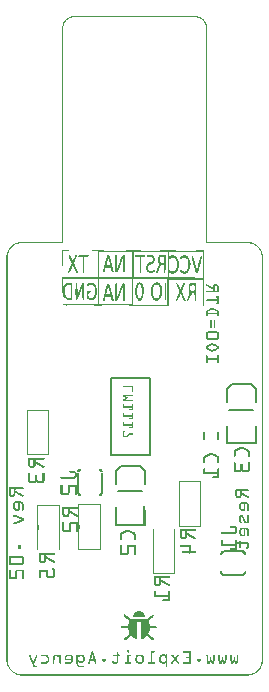
<source format=gbo>
%ASAXBY*%
%FSLAX23Y23*%
%MOIN*%
%OFA0B0*%
%SFA1.0B1.0*%
%ADD10C,0.008000*%
%ADD11C,0.005000*%
%ADD12C,0.006000*%
%ADD13R,0.001000X0.001000*%
%LNSILK0*%
G90*
G70*
G54D10*
X318Y612D02*
X318Y677D01*
D02*
X238Y677D02*
X238Y612D01*
D02*
X735Y833D02*
X735Y774D01*
D02*
X735Y774D02*
X830Y774D01*
D02*
X830Y774D02*
X830Y833D01*
D02*
X735Y912D02*
X735Y955D01*
D02*
X735Y955D02*
X751Y971D01*
D02*
X751Y971D02*
X814Y971D01*
D02*
X814Y971D02*
X830Y955D01*
D02*
X830Y955D02*
X830Y912D01*
G54D11*
D02*
X822Y887D02*
X742Y887D01*
G54D10*
D02*
X365Y561D02*
X365Y502D01*
D02*
X365Y502D02*
X460Y502D01*
D02*
X365Y640D02*
X365Y683D01*
D02*
X365Y683D02*
X381Y699D01*
D02*
X381Y699D02*
X444Y699D01*
D02*
X444Y699D02*
X460Y683D01*
D02*
X460Y683D02*
X460Y640D01*
G54D11*
D02*
X452Y615D02*
X372Y615D01*
G54D10*
D02*
X724Y335D02*
X787Y335D01*
D02*
X787Y414D02*
X724Y414D01*
D02*
X477Y993D02*
X347Y993D01*
D02*
X347Y993D02*
X347Y735D01*
D02*
X347Y735D02*
X477Y735D01*
D02*
X477Y735D02*
X477Y993D01*
G54D12*
D02*
X659Y811D02*
X659Y788D01*
D02*
X706Y811D02*
X706Y788D01*
G54D13*
X220Y2198D02*
X634Y2198D01*
X215Y2197D02*
X639Y2197D01*
X212Y2196D02*
X642Y2196D01*
X210Y2195D02*
X644Y2195D01*
X208Y2194D02*
X219Y2194D01*
X635Y2194D02*
X646Y2194D01*
X206Y2193D02*
X214Y2193D01*
X640Y2193D02*
X648Y2193D01*
X204Y2192D02*
X211Y2192D01*
X643Y2192D02*
X650Y2192D01*
X203Y2191D02*
X209Y2191D01*
X645Y2191D02*
X651Y2191D01*
X201Y2190D02*
X207Y2190D01*
X647Y2190D02*
X653Y2190D01*
X200Y2189D02*
X205Y2189D01*
X649Y2189D02*
X654Y2189D01*
X199Y2188D02*
X204Y2188D01*
X650Y2188D02*
X655Y2188D01*
X198Y2187D02*
X203Y2187D01*
X651Y2187D02*
X656Y2187D01*
X197Y2186D02*
X201Y2186D01*
X653Y2186D02*
X657Y2186D01*
X196Y2185D02*
X200Y2185D01*
X654Y2185D02*
X658Y2185D01*
X195Y2184D02*
X199Y2184D01*
X655Y2184D02*
X659Y2184D01*
X194Y2183D02*
X198Y2183D01*
X656Y2183D02*
X660Y2183D01*
X194Y2182D02*
X197Y2182D01*
X657Y2182D02*
X660Y2182D01*
X193Y2181D02*
X196Y2181D01*
X658Y2181D02*
X661Y2181D01*
X192Y2180D02*
X196Y2180D01*
X658Y2180D02*
X662Y2180D01*
X192Y2179D02*
X195Y2179D01*
X659Y2179D02*
X663Y2179D01*
X191Y2178D02*
X194Y2178D01*
X660Y2178D02*
X663Y2178D01*
X190Y2177D02*
X194Y2177D01*
X660Y2177D02*
X664Y2177D01*
X190Y2176D02*
X193Y2176D01*
X661Y2176D02*
X664Y2176D01*
X189Y2175D02*
X192Y2175D01*
X662Y2175D02*
X665Y2175D01*
X189Y2174D02*
X192Y2174D01*
X662Y2174D02*
X665Y2174D01*
X188Y2173D02*
X192Y2173D01*
X662Y2173D02*
X666Y2173D01*
X188Y2172D02*
X191Y2172D01*
X663Y2172D02*
X666Y2172D01*
X188Y2171D02*
X191Y2171D01*
X663Y2171D02*
X666Y2171D01*
X187Y2170D02*
X190Y2170D01*
X664Y2170D02*
X667Y2170D01*
X187Y2169D02*
X190Y2169D01*
X664Y2169D02*
X667Y2169D01*
X187Y2168D02*
X190Y2168D01*
X664Y2168D02*
X667Y2168D01*
X187Y2167D02*
X190Y2167D01*
X665Y2167D02*
X668Y2167D01*
X186Y2166D02*
X189Y2166D01*
X665Y2166D02*
X668Y2166D01*
X186Y2165D02*
X189Y2165D01*
X665Y2165D02*
X668Y2165D01*
X186Y2164D02*
X189Y2164D01*
X665Y2164D02*
X668Y2164D01*
X186Y2163D02*
X189Y2163D01*
X665Y2163D02*
X668Y2163D01*
X186Y2162D02*
X189Y2162D01*
X665Y2162D02*
X668Y2162D01*
X186Y2161D02*
X189Y2161D01*
X666Y2161D02*
X668Y2161D01*
X186Y2160D02*
X188Y2160D01*
X666Y2160D02*
X669Y2160D01*
X185Y2159D02*
X188Y2159D01*
X666Y2159D02*
X669Y2159D01*
X185Y2158D02*
X188Y2158D01*
X666Y2158D02*
X669Y2158D01*
X185Y2157D02*
X188Y2157D01*
X666Y2157D02*
X669Y2157D01*
X185Y2156D02*
X188Y2156D01*
X666Y2156D02*
X669Y2156D01*
X185Y2155D02*
X188Y2155D01*
X666Y2155D02*
X669Y2155D01*
X185Y2154D02*
X188Y2154D01*
X666Y2154D02*
X669Y2154D01*
X185Y2153D02*
X188Y2153D01*
X666Y2153D02*
X669Y2153D01*
X185Y2152D02*
X188Y2152D01*
X666Y2152D02*
X669Y2152D01*
X185Y2151D02*
X188Y2151D01*
X666Y2151D02*
X669Y2151D01*
X185Y2150D02*
X188Y2150D01*
X666Y2150D02*
X669Y2150D01*
X185Y2149D02*
X188Y2149D01*
X666Y2149D02*
X669Y2149D01*
X185Y2148D02*
X188Y2148D01*
X666Y2148D02*
X669Y2148D01*
X185Y2147D02*
X188Y2147D01*
X666Y2147D02*
X669Y2147D01*
X185Y2146D02*
X188Y2146D01*
X666Y2146D02*
X669Y2146D01*
X185Y2145D02*
X188Y2145D01*
X666Y2145D02*
X669Y2145D01*
X185Y2144D02*
X188Y2144D01*
X666Y2144D02*
X669Y2144D01*
X185Y2143D02*
X188Y2143D01*
X666Y2143D02*
X669Y2143D01*
X185Y2142D02*
X188Y2142D01*
X666Y2142D02*
X669Y2142D01*
X185Y2141D02*
X188Y2141D01*
X666Y2141D02*
X669Y2141D01*
X185Y2140D02*
X188Y2140D01*
X666Y2140D02*
X669Y2140D01*
X185Y2139D02*
X188Y2139D01*
X666Y2139D02*
X669Y2139D01*
X185Y2138D02*
X188Y2138D01*
X666Y2138D02*
X669Y2138D01*
X185Y2137D02*
X188Y2137D01*
X666Y2137D02*
X669Y2137D01*
X185Y2136D02*
X188Y2136D01*
X666Y2136D02*
X669Y2136D01*
X185Y2135D02*
X188Y2135D01*
X666Y2135D02*
X669Y2135D01*
X185Y2134D02*
X188Y2134D01*
X666Y2134D02*
X669Y2134D01*
X185Y2133D02*
X188Y2133D01*
X666Y2133D02*
X669Y2133D01*
X185Y2132D02*
X188Y2132D01*
X666Y2132D02*
X669Y2132D01*
X185Y2131D02*
X188Y2131D01*
X666Y2131D02*
X669Y2131D01*
X185Y2130D02*
X188Y2130D01*
X666Y2130D02*
X669Y2130D01*
X185Y2129D02*
X188Y2129D01*
X666Y2129D02*
X669Y2129D01*
X185Y2128D02*
X188Y2128D01*
X666Y2128D02*
X669Y2128D01*
X185Y2127D02*
X188Y2127D01*
X666Y2127D02*
X669Y2127D01*
X185Y2126D02*
X188Y2126D01*
X666Y2126D02*
X669Y2126D01*
X185Y2125D02*
X188Y2125D01*
X666Y2125D02*
X669Y2125D01*
X185Y2124D02*
X188Y2124D01*
X666Y2124D02*
X669Y2124D01*
X185Y2123D02*
X188Y2123D01*
X666Y2123D02*
X669Y2123D01*
X185Y2122D02*
X188Y2122D01*
X666Y2122D02*
X669Y2122D01*
X185Y2121D02*
X188Y2121D01*
X666Y2121D02*
X669Y2121D01*
X185Y2120D02*
X188Y2120D01*
X666Y2120D02*
X669Y2120D01*
X185Y2119D02*
X188Y2119D01*
X666Y2119D02*
X669Y2119D01*
X185Y2118D02*
X188Y2118D01*
X666Y2118D02*
X669Y2118D01*
X185Y2117D02*
X188Y2117D01*
X666Y2117D02*
X669Y2117D01*
X185Y2116D02*
X188Y2116D01*
X666Y2116D02*
X669Y2116D01*
X185Y2115D02*
X188Y2115D01*
X666Y2115D02*
X669Y2115D01*
X185Y2114D02*
X188Y2114D01*
X666Y2114D02*
X669Y2114D01*
X185Y2113D02*
X188Y2113D01*
X666Y2113D02*
X669Y2113D01*
X185Y2112D02*
X188Y2112D01*
X666Y2112D02*
X669Y2112D01*
X185Y2111D02*
X188Y2111D01*
X666Y2111D02*
X669Y2111D01*
X185Y2110D02*
X188Y2110D01*
X666Y2110D02*
X669Y2110D01*
X185Y2109D02*
X188Y2109D01*
X666Y2109D02*
X669Y2109D01*
X185Y2108D02*
X188Y2108D01*
X666Y2108D02*
X669Y2108D01*
X185Y2107D02*
X188Y2107D01*
X666Y2107D02*
X669Y2107D01*
X185Y2106D02*
X188Y2106D01*
X666Y2106D02*
X669Y2106D01*
X185Y2105D02*
X188Y2105D01*
X666Y2105D02*
X669Y2105D01*
X185Y2104D02*
X188Y2104D01*
X666Y2104D02*
X669Y2104D01*
X185Y2103D02*
X188Y2103D01*
X666Y2103D02*
X669Y2103D01*
X185Y2102D02*
X188Y2102D01*
X666Y2102D02*
X669Y2102D01*
X185Y2101D02*
X188Y2101D01*
X666Y2101D02*
X669Y2101D01*
X185Y2100D02*
X188Y2100D01*
X666Y2100D02*
X669Y2100D01*
X185Y2099D02*
X188Y2099D01*
X666Y2099D02*
X669Y2099D01*
X185Y2098D02*
X188Y2098D01*
X666Y2098D02*
X669Y2098D01*
X185Y2097D02*
X188Y2097D01*
X666Y2097D02*
X669Y2097D01*
X185Y2096D02*
X188Y2096D01*
X666Y2096D02*
X669Y2096D01*
X185Y2095D02*
X188Y2095D01*
X666Y2095D02*
X669Y2095D01*
X185Y2094D02*
X188Y2094D01*
X666Y2094D02*
X669Y2094D01*
X185Y2093D02*
X188Y2093D01*
X666Y2093D02*
X669Y2093D01*
X185Y2092D02*
X188Y2092D01*
X666Y2092D02*
X669Y2092D01*
X185Y2091D02*
X188Y2091D01*
X666Y2091D02*
X669Y2091D01*
X185Y2090D02*
X188Y2090D01*
X666Y2090D02*
X669Y2090D01*
X185Y2089D02*
X188Y2089D01*
X666Y2089D02*
X669Y2089D01*
X185Y2088D02*
X188Y2088D01*
X666Y2088D02*
X669Y2088D01*
X185Y2087D02*
X188Y2087D01*
X666Y2087D02*
X669Y2087D01*
X185Y2086D02*
X188Y2086D01*
X666Y2086D02*
X669Y2086D01*
X185Y2085D02*
X188Y2085D01*
X666Y2085D02*
X669Y2085D01*
X185Y2084D02*
X188Y2084D01*
X666Y2084D02*
X669Y2084D01*
X185Y2083D02*
X188Y2083D01*
X666Y2083D02*
X669Y2083D01*
X185Y2082D02*
X188Y2082D01*
X666Y2082D02*
X669Y2082D01*
X185Y2081D02*
X188Y2081D01*
X666Y2081D02*
X669Y2081D01*
X185Y2080D02*
X188Y2080D01*
X666Y2080D02*
X669Y2080D01*
X185Y2079D02*
X188Y2079D01*
X666Y2079D02*
X669Y2079D01*
X185Y2078D02*
X188Y2078D01*
X666Y2078D02*
X669Y2078D01*
X185Y2077D02*
X188Y2077D01*
X666Y2077D02*
X669Y2077D01*
X185Y2076D02*
X188Y2076D01*
X666Y2076D02*
X669Y2076D01*
X185Y2075D02*
X188Y2075D01*
X666Y2075D02*
X669Y2075D01*
X185Y2074D02*
X188Y2074D01*
X666Y2074D02*
X669Y2074D01*
X185Y2073D02*
X188Y2073D01*
X666Y2073D02*
X669Y2073D01*
X185Y2072D02*
X188Y2072D01*
X666Y2072D02*
X669Y2072D01*
X185Y2071D02*
X188Y2071D01*
X666Y2071D02*
X669Y2071D01*
X185Y2070D02*
X188Y2070D01*
X666Y2070D02*
X669Y2070D01*
X185Y2069D02*
X188Y2069D01*
X666Y2069D02*
X669Y2069D01*
X185Y2068D02*
X188Y2068D01*
X666Y2068D02*
X669Y2068D01*
X185Y2067D02*
X188Y2067D01*
X666Y2067D02*
X669Y2067D01*
X185Y2066D02*
X188Y2066D01*
X666Y2066D02*
X669Y2066D01*
X185Y2065D02*
X188Y2065D01*
X666Y2065D02*
X669Y2065D01*
X185Y2064D02*
X188Y2064D01*
X666Y2064D02*
X669Y2064D01*
X185Y2063D02*
X188Y2063D01*
X666Y2063D02*
X669Y2063D01*
X185Y2062D02*
X188Y2062D01*
X666Y2062D02*
X669Y2062D01*
X185Y2061D02*
X188Y2061D01*
X666Y2061D02*
X669Y2061D01*
X185Y2060D02*
X188Y2060D01*
X666Y2060D02*
X669Y2060D01*
X185Y2059D02*
X188Y2059D01*
X666Y2059D02*
X669Y2059D01*
X185Y2058D02*
X188Y2058D01*
X666Y2058D02*
X669Y2058D01*
X185Y2057D02*
X188Y2057D01*
X666Y2057D02*
X669Y2057D01*
X185Y2056D02*
X188Y2056D01*
X666Y2056D02*
X669Y2056D01*
X185Y2055D02*
X188Y2055D01*
X666Y2055D02*
X669Y2055D01*
X185Y2054D02*
X188Y2054D01*
X666Y2054D02*
X669Y2054D01*
X185Y2053D02*
X188Y2053D01*
X666Y2053D02*
X669Y2053D01*
X185Y2052D02*
X188Y2052D01*
X666Y2052D02*
X669Y2052D01*
X185Y2051D02*
X188Y2051D01*
X666Y2051D02*
X669Y2051D01*
X185Y2050D02*
X188Y2050D01*
X666Y2050D02*
X669Y2050D01*
X185Y2049D02*
X188Y2049D01*
X666Y2049D02*
X669Y2049D01*
X185Y2048D02*
X188Y2048D01*
X666Y2048D02*
X669Y2048D01*
X185Y2047D02*
X188Y2047D01*
X666Y2047D02*
X669Y2047D01*
X185Y2046D02*
X188Y2046D01*
X666Y2046D02*
X669Y2046D01*
X185Y2045D02*
X188Y2045D01*
X666Y2045D02*
X669Y2045D01*
X185Y2044D02*
X188Y2044D01*
X666Y2044D02*
X669Y2044D01*
X185Y2043D02*
X188Y2043D01*
X666Y2043D02*
X669Y2043D01*
X185Y2042D02*
X188Y2042D01*
X666Y2042D02*
X669Y2042D01*
X185Y2041D02*
X188Y2041D01*
X666Y2041D02*
X669Y2041D01*
X185Y2040D02*
X188Y2040D01*
X666Y2040D02*
X669Y2040D01*
X185Y2039D02*
X188Y2039D01*
X666Y2039D02*
X669Y2039D01*
X185Y2038D02*
X188Y2038D01*
X666Y2038D02*
X669Y2038D01*
X185Y2037D02*
X188Y2037D01*
X666Y2037D02*
X669Y2037D01*
X185Y2036D02*
X188Y2036D01*
X666Y2036D02*
X669Y2036D01*
X185Y2035D02*
X188Y2035D01*
X666Y2035D02*
X669Y2035D01*
X185Y2034D02*
X188Y2034D01*
X666Y2034D02*
X669Y2034D01*
X185Y2033D02*
X188Y2033D01*
X666Y2033D02*
X669Y2033D01*
X185Y2032D02*
X188Y2032D01*
X666Y2032D02*
X669Y2032D01*
X185Y2031D02*
X188Y2031D01*
X666Y2031D02*
X669Y2031D01*
X185Y2030D02*
X188Y2030D01*
X666Y2030D02*
X669Y2030D01*
X185Y2029D02*
X188Y2029D01*
X666Y2029D02*
X669Y2029D01*
X185Y2028D02*
X188Y2028D01*
X666Y2028D02*
X669Y2028D01*
X185Y2027D02*
X188Y2027D01*
X666Y2027D02*
X669Y2027D01*
X185Y2026D02*
X188Y2026D01*
X666Y2026D02*
X669Y2026D01*
X185Y2025D02*
X188Y2025D01*
X666Y2025D02*
X669Y2025D01*
X185Y2024D02*
X188Y2024D01*
X666Y2024D02*
X669Y2024D01*
X185Y2023D02*
X188Y2023D01*
X666Y2023D02*
X669Y2023D01*
X185Y2022D02*
X188Y2022D01*
X666Y2022D02*
X669Y2022D01*
X185Y2021D02*
X188Y2021D01*
X666Y2021D02*
X669Y2021D01*
X185Y2020D02*
X188Y2020D01*
X666Y2020D02*
X669Y2020D01*
X185Y2019D02*
X188Y2019D01*
X666Y2019D02*
X669Y2019D01*
X185Y2018D02*
X188Y2018D01*
X666Y2018D02*
X669Y2018D01*
X185Y2017D02*
X188Y2017D01*
X666Y2017D02*
X669Y2017D01*
X185Y2016D02*
X188Y2016D01*
X666Y2016D02*
X669Y2016D01*
X185Y2015D02*
X188Y2015D01*
X666Y2015D02*
X669Y2015D01*
X185Y2014D02*
X188Y2014D01*
X666Y2014D02*
X669Y2014D01*
X185Y2013D02*
X188Y2013D01*
X666Y2013D02*
X669Y2013D01*
X185Y2012D02*
X188Y2012D01*
X666Y2012D02*
X669Y2012D01*
X185Y2011D02*
X188Y2011D01*
X666Y2011D02*
X669Y2011D01*
X185Y2010D02*
X188Y2010D01*
X666Y2010D02*
X669Y2010D01*
X185Y2009D02*
X188Y2009D01*
X666Y2009D02*
X669Y2009D01*
X185Y2008D02*
X188Y2008D01*
X666Y2008D02*
X669Y2008D01*
X185Y2007D02*
X188Y2007D01*
X666Y2007D02*
X669Y2007D01*
X185Y2006D02*
X188Y2006D01*
X666Y2006D02*
X669Y2006D01*
X185Y2005D02*
X188Y2005D01*
X666Y2005D02*
X669Y2005D01*
X185Y2004D02*
X188Y2004D01*
X666Y2004D02*
X669Y2004D01*
X185Y2003D02*
X188Y2003D01*
X666Y2003D02*
X669Y2003D01*
X185Y2002D02*
X188Y2002D01*
X666Y2002D02*
X669Y2002D01*
X185Y2001D02*
X188Y2001D01*
X666Y2001D02*
X669Y2001D01*
X185Y2000D02*
X188Y2000D01*
X666Y2000D02*
X669Y2000D01*
X185Y1999D02*
X188Y1999D01*
X666Y1999D02*
X669Y1999D01*
X185Y1998D02*
X188Y1998D01*
X666Y1998D02*
X669Y1998D01*
X185Y1997D02*
X188Y1997D01*
X666Y1997D02*
X669Y1997D01*
X185Y1996D02*
X188Y1996D01*
X666Y1996D02*
X669Y1996D01*
X185Y1995D02*
X188Y1995D01*
X666Y1995D02*
X669Y1995D01*
X185Y1994D02*
X188Y1994D01*
X666Y1994D02*
X669Y1994D01*
X185Y1993D02*
X188Y1993D01*
X666Y1993D02*
X669Y1993D01*
X185Y1992D02*
X188Y1992D01*
X666Y1992D02*
X669Y1992D01*
X185Y1991D02*
X188Y1991D01*
X666Y1991D02*
X669Y1991D01*
X185Y1990D02*
X188Y1990D01*
X666Y1990D02*
X669Y1990D01*
X185Y1989D02*
X188Y1989D01*
X666Y1989D02*
X669Y1989D01*
X185Y1988D02*
X188Y1988D01*
X666Y1988D02*
X669Y1988D01*
X185Y1987D02*
X188Y1987D01*
X666Y1987D02*
X669Y1987D01*
X185Y1986D02*
X188Y1986D01*
X666Y1986D02*
X669Y1986D01*
X185Y1985D02*
X188Y1985D01*
X666Y1985D02*
X669Y1985D01*
X185Y1984D02*
X188Y1984D01*
X666Y1984D02*
X669Y1984D01*
X185Y1983D02*
X188Y1983D01*
X666Y1983D02*
X669Y1983D01*
X185Y1982D02*
X188Y1982D01*
X666Y1982D02*
X669Y1982D01*
X185Y1981D02*
X188Y1981D01*
X666Y1981D02*
X669Y1981D01*
X185Y1980D02*
X188Y1980D01*
X666Y1980D02*
X669Y1980D01*
X185Y1979D02*
X188Y1979D01*
X666Y1979D02*
X669Y1979D01*
X185Y1978D02*
X188Y1978D01*
X666Y1978D02*
X669Y1978D01*
X185Y1977D02*
X188Y1977D01*
X666Y1977D02*
X669Y1977D01*
X185Y1976D02*
X188Y1976D01*
X666Y1976D02*
X669Y1976D01*
X185Y1975D02*
X188Y1975D01*
X666Y1975D02*
X669Y1975D01*
X185Y1974D02*
X188Y1974D01*
X666Y1974D02*
X669Y1974D01*
X185Y1973D02*
X188Y1973D01*
X666Y1973D02*
X669Y1973D01*
X185Y1972D02*
X188Y1972D01*
X666Y1972D02*
X669Y1972D01*
X185Y1971D02*
X188Y1971D01*
X666Y1971D02*
X669Y1971D01*
X185Y1970D02*
X188Y1970D01*
X666Y1970D02*
X669Y1970D01*
X185Y1969D02*
X188Y1969D01*
X666Y1969D02*
X669Y1969D01*
X185Y1968D02*
X188Y1968D01*
X666Y1968D02*
X669Y1968D01*
X185Y1967D02*
X188Y1967D01*
X666Y1967D02*
X669Y1967D01*
X185Y1966D02*
X188Y1966D01*
X666Y1966D02*
X669Y1966D01*
X185Y1965D02*
X188Y1965D01*
X666Y1965D02*
X669Y1965D01*
X185Y1964D02*
X188Y1964D01*
X666Y1964D02*
X669Y1964D01*
X185Y1963D02*
X188Y1963D01*
X666Y1963D02*
X669Y1963D01*
X185Y1962D02*
X188Y1962D01*
X666Y1962D02*
X669Y1962D01*
X185Y1961D02*
X188Y1961D01*
X666Y1961D02*
X669Y1961D01*
X185Y1960D02*
X188Y1960D01*
X666Y1960D02*
X669Y1960D01*
X185Y1959D02*
X188Y1959D01*
X666Y1959D02*
X669Y1959D01*
X185Y1958D02*
X188Y1958D01*
X666Y1958D02*
X669Y1958D01*
X185Y1957D02*
X188Y1957D01*
X666Y1957D02*
X669Y1957D01*
X185Y1956D02*
X188Y1956D01*
X666Y1956D02*
X669Y1956D01*
X185Y1955D02*
X188Y1955D01*
X666Y1955D02*
X669Y1955D01*
X185Y1954D02*
X188Y1954D01*
X666Y1954D02*
X669Y1954D01*
X185Y1953D02*
X188Y1953D01*
X666Y1953D02*
X669Y1953D01*
X185Y1952D02*
X188Y1952D01*
X666Y1952D02*
X669Y1952D01*
X185Y1951D02*
X188Y1951D01*
X666Y1951D02*
X669Y1951D01*
X185Y1950D02*
X188Y1950D01*
X666Y1950D02*
X669Y1950D01*
X185Y1949D02*
X188Y1949D01*
X666Y1949D02*
X669Y1949D01*
X185Y1948D02*
X188Y1948D01*
X666Y1948D02*
X669Y1948D01*
X185Y1947D02*
X188Y1947D01*
X666Y1947D02*
X669Y1947D01*
X185Y1946D02*
X188Y1946D01*
X666Y1946D02*
X669Y1946D01*
X185Y1945D02*
X188Y1945D01*
X666Y1945D02*
X669Y1945D01*
X185Y1944D02*
X188Y1944D01*
X666Y1944D02*
X669Y1944D01*
X185Y1943D02*
X188Y1943D01*
X666Y1943D02*
X669Y1943D01*
X185Y1942D02*
X188Y1942D01*
X666Y1942D02*
X669Y1942D01*
X185Y1941D02*
X188Y1941D01*
X666Y1941D02*
X669Y1941D01*
X185Y1940D02*
X188Y1940D01*
X666Y1940D02*
X669Y1940D01*
X185Y1939D02*
X188Y1939D01*
X666Y1939D02*
X669Y1939D01*
X185Y1938D02*
X188Y1938D01*
X666Y1938D02*
X669Y1938D01*
X185Y1937D02*
X188Y1937D01*
X666Y1937D02*
X669Y1937D01*
X185Y1936D02*
X188Y1936D01*
X666Y1936D02*
X669Y1936D01*
X185Y1935D02*
X188Y1935D01*
X666Y1935D02*
X669Y1935D01*
X185Y1934D02*
X188Y1934D01*
X666Y1934D02*
X669Y1934D01*
X185Y1933D02*
X188Y1933D01*
X666Y1933D02*
X669Y1933D01*
X185Y1932D02*
X188Y1932D01*
X666Y1932D02*
X669Y1932D01*
X185Y1931D02*
X188Y1931D01*
X666Y1931D02*
X669Y1931D01*
X185Y1930D02*
X188Y1930D01*
X666Y1930D02*
X669Y1930D01*
X185Y1929D02*
X188Y1929D01*
X666Y1929D02*
X669Y1929D01*
X185Y1928D02*
X188Y1928D01*
X666Y1928D02*
X669Y1928D01*
X185Y1927D02*
X188Y1927D01*
X666Y1927D02*
X669Y1927D01*
X185Y1926D02*
X188Y1926D01*
X666Y1926D02*
X669Y1926D01*
X185Y1925D02*
X188Y1925D01*
X666Y1925D02*
X669Y1925D01*
X185Y1924D02*
X188Y1924D01*
X666Y1924D02*
X669Y1924D01*
X185Y1923D02*
X188Y1923D01*
X666Y1923D02*
X669Y1923D01*
X185Y1922D02*
X188Y1922D01*
X666Y1922D02*
X669Y1922D01*
X185Y1921D02*
X188Y1921D01*
X666Y1921D02*
X669Y1921D01*
X185Y1920D02*
X188Y1920D01*
X666Y1920D02*
X669Y1920D01*
X185Y1919D02*
X188Y1919D01*
X666Y1919D02*
X669Y1919D01*
X185Y1918D02*
X188Y1918D01*
X666Y1918D02*
X669Y1918D01*
X185Y1917D02*
X188Y1917D01*
X666Y1917D02*
X669Y1917D01*
X185Y1916D02*
X188Y1916D01*
X666Y1916D02*
X669Y1916D01*
X185Y1915D02*
X188Y1915D01*
X666Y1915D02*
X669Y1915D01*
X185Y1914D02*
X188Y1914D01*
X666Y1914D02*
X669Y1914D01*
X185Y1913D02*
X188Y1913D01*
X666Y1913D02*
X669Y1913D01*
X185Y1912D02*
X188Y1912D01*
X666Y1912D02*
X669Y1912D01*
X185Y1911D02*
X188Y1911D01*
X666Y1911D02*
X669Y1911D01*
X185Y1910D02*
X188Y1910D01*
X666Y1910D02*
X669Y1910D01*
X185Y1909D02*
X188Y1909D01*
X666Y1909D02*
X669Y1909D01*
X185Y1908D02*
X188Y1908D01*
X666Y1908D02*
X669Y1908D01*
X185Y1907D02*
X188Y1907D01*
X666Y1907D02*
X669Y1907D01*
X185Y1906D02*
X188Y1906D01*
X666Y1906D02*
X669Y1906D01*
X185Y1905D02*
X188Y1905D01*
X666Y1905D02*
X669Y1905D01*
X185Y1904D02*
X188Y1904D01*
X666Y1904D02*
X669Y1904D01*
X185Y1903D02*
X188Y1903D01*
X666Y1903D02*
X669Y1903D01*
X185Y1902D02*
X188Y1902D01*
X666Y1902D02*
X669Y1902D01*
X185Y1901D02*
X188Y1901D01*
X666Y1901D02*
X669Y1901D01*
X185Y1900D02*
X188Y1900D01*
X666Y1900D02*
X669Y1900D01*
X185Y1899D02*
X188Y1899D01*
X666Y1899D02*
X669Y1899D01*
X185Y1898D02*
X188Y1898D01*
X666Y1898D02*
X669Y1898D01*
X185Y1897D02*
X188Y1897D01*
X666Y1897D02*
X669Y1897D01*
X185Y1896D02*
X188Y1896D01*
X666Y1896D02*
X669Y1896D01*
X185Y1895D02*
X188Y1895D01*
X666Y1895D02*
X669Y1895D01*
X185Y1894D02*
X188Y1894D01*
X666Y1894D02*
X669Y1894D01*
X185Y1893D02*
X188Y1893D01*
X666Y1893D02*
X669Y1893D01*
X185Y1892D02*
X188Y1892D01*
X666Y1892D02*
X669Y1892D01*
X185Y1891D02*
X188Y1891D01*
X666Y1891D02*
X669Y1891D01*
X185Y1890D02*
X188Y1890D01*
X666Y1890D02*
X669Y1890D01*
X185Y1889D02*
X188Y1889D01*
X666Y1889D02*
X669Y1889D01*
X185Y1888D02*
X188Y1888D01*
X666Y1888D02*
X669Y1888D01*
X185Y1887D02*
X188Y1887D01*
X666Y1887D02*
X669Y1887D01*
X185Y1886D02*
X188Y1886D01*
X666Y1886D02*
X669Y1886D01*
X185Y1885D02*
X188Y1885D01*
X666Y1885D02*
X669Y1885D01*
X185Y1884D02*
X188Y1884D01*
X666Y1884D02*
X669Y1884D01*
X185Y1883D02*
X188Y1883D01*
X666Y1883D02*
X669Y1883D01*
X185Y1882D02*
X188Y1882D01*
X666Y1882D02*
X669Y1882D01*
X185Y1881D02*
X188Y1881D01*
X666Y1881D02*
X669Y1881D01*
X185Y1880D02*
X188Y1880D01*
X666Y1880D02*
X669Y1880D01*
X185Y1879D02*
X188Y1879D01*
X666Y1879D02*
X669Y1879D01*
X185Y1878D02*
X188Y1878D01*
X666Y1878D02*
X669Y1878D01*
X185Y1877D02*
X188Y1877D01*
X666Y1877D02*
X669Y1877D01*
X185Y1876D02*
X188Y1876D01*
X666Y1876D02*
X669Y1876D01*
X185Y1875D02*
X188Y1875D01*
X666Y1875D02*
X669Y1875D01*
X185Y1874D02*
X188Y1874D01*
X666Y1874D02*
X669Y1874D01*
X185Y1873D02*
X188Y1873D01*
X666Y1873D02*
X669Y1873D01*
X185Y1872D02*
X188Y1872D01*
X666Y1872D02*
X669Y1872D01*
X185Y1871D02*
X188Y1871D01*
X666Y1871D02*
X669Y1871D01*
X185Y1870D02*
X188Y1870D01*
X666Y1870D02*
X669Y1870D01*
X185Y1869D02*
X188Y1869D01*
X666Y1869D02*
X669Y1869D01*
X185Y1868D02*
X188Y1868D01*
X666Y1868D02*
X669Y1868D01*
X185Y1867D02*
X188Y1867D01*
X666Y1867D02*
X669Y1867D01*
X185Y1866D02*
X188Y1866D01*
X666Y1866D02*
X669Y1866D01*
X185Y1865D02*
X188Y1865D01*
X666Y1865D02*
X669Y1865D01*
X185Y1864D02*
X188Y1864D01*
X666Y1864D02*
X669Y1864D01*
X185Y1863D02*
X188Y1863D01*
X666Y1863D02*
X669Y1863D01*
X185Y1862D02*
X188Y1862D01*
X666Y1862D02*
X669Y1862D01*
X185Y1861D02*
X188Y1861D01*
X666Y1861D02*
X669Y1861D01*
X185Y1860D02*
X188Y1860D01*
X666Y1860D02*
X669Y1860D01*
X185Y1859D02*
X188Y1859D01*
X666Y1859D02*
X669Y1859D01*
X185Y1858D02*
X188Y1858D01*
X666Y1858D02*
X669Y1858D01*
X185Y1857D02*
X188Y1857D01*
X666Y1857D02*
X669Y1857D01*
X185Y1856D02*
X188Y1856D01*
X666Y1856D02*
X669Y1856D01*
X185Y1855D02*
X188Y1855D01*
X666Y1855D02*
X669Y1855D01*
X185Y1854D02*
X188Y1854D01*
X666Y1854D02*
X669Y1854D01*
X185Y1853D02*
X188Y1853D01*
X666Y1853D02*
X669Y1853D01*
X185Y1852D02*
X188Y1852D01*
X666Y1852D02*
X669Y1852D01*
X185Y1851D02*
X188Y1851D01*
X666Y1851D02*
X669Y1851D01*
X185Y1850D02*
X188Y1850D01*
X666Y1850D02*
X669Y1850D01*
X185Y1849D02*
X188Y1849D01*
X666Y1849D02*
X669Y1849D01*
X185Y1848D02*
X188Y1848D01*
X666Y1848D02*
X669Y1848D01*
X185Y1847D02*
X188Y1847D01*
X666Y1847D02*
X669Y1847D01*
X185Y1846D02*
X188Y1846D01*
X666Y1846D02*
X669Y1846D01*
X185Y1845D02*
X188Y1845D01*
X666Y1845D02*
X669Y1845D01*
X185Y1844D02*
X188Y1844D01*
X666Y1844D02*
X669Y1844D01*
X185Y1843D02*
X188Y1843D01*
X666Y1843D02*
X669Y1843D01*
X185Y1842D02*
X188Y1842D01*
X666Y1842D02*
X669Y1842D01*
X185Y1841D02*
X188Y1841D01*
X666Y1841D02*
X669Y1841D01*
X185Y1840D02*
X188Y1840D01*
X666Y1840D02*
X669Y1840D01*
X185Y1839D02*
X188Y1839D01*
X666Y1839D02*
X669Y1839D01*
X185Y1838D02*
X188Y1838D01*
X666Y1838D02*
X669Y1838D01*
X185Y1837D02*
X188Y1837D01*
X666Y1837D02*
X669Y1837D01*
X185Y1836D02*
X188Y1836D01*
X666Y1836D02*
X669Y1836D01*
X185Y1835D02*
X188Y1835D01*
X666Y1835D02*
X669Y1835D01*
X185Y1834D02*
X188Y1834D01*
X666Y1834D02*
X669Y1834D01*
X185Y1833D02*
X188Y1833D01*
X666Y1833D02*
X669Y1833D01*
X185Y1832D02*
X188Y1832D01*
X666Y1832D02*
X669Y1832D01*
X185Y1831D02*
X188Y1831D01*
X666Y1831D02*
X669Y1831D01*
X185Y1830D02*
X188Y1830D01*
X666Y1830D02*
X669Y1830D01*
X185Y1829D02*
X188Y1829D01*
X666Y1829D02*
X669Y1829D01*
X185Y1828D02*
X188Y1828D01*
X666Y1828D02*
X669Y1828D01*
X185Y1827D02*
X188Y1827D01*
X666Y1827D02*
X669Y1827D01*
X185Y1826D02*
X188Y1826D01*
X666Y1826D02*
X669Y1826D01*
X185Y1825D02*
X188Y1825D01*
X666Y1825D02*
X669Y1825D01*
X185Y1824D02*
X188Y1824D01*
X666Y1824D02*
X669Y1824D01*
X185Y1823D02*
X188Y1823D01*
X666Y1823D02*
X669Y1823D01*
X185Y1822D02*
X188Y1822D01*
X666Y1822D02*
X669Y1822D01*
X185Y1821D02*
X188Y1821D01*
X666Y1821D02*
X669Y1821D01*
X185Y1820D02*
X188Y1820D01*
X666Y1820D02*
X669Y1820D01*
X185Y1819D02*
X188Y1819D01*
X666Y1819D02*
X669Y1819D01*
X185Y1818D02*
X188Y1818D01*
X666Y1818D02*
X669Y1818D01*
X185Y1817D02*
X188Y1817D01*
X666Y1817D02*
X669Y1817D01*
X185Y1816D02*
X188Y1816D01*
X666Y1816D02*
X669Y1816D01*
X185Y1815D02*
X188Y1815D01*
X666Y1815D02*
X669Y1815D01*
X185Y1814D02*
X188Y1814D01*
X666Y1814D02*
X669Y1814D01*
X185Y1813D02*
X188Y1813D01*
X666Y1813D02*
X669Y1813D01*
X185Y1812D02*
X188Y1812D01*
X666Y1812D02*
X669Y1812D01*
X185Y1811D02*
X188Y1811D01*
X666Y1811D02*
X669Y1811D01*
X185Y1810D02*
X188Y1810D01*
X666Y1810D02*
X669Y1810D01*
X185Y1809D02*
X188Y1809D01*
X666Y1809D02*
X669Y1809D01*
X185Y1808D02*
X188Y1808D01*
X666Y1808D02*
X669Y1808D01*
X185Y1807D02*
X188Y1807D01*
X666Y1807D02*
X669Y1807D01*
X185Y1806D02*
X188Y1806D01*
X666Y1806D02*
X669Y1806D01*
X185Y1805D02*
X188Y1805D01*
X666Y1805D02*
X669Y1805D01*
X185Y1804D02*
X188Y1804D01*
X666Y1804D02*
X669Y1804D01*
X185Y1803D02*
X188Y1803D01*
X666Y1803D02*
X669Y1803D01*
X185Y1802D02*
X188Y1802D01*
X666Y1802D02*
X669Y1802D01*
X185Y1801D02*
X188Y1801D01*
X666Y1801D02*
X669Y1801D01*
X185Y1800D02*
X188Y1800D01*
X666Y1800D02*
X669Y1800D01*
X185Y1799D02*
X188Y1799D01*
X666Y1799D02*
X669Y1799D01*
X185Y1798D02*
X188Y1798D01*
X666Y1798D02*
X669Y1798D01*
X185Y1797D02*
X188Y1797D01*
X666Y1797D02*
X669Y1797D01*
X185Y1796D02*
X188Y1796D01*
X666Y1796D02*
X669Y1796D01*
X185Y1795D02*
X188Y1795D01*
X666Y1795D02*
X669Y1795D01*
X185Y1794D02*
X188Y1794D01*
X666Y1794D02*
X669Y1794D01*
X185Y1793D02*
X188Y1793D01*
X666Y1793D02*
X669Y1793D01*
X185Y1792D02*
X188Y1792D01*
X666Y1792D02*
X669Y1792D01*
X185Y1791D02*
X188Y1791D01*
X666Y1791D02*
X669Y1791D01*
X185Y1790D02*
X188Y1790D01*
X666Y1790D02*
X669Y1790D01*
X185Y1789D02*
X188Y1789D01*
X666Y1789D02*
X669Y1789D01*
X185Y1788D02*
X188Y1788D01*
X666Y1788D02*
X669Y1788D01*
X185Y1787D02*
X188Y1787D01*
X666Y1787D02*
X669Y1787D01*
X185Y1786D02*
X188Y1786D01*
X666Y1786D02*
X669Y1786D01*
X185Y1785D02*
X188Y1785D01*
X666Y1785D02*
X669Y1785D01*
X185Y1784D02*
X188Y1784D01*
X666Y1784D02*
X669Y1784D01*
X185Y1783D02*
X188Y1783D01*
X666Y1783D02*
X669Y1783D01*
X185Y1782D02*
X188Y1782D01*
X666Y1782D02*
X669Y1782D01*
X185Y1781D02*
X188Y1781D01*
X666Y1781D02*
X669Y1781D01*
X185Y1780D02*
X188Y1780D01*
X666Y1780D02*
X669Y1780D01*
X185Y1779D02*
X188Y1779D01*
X666Y1779D02*
X669Y1779D01*
X185Y1778D02*
X188Y1778D01*
X666Y1778D02*
X669Y1778D01*
X185Y1777D02*
X188Y1777D01*
X666Y1777D02*
X669Y1777D01*
X185Y1776D02*
X188Y1776D01*
X666Y1776D02*
X669Y1776D01*
X185Y1775D02*
X188Y1775D01*
X666Y1775D02*
X669Y1775D01*
X185Y1774D02*
X188Y1774D01*
X666Y1774D02*
X669Y1774D01*
X185Y1773D02*
X188Y1773D01*
X666Y1773D02*
X669Y1773D01*
X185Y1772D02*
X188Y1772D01*
X666Y1772D02*
X669Y1772D01*
X185Y1771D02*
X188Y1771D01*
X666Y1771D02*
X669Y1771D01*
X185Y1770D02*
X188Y1770D01*
X666Y1770D02*
X669Y1770D01*
X185Y1769D02*
X188Y1769D01*
X666Y1769D02*
X669Y1769D01*
X185Y1768D02*
X188Y1768D01*
X666Y1768D02*
X669Y1768D01*
X185Y1767D02*
X188Y1767D01*
X666Y1767D02*
X669Y1767D01*
X185Y1766D02*
X188Y1766D01*
X666Y1766D02*
X669Y1766D01*
X185Y1765D02*
X188Y1765D01*
X666Y1765D02*
X669Y1765D01*
X185Y1764D02*
X188Y1764D01*
X666Y1764D02*
X669Y1764D01*
X185Y1763D02*
X188Y1763D01*
X666Y1763D02*
X669Y1763D01*
X185Y1762D02*
X188Y1762D01*
X666Y1762D02*
X669Y1762D01*
X185Y1761D02*
X188Y1761D01*
X666Y1761D02*
X669Y1761D01*
X185Y1760D02*
X188Y1760D01*
X666Y1760D02*
X669Y1760D01*
X185Y1759D02*
X188Y1759D01*
X666Y1759D02*
X669Y1759D01*
X185Y1758D02*
X188Y1758D01*
X666Y1758D02*
X669Y1758D01*
X185Y1757D02*
X188Y1757D01*
X666Y1757D02*
X669Y1757D01*
X185Y1756D02*
X188Y1756D01*
X666Y1756D02*
X669Y1756D01*
X185Y1755D02*
X188Y1755D01*
X666Y1755D02*
X669Y1755D01*
X185Y1754D02*
X188Y1754D01*
X666Y1754D02*
X669Y1754D01*
X185Y1753D02*
X188Y1753D01*
X666Y1753D02*
X669Y1753D01*
X185Y1752D02*
X188Y1752D01*
X666Y1752D02*
X669Y1752D01*
X185Y1751D02*
X188Y1751D01*
X666Y1751D02*
X669Y1751D01*
X185Y1750D02*
X188Y1750D01*
X666Y1750D02*
X669Y1750D01*
X185Y1749D02*
X188Y1749D01*
X666Y1749D02*
X669Y1749D01*
X185Y1748D02*
X188Y1748D01*
X666Y1748D02*
X669Y1748D01*
X185Y1747D02*
X188Y1747D01*
X666Y1747D02*
X669Y1747D01*
X185Y1746D02*
X188Y1746D01*
X666Y1746D02*
X669Y1746D01*
X185Y1745D02*
X188Y1745D01*
X666Y1745D02*
X669Y1745D01*
X185Y1744D02*
X188Y1744D01*
X666Y1744D02*
X669Y1744D01*
X185Y1743D02*
X188Y1743D01*
X666Y1743D02*
X669Y1743D01*
X185Y1742D02*
X188Y1742D01*
X666Y1742D02*
X669Y1742D01*
X185Y1741D02*
X188Y1741D01*
X666Y1741D02*
X669Y1741D01*
X185Y1740D02*
X188Y1740D01*
X666Y1740D02*
X669Y1740D01*
X185Y1739D02*
X188Y1739D01*
X666Y1739D02*
X669Y1739D01*
X185Y1738D02*
X188Y1738D01*
X666Y1738D02*
X669Y1738D01*
X185Y1737D02*
X188Y1737D01*
X666Y1737D02*
X669Y1737D01*
X185Y1736D02*
X188Y1736D01*
X666Y1736D02*
X669Y1736D01*
X185Y1735D02*
X188Y1735D01*
X666Y1735D02*
X669Y1735D01*
X185Y1734D02*
X188Y1734D01*
X666Y1734D02*
X669Y1734D01*
X185Y1733D02*
X188Y1733D01*
X666Y1733D02*
X669Y1733D01*
X185Y1732D02*
X188Y1732D01*
X666Y1732D02*
X669Y1732D01*
X185Y1731D02*
X188Y1731D01*
X666Y1731D02*
X669Y1731D01*
X185Y1730D02*
X188Y1730D01*
X666Y1730D02*
X669Y1730D01*
X185Y1729D02*
X188Y1729D01*
X666Y1729D02*
X669Y1729D01*
X185Y1728D02*
X188Y1728D01*
X666Y1728D02*
X669Y1728D01*
X185Y1727D02*
X188Y1727D01*
X666Y1727D02*
X669Y1727D01*
X185Y1726D02*
X188Y1726D01*
X666Y1726D02*
X669Y1726D01*
X185Y1725D02*
X188Y1725D01*
X666Y1725D02*
X669Y1725D01*
X185Y1724D02*
X188Y1724D01*
X666Y1724D02*
X669Y1724D01*
X185Y1723D02*
X188Y1723D01*
X666Y1723D02*
X669Y1723D01*
X185Y1722D02*
X188Y1722D01*
X666Y1722D02*
X669Y1722D01*
X185Y1721D02*
X188Y1721D01*
X666Y1721D02*
X669Y1721D01*
X185Y1720D02*
X188Y1720D01*
X666Y1720D02*
X669Y1720D01*
X185Y1719D02*
X188Y1719D01*
X666Y1719D02*
X669Y1719D01*
X185Y1718D02*
X188Y1718D01*
X666Y1718D02*
X669Y1718D01*
X185Y1717D02*
X188Y1717D01*
X666Y1717D02*
X669Y1717D01*
X185Y1716D02*
X188Y1716D01*
X666Y1716D02*
X669Y1716D01*
X185Y1715D02*
X188Y1715D01*
X666Y1715D02*
X669Y1715D01*
X185Y1714D02*
X188Y1714D01*
X666Y1714D02*
X669Y1714D01*
X185Y1713D02*
X188Y1713D01*
X666Y1713D02*
X669Y1713D01*
X185Y1712D02*
X188Y1712D01*
X666Y1712D02*
X669Y1712D01*
X185Y1711D02*
X188Y1711D01*
X666Y1711D02*
X669Y1711D01*
X185Y1710D02*
X188Y1710D01*
X666Y1710D02*
X669Y1710D01*
X185Y1709D02*
X188Y1709D01*
X666Y1709D02*
X669Y1709D01*
X185Y1708D02*
X188Y1708D01*
X666Y1708D02*
X669Y1708D01*
X185Y1707D02*
X188Y1707D01*
X666Y1707D02*
X669Y1707D01*
X185Y1706D02*
X188Y1706D01*
X666Y1706D02*
X669Y1706D01*
X185Y1705D02*
X188Y1705D01*
X666Y1705D02*
X669Y1705D01*
X185Y1704D02*
X188Y1704D01*
X666Y1704D02*
X669Y1704D01*
X185Y1703D02*
X188Y1703D01*
X666Y1703D02*
X669Y1703D01*
X185Y1702D02*
X188Y1702D01*
X666Y1702D02*
X669Y1702D01*
X185Y1701D02*
X188Y1701D01*
X666Y1701D02*
X669Y1701D01*
X185Y1700D02*
X188Y1700D01*
X666Y1700D02*
X669Y1700D01*
X185Y1699D02*
X188Y1699D01*
X666Y1699D02*
X669Y1699D01*
X185Y1698D02*
X188Y1698D01*
X666Y1698D02*
X669Y1698D01*
X185Y1697D02*
X188Y1697D01*
X666Y1697D02*
X669Y1697D01*
X185Y1696D02*
X188Y1696D01*
X666Y1696D02*
X669Y1696D01*
X185Y1695D02*
X188Y1695D01*
X666Y1695D02*
X669Y1695D01*
X185Y1694D02*
X188Y1694D01*
X666Y1694D02*
X669Y1694D01*
X185Y1693D02*
X188Y1693D01*
X666Y1693D02*
X669Y1693D01*
X185Y1692D02*
X188Y1692D01*
X666Y1692D02*
X669Y1692D01*
X185Y1691D02*
X188Y1691D01*
X666Y1691D02*
X669Y1691D01*
X185Y1690D02*
X188Y1690D01*
X666Y1690D02*
X669Y1690D01*
X185Y1689D02*
X188Y1689D01*
X666Y1689D02*
X669Y1689D01*
X185Y1688D02*
X188Y1688D01*
X666Y1688D02*
X669Y1688D01*
X185Y1687D02*
X188Y1687D01*
X666Y1687D02*
X669Y1687D01*
X185Y1686D02*
X188Y1686D01*
X666Y1686D02*
X669Y1686D01*
X185Y1685D02*
X188Y1685D01*
X666Y1685D02*
X669Y1685D01*
X185Y1684D02*
X188Y1684D01*
X666Y1684D02*
X669Y1684D01*
X185Y1683D02*
X188Y1683D01*
X666Y1683D02*
X669Y1683D01*
X185Y1682D02*
X188Y1682D01*
X666Y1682D02*
X669Y1682D01*
X185Y1681D02*
X188Y1681D01*
X666Y1681D02*
X669Y1681D01*
X185Y1680D02*
X188Y1680D01*
X666Y1680D02*
X669Y1680D01*
X185Y1679D02*
X188Y1679D01*
X666Y1679D02*
X669Y1679D01*
X185Y1678D02*
X188Y1678D01*
X666Y1678D02*
X669Y1678D01*
X185Y1677D02*
X188Y1677D01*
X666Y1677D02*
X669Y1677D01*
X185Y1676D02*
X188Y1676D01*
X666Y1676D02*
X669Y1676D01*
X185Y1675D02*
X188Y1675D01*
X666Y1675D02*
X669Y1675D01*
X185Y1674D02*
X188Y1674D01*
X666Y1674D02*
X669Y1674D01*
X185Y1673D02*
X188Y1673D01*
X666Y1673D02*
X669Y1673D01*
X185Y1672D02*
X188Y1672D01*
X666Y1672D02*
X669Y1672D01*
X185Y1671D02*
X188Y1671D01*
X666Y1671D02*
X669Y1671D01*
X185Y1670D02*
X188Y1670D01*
X666Y1670D02*
X669Y1670D01*
X185Y1669D02*
X188Y1669D01*
X666Y1669D02*
X669Y1669D01*
X185Y1668D02*
X188Y1668D01*
X666Y1668D02*
X669Y1668D01*
X185Y1667D02*
X188Y1667D01*
X666Y1667D02*
X669Y1667D01*
X185Y1666D02*
X188Y1666D01*
X666Y1666D02*
X669Y1666D01*
X185Y1665D02*
X188Y1665D01*
X666Y1665D02*
X669Y1665D01*
X185Y1664D02*
X188Y1664D01*
X666Y1664D02*
X669Y1664D01*
X185Y1663D02*
X188Y1663D01*
X666Y1663D02*
X669Y1663D01*
X185Y1662D02*
X188Y1662D01*
X666Y1662D02*
X669Y1662D01*
X185Y1661D02*
X188Y1661D01*
X666Y1661D02*
X669Y1661D01*
X185Y1660D02*
X188Y1660D01*
X666Y1660D02*
X669Y1660D01*
X185Y1659D02*
X188Y1659D01*
X666Y1659D02*
X669Y1659D01*
X185Y1658D02*
X188Y1658D01*
X666Y1658D02*
X669Y1658D01*
X185Y1657D02*
X188Y1657D01*
X666Y1657D02*
X669Y1657D01*
X185Y1656D02*
X188Y1656D01*
X666Y1656D02*
X669Y1656D01*
X185Y1655D02*
X188Y1655D01*
X666Y1655D02*
X669Y1655D01*
X185Y1654D02*
X188Y1654D01*
X666Y1654D02*
X669Y1654D01*
X185Y1653D02*
X188Y1653D01*
X666Y1653D02*
X669Y1653D01*
X185Y1652D02*
X188Y1652D01*
X666Y1652D02*
X669Y1652D01*
X185Y1651D02*
X188Y1651D01*
X666Y1651D02*
X669Y1651D01*
X185Y1650D02*
X188Y1650D01*
X666Y1650D02*
X669Y1650D01*
X185Y1649D02*
X188Y1649D01*
X666Y1649D02*
X669Y1649D01*
X185Y1648D02*
X188Y1648D01*
X666Y1648D02*
X669Y1648D01*
X185Y1647D02*
X188Y1647D01*
X666Y1647D02*
X669Y1647D01*
X185Y1646D02*
X188Y1646D01*
X666Y1646D02*
X669Y1646D01*
X185Y1645D02*
X188Y1645D01*
X666Y1645D02*
X669Y1645D01*
X185Y1644D02*
X188Y1644D01*
X666Y1644D02*
X669Y1644D01*
X185Y1643D02*
X188Y1643D01*
X666Y1643D02*
X669Y1643D01*
X185Y1642D02*
X188Y1642D01*
X666Y1642D02*
X669Y1642D01*
X185Y1641D02*
X188Y1641D01*
X666Y1641D02*
X669Y1641D01*
X185Y1640D02*
X188Y1640D01*
X666Y1640D02*
X669Y1640D01*
X185Y1639D02*
X188Y1639D01*
X666Y1639D02*
X669Y1639D01*
X185Y1638D02*
X188Y1638D01*
X666Y1638D02*
X669Y1638D01*
X185Y1637D02*
X188Y1637D01*
X666Y1637D02*
X669Y1637D01*
X185Y1636D02*
X188Y1636D01*
X666Y1636D02*
X669Y1636D01*
X185Y1635D02*
X188Y1635D01*
X666Y1635D02*
X669Y1635D01*
X185Y1634D02*
X188Y1634D01*
X666Y1634D02*
X669Y1634D01*
X185Y1633D02*
X188Y1633D01*
X666Y1633D02*
X669Y1633D01*
X185Y1632D02*
X188Y1632D01*
X666Y1632D02*
X669Y1632D01*
X185Y1631D02*
X188Y1631D01*
X666Y1631D02*
X669Y1631D01*
X185Y1630D02*
X188Y1630D01*
X666Y1630D02*
X669Y1630D01*
X185Y1629D02*
X188Y1629D01*
X666Y1629D02*
X669Y1629D01*
X185Y1628D02*
X188Y1628D01*
X666Y1628D02*
X669Y1628D01*
X185Y1627D02*
X188Y1627D01*
X666Y1627D02*
X669Y1627D01*
X185Y1626D02*
X188Y1626D01*
X666Y1626D02*
X669Y1626D01*
X185Y1625D02*
X188Y1625D01*
X666Y1625D02*
X669Y1625D01*
X185Y1624D02*
X188Y1624D01*
X666Y1624D02*
X669Y1624D01*
X185Y1623D02*
X188Y1623D01*
X666Y1623D02*
X669Y1623D01*
X185Y1622D02*
X188Y1622D01*
X666Y1622D02*
X669Y1622D01*
X185Y1621D02*
X188Y1621D01*
X666Y1621D02*
X669Y1621D01*
X185Y1620D02*
X188Y1620D01*
X666Y1620D02*
X669Y1620D01*
X185Y1619D02*
X188Y1619D01*
X666Y1619D02*
X669Y1619D01*
X185Y1618D02*
X188Y1618D01*
X666Y1618D02*
X669Y1618D01*
X185Y1617D02*
X188Y1617D01*
X666Y1617D02*
X669Y1617D01*
X185Y1616D02*
X188Y1616D01*
X666Y1616D02*
X669Y1616D01*
X185Y1615D02*
X188Y1615D01*
X666Y1615D02*
X669Y1615D01*
X185Y1614D02*
X188Y1614D01*
X666Y1614D02*
X669Y1614D01*
X185Y1613D02*
X188Y1613D01*
X666Y1613D02*
X669Y1613D01*
X185Y1612D02*
X188Y1612D01*
X666Y1612D02*
X669Y1612D01*
X185Y1611D02*
X188Y1611D01*
X666Y1611D02*
X669Y1611D01*
X185Y1610D02*
X188Y1610D01*
X666Y1610D02*
X669Y1610D01*
X185Y1609D02*
X188Y1609D01*
X666Y1609D02*
X669Y1609D01*
X185Y1608D02*
X188Y1608D01*
X666Y1608D02*
X669Y1608D01*
X185Y1607D02*
X188Y1607D01*
X666Y1607D02*
X669Y1607D01*
X185Y1606D02*
X188Y1606D01*
X666Y1606D02*
X669Y1606D01*
X185Y1605D02*
X188Y1605D01*
X666Y1605D02*
X669Y1605D01*
X185Y1604D02*
X188Y1604D01*
X666Y1604D02*
X669Y1604D01*
X185Y1603D02*
X188Y1603D01*
X666Y1603D02*
X669Y1603D01*
X185Y1602D02*
X188Y1602D01*
X666Y1602D02*
X669Y1602D01*
X185Y1601D02*
X188Y1601D01*
X666Y1601D02*
X669Y1601D01*
X185Y1600D02*
X188Y1600D01*
X666Y1600D02*
X669Y1600D01*
X185Y1599D02*
X188Y1599D01*
X666Y1599D02*
X669Y1599D01*
X185Y1598D02*
X188Y1598D01*
X666Y1598D02*
X669Y1598D01*
X185Y1597D02*
X188Y1597D01*
X666Y1597D02*
X669Y1597D01*
X185Y1596D02*
X188Y1596D01*
X666Y1596D02*
X669Y1596D01*
X185Y1595D02*
X188Y1595D01*
X666Y1595D02*
X669Y1595D01*
X185Y1594D02*
X188Y1594D01*
X666Y1594D02*
X669Y1594D01*
X185Y1593D02*
X188Y1593D01*
X666Y1593D02*
X669Y1593D01*
X185Y1592D02*
X188Y1592D01*
X666Y1592D02*
X669Y1592D01*
X185Y1591D02*
X188Y1591D01*
X666Y1591D02*
X669Y1591D01*
X185Y1590D02*
X188Y1590D01*
X666Y1590D02*
X669Y1590D01*
X185Y1589D02*
X188Y1589D01*
X666Y1589D02*
X669Y1589D01*
X185Y1588D02*
X188Y1588D01*
X666Y1588D02*
X669Y1588D01*
X185Y1587D02*
X188Y1587D01*
X666Y1587D02*
X669Y1587D01*
X185Y1586D02*
X188Y1586D01*
X666Y1586D02*
X669Y1586D01*
X185Y1585D02*
X188Y1585D01*
X666Y1585D02*
X669Y1585D01*
X185Y1584D02*
X188Y1584D01*
X666Y1584D02*
X669Y1584D01*
X185Y1583D02*
X188Y1583D01*
X666Y1583D02*
X669Y1583D01*
X185Y1582D02*
X188Y1582D01*
X666Y1582D02*
X669Y1582D01*
X185Y1581D02*
X188Y1581D01*
X666Y1581D02*
X669Y1581D01*
X185Y1580D02*
X188Y1580D01*
X666Y1580D02*
X669Y1580D01*
X185Y1579D02*
X188Y1579D01*
X666Y1579D02*
X669Y1579D01*
X185Y1578D02*
X188Y1578D01*
X666Y1578D02*
X669Y1578D01*
X185Y1577D02*
X188Y1577D01*
X666Y1577D02*
X669Y1577D01*
X185Y1576D02*
X188Y1576D01*
X666Y1576D02*
X669Y1576D01*
X185Y1575D02*
X188Y1575D01*
X666Y1575D02*
X669Y1575D01*
X185Y1574D02*
X188Y1574D01*
X666Y1574D02*
X669Y1574D01*
X185Y1573D02*
X188Y1573D01*
X666Y1573D02*
X669Y1573D01*
X185Y1572D02*
X188Y1572D01*
X666Y1572D02*
X669Y1572D01*
X185Y1571D02*
X188Y1571D01*
X666Y1571D02*
X669Y1571D01*
X185Y1570D02*
X188Y1570D01*
X666Y1570D02*
X669Y1570D01*
X185Y1569D02*
X188Y1569D01*
X666Y1569D02*
X669Y1569D01*
X185Y1568D02*
X188Y1568D01*
X666Y1568D02*
X669Y1568D01*
X185Y1567D02*
X188Y1567D01*
X666Y1567D02*
X669Y1567D01*
X185Y1566D02*
X188Y1566D01*
X666Y1566D02*
X669Y1566D01*
X185Y1565D02*
X188Y1565D01*
X666Y1565D02*
X669Y1565D01*
X185Y1564D02*
X188Y1564D01*
X666Y1564D02*
X669Y1564D01*
X185Y1563D02*
X188Y1563D01*
X666Y1563D02*
X669Y1563D01*
X185Y1562D02*
X188Y1562D01*
X666Y1562D02*
X669Y1562D01*
X185Y1561D02*
X188Y1561D01*
X666Y1561D02*
X669Y1561D01*
X185Y1560D02*
X188Y1560D01*
X666Y1560D02*
X669Y1560D01*
X185Y1559D02*
X188Y1559D01*
X666Y1559D02*
X669Y1559D01*
X185Y1558D02*
X188Y1558D01*
X666Y1558D02*
X669Y1558D01*
X185Y1557D02*
X188Y1557D01*
X666Y1557D02*
X669Y1557D01*
X185Y1556D02*
X188Y1556D01*
X666Y1556D02*
X669Y1556D01*
X185Y1555D02*
X188Y1555D01*
X666Y1555D02*
X669Y1555D01*
X185Y1554D02*
X188Y1554D01*
X666Y1554D02*
X669Y1554D01*
X185Y1553D02*
X188Y1553D01*
X666Y1553D02*
X669Y1553D01*
X185Y1552D02*
X188Y1552D01*
X666Y1552D02*
X669Y1552D01*
X185Y1551D02*
X188Y1551D01*
X666Y1551D02*
X669Y1551D01*
X185Y1550D02*
X188Y1550D01*
X666Y1550D02*
X669Y1550D01*
X185Y1549D02*
X188Y1549D01*
X666Y1549D02*
X669Y1549D01*
X185Y1548D02*
X188Y1548D01*
X666Y1548D02*
X669Y1548D01*
X185Y1547D02*
X188Y1547D01*
X666Y1547D02*
X669Y1547D01*
X185Y1546D02*
X188Y1546D01*
X666Y1546D02*
X669Y1546D01*
X185Y1545D02*
X188Y1545D01*
X666Y1545D02*
X669Y1545D01*
X185Y1544D02*
X188Y1544D01*
X666Y1544D02*
X669Y1544D01*
X185Y1543D02*
X188Y1543D01*
X666Y1543D02*
X669Y1543D01*
X185Y1542D02*
X188Y1542D01*
X666Y1542D02*
X669Y1542D01*
X185Y1541D02*
X188Y1541D01*
X666Y1541D02*
X669Y1541D01*
X185Y1540D02*
X188Y1540D01*
X666Y1540D02*
X669Y1540D01*
X185Y1539D02*
X188Y1539D01*
X666Y1539D02*
X669Y1539D01*
X185Y1538D02*
X188Y1538D01*
X666Y1538D02*
X669Y1538D01*
X185Y1537D02*
X188Y1537D01*
X666Y1537D02*
X669Y1537D01*
X185Y1536D02*
X188Y1536D01*
X666Y1536D02*
X669Y1536D01*
X185Y1535D02*
X188Y1535D01*
X666Y1535D02*
X669Y1535D01*
X185Y1534D02*
X188Y1534D01*
X666Y1534D02*
X669Y1534D01*
X185Y1533D02*
X188Y1533D01*
X666Y1533D02*
X669Y1533D01*
X185Y1532D02*
X188Y1532D01*
X666Y1532D02*
X669Y1532D01*
X185Y1531D02*
X188Y1531D01*
X666Y1531D02*
X669Y1531D01*
X185Y1530D02*
X188Y1530D01*
X666Y1530D02*
X669Y1530D01*
X185Y1529D02*
X188Y1529D01*
X666Y1529D02*
X669Y1529D01*
X185Y1528D02*
X188Y1528D01*
X666Y1528D02*
X669Y1528D01*
X185Y1527D02*
X188Y1527D01*
X666Y1527D02*
X669Y1527D01*
X185Y1526D02*
X188Y1526D01*
X666Y1526D02*
X669Y1526D01*
X185Y1525D02*
X188Y1525D01*
X666Y1525D02*
X669Y1525D01*
X185Y1524D02*
X188Y1524D01*
X666Y1524D02*
X669Y1524D01*
X185Y1523D02*
X188Y1523D01*
X666Y1523D02*
X669Y1523D01*
X185Y1522D02*
X188Y1522D01*
X666Y1522D02*
X669Y1522D01*
X185Y1521D02*
X188Y1521D01*
X666Y1521D02*
X669Y1521D01*
X185Y1520D02*
X188Y1520D01*
X666Y1520D02*
X669Y1520D01*
X185Y1519D02*
X188Y1519D01*
X666Y1519D02*
X669Y1519D01*
X185Y1518D02*
X188Y1518D01*
X666Y1518D02*
X669Y1518D01*
X185Y1517D02*
X188Y1517D01*
X666Y1517D02*
X669Y1517D01*
X185Y1516D02*
X188Y1516D01*
X666Y1516D02*
X669Y1516D01*
X185Y1515D02*
X188Y1515D01*
X666Y1515D02*
X669Y1515D01*
X185Y1514D02*
X188Y1514D01*
X666Y1514D02*
X669Y1514D01*
X185Y1513D02*
X188Y1513D01*
X666Y1513D02*
X669Y1513D01*
X185Y1512D02*
X188Y1512D01*
X666Y1512D02*
X669Y1512D01*
X185Y1511D02*
X188Y1511D01*
X666Y1511D02*
X669Y1511D01*
X185Y1510D02*
X188Y1510D01*
X666Y1510D02*
X669Y1510D01*
X185Y1509D02*
X188Y1509D01*
X666Y1509D02*
X669Y1509D01*
X185Y1508D02*
X188Y1508D01*
X666Y1508D02*
X669Y1508D01*
X185Y1507D02*
X188Y1507D01*
X666Y1507D02*
X669Y1507D01*
X185Y1506D02*
X188Y1506D01*
X666Y1506D02*
X669Y1506D01*
X185Y1505D02*
X188Y1505D01*
X666Y1505D02*
X669Y1505D01*
X185Y1504D02*
X188Y1504D01*
X666Y1504D02*
X669Y1504D01*
X185Y1503D02*
X188Y1503D01*
X666Y1503D02*
X669Y1503D01*
X185Y1502D02*
X188Y1502D01*
X666Y1502D02*
X669Y1502D01*
X185Y1501D02*
X188Y1501D01*
X666Y1501D02*
X669Y1501D01*
X185Y1500D02*
X188Y1500D01*
X666Y1500D02*
X669Y1500D01*
X185Y1499D02*
X188Y1499D01*
X666Y1499D02*
X669Y1499D01*
X185Y1498D02*
X188Y1498D01*
X666Y1498D02*
X669Y1498D01*
X185Y1497D02*
X188Y1497D01*
X666Y1497D02*
X669Y1497D01*
X185Y1496D02*
X188Y1496D01*
X666Y1496D02*
X669Y1496D01*
X185Y1495D02*
X188Y1495D01*
X666Y1495D02*
X669Y1495D01*
X185Y1494D02*
X188Y1494D01*
X666Y1494D02*
X669Y1494D01*
X185Y1493D02*
X188Y1493D01*
X666Y1493D02*
X669Y1493D01*
X185Y1492D02*
X188Y1492D01*
X666Y1492D02*
X669Y1492D01*
X185Y1491D02*
X188Y1491D01*
X666Y1491D02*
X669Y1491D01*
X185Y1490D02*
X188Y1490D01*
X666Y1490D02*
X669Y1490D01*
X185Y1489D02*
X188Y1489D01*
X666Y1489D02*
X669Y1489D01*
X185Y1488D02*
X188Y1488D01*
X666Y1488D02*
X669Y1488D01*
X185Y1487D02*
X188Y1487D01*
X666Y1487D02*
X669Y1487D01*
X185Y1486D02*
X188Y1486D01*
X666Y1486D02*
X669Y1486D01*
X185Y1485D02*
X188Y1485D01*
X666Y1485D02*
X669Y1485D01*
X185Y1484D02*
X188Y1484D01*
X666Y1484D02*
X669Y1484D01*
X185Y1483D02*
X188Y1483D01*
X666Y1483D02*
X669Y1483D01*
X185Y1482D02*
X188Y1482D01*
X666Y1482D02*
X669Y1482D01*
X185Y1481D02*
X188Y1481D01*
X666Y1481D02*
X669Y1481D01*
X185Y1480D02*
X188Y1480D01*
X666Y1480D02*
X669Y1480D01*
X185Y1479D02*
X188Y1479D01*
X666Y1479D02*
X669Y1479D01*
X185Y1478D02*
X188Y1478D01*
X666Y1478D02*
X669Y1478D01*
X185Y1477D02*
X188Y1477D01*
X666Y1477D02*
X669Y1477D01*
X185Y1476D02*
X188Y1476D01*
X666Y1476D02*
X669Y1476D01*
X185Y1475D02*
X188Y1475D01*
X666Y1475D02*
X669Y1475D01*
X185Y1474D02*
X188Y1474D01*
X666Y1474D02*
X669Y1474D01*
X185Y1473D02*
X188Y1473D01*
X666Y1473D02*
X669Y1473D01*
X185Y1472D02*
X188Y1472D01*
X666Y1472D02*
X669Y1472D01*
X185Y1471D02*
X188Y1471D01*
X666Y1471D02*
X669Y1471D01*
X185Y1470D02*
X188Y1470D01*
X666Y1470D02*
X669Y1470D01*
X185Y1469D02*
X188Y1469D01*
X666Y1469D02*
X669Y1469D01*
X185Y1468D02*
X188Y1468D01*
X666Y1468D02*
X669Y1468D01*
X185Y1467D02*
X188Y1467D01*
X666Y1467D02*
X669Y1467D01*
X185Y1466D02*
X188Y1466D01*
X666Y1466D02*
X669Y1466D01*
X185Y1465D02*
X188Y1465D01*
X666Y1465D02*
X669Y1465D01*
X185Y1464D02*
X188Y1464D01*
X666Y1464D02*
X669Y1464D01*
X185Y1463D02*
X188Y1463D01*
X666Y1463D02*
X669Y1463D01*
X185Y1462D02*
X188Y1462D01*
X666Y1462D02*
X669Y1462D01*
X185Y1461D02*
X188Y1461D01*
X666Y1461D02*
X669Y1461D01*
X185Y1460D02*
X188Y1460D01*
X666Y1460D02*
X669Y1460D01*
X185Y1459D02*
X188Y1459D01*
X666Y1459D02*
X669Y1459D01*
X185Y1458D02*
X188Y1458D01*
X666Y1458D02*
X669Y1458D01*
X185Y1457D02*
X188Y1457D01*
X666Y1457D02*
X669Y1457D01*
X185Y1456D02*
X188Y1456D01*
X666Y1456D02*
X669Y1456D01*
X185Y1455D02*
X188Y1455D01*
X666Y1455D02*
X669Y1455D01*
X185Y1454D02*
X188Y1454D01*
X666Y1454D02*
X669Y1454D01*
X185Y1453D02*
X188Y1453D01*
X666Y1453D02*
X669Y1453D01*
X185Y1452D02*
X188Y1452D01*
X666Y1452D02*
X669Y1452D01*
X185Y1451D02*
X188Y1451D01*
X666Y1451D02*
X669Y1451D01*
X185Y1450D02*
X188Y1450D01*
X666Y1450D02*
X669Y1450D01*
X185Y1449D02*
X188Y1449D01*
X666Y1449D02*
X669Y1449D01*
X185Y1448D02*
X188Y1448D01*
X666Y1448D02*
X669Y1448D01*
X185Y1447D02*
X188Y1447D01*
X666Y1447D02*
X669Y1447D01*
X185Y1446D02*
X188Y1446D01*
X666Y1446D02*
X669Y1446D01*
X42Y1445D02*
X188Y1445D01*
X666Y1445D02*
X812Y1445D01*
X38Y1444D02*
X188Y1444D01*
X666Y1444D02*
X816Y1444D01*
X35Y1443D02*
X188Y1443D01*
X666Y1443D02*
X819Y1443D01*
X32Y1442D02*
X188Y1442D01*
X666Y1442D02*
X822Y1442D01*
X30Y1441D02*
X41Y1441D01*
X813Y1441D02*
X824Y1441D01*
X28Y1440D02*
X37Y1440D01*
X817Y1440D02*
X826Y1440D01*
X26Y1439D02*
X34Y1439D01*
X820Y1439D02*
X828Y1439D01*
X24Y1438D02*
X31Y1438D01*
X823Y1438D02*
X830Y1438D01*
X23Y1437D02*
X29Y1437D01*
X825Y1437D02*
X831Y1437D01*
X21Y1436D02*
X27Y1436D01*
X827Y1436D02*
X833Y1436D01*
X20Y1435D02*
X26Y1435D01*
X828Y1435D02*
X834Y1435D01*
X19Y1434D02*
X24Y1434D01*
X830Y1434D02*
X835Y1434D01*
X18Y1433D02*
X23Y1433D01*
X831Y1433D02*
X836Y1433D01*
X17Y1432D02*
X21Y1432D01*
X833Y1432D02*
X837Y1432D01*
X15Y1431D02*
X20Y1431D01*
X834Y1431D02*
X839Y1431D01*
X14Y1430D02*
X19Y1430D01*
X835Y1430D02*
X839Y1430D01*
X14Y1429D02*
X18Y1429D01*
X836Y1429D02*
X840Y1429D01*
X13Y1428D02*
X17Y1428D01*
X837Y1428D02*
X841Y1428D01*
X12Y1427D02*
X16Y1427D01*
X838Y1427D02*
X842Y1427D01*
X11Y1426D02*
X15Y1426D01*
X839Y1426D02*
X843Y1426D01*
X10Y1425D02*
X14Y1425D01*
X840Y1425D02*
X844Y1425D01*
X10Y1424D02*
X13Y1424D01*
X841Y1424D02*
X844Y1424D01*
X9Y1423D02*
X12Y1423D01*
X842Y1423D02*
X845Y1423D01*
X8Y1422D02*
X12Y1422D01*
X842Y1422D02*
X846Y1422D01*
X8Y1421D02*
X11Y1421D01*
X843Y1421D02*
X846Y1421D01*
X7Y1420D02*
X10Y1420D01*
X844Y1420D02*
X847Y1420D01*
X6Y1419D02*
X10Y1419D01*
X419Y1419D02*
X420Y1419D01*
X844Y1419D02*
X848Y1419D01*
X6Y1418D02*
X9Y1418D01*
X187Y1418D02*
X192Y1418D01*
X416Y1418D02*
X428Y1418D01*
X533Y1418D02*
X534Y1418D01*
X539Y1418D02*
X543Y1418D01*
X845Y1418D02*
X848Y1418D01*
X5Y1417D02*
X9Y1417D01*
X186Y1417D02*
X208Y1417D01*
X285Y1417D02*
X325Y1417D01*
X398Y1417D02*
X449Y1417D01*
X513Y1417D02*
X565Y1417D01*
X632Y1417D02*
X657Y1417D01*
X845Y1417D02*
X849Y1417D01*
X5Y1416D02*
X8Y1416D01*
X186Y1416D02*
X657Y1416D01*
X846Y1416D02*
X849Y1416D01*
X4Y1415D02*
X8Y1415D01*
X186Y1415D02*
X189Y1415D01*
X304Y1415D02*
X657Y1415D01*
X846Y1415D02*
X850Y1415D01*
X4Y1414D02*
X7Y1414D01*
X186Y1414D02*
X189Y1414D01*
X304Y1414D02*
X657Y1414D01*
X847Y1414D02*
X850Y1414D01*
X4Y1413D02*
X7Y1413D01*
X186Y1413D02*
X189Y1413D01*
X304Y1413D02*
X307Y1413D01*
X419Y1413D02*
X424Y1413D01*
X537Y1413D02*
X540Y1413D01*
X655Y1413D02*
X657Y1413D01*
X847Y1413D02*
X850Y1413D01*
X3Y1412D02*
X6Y1412D01*
X186Y1412D02*
X189Y1412D01*
X304Y1412D02*
X307Y1412D01*
X419Y1412D02*
X424Y1412D01*
X537Y1412D02*
X540Y1412D01*
X655Y1412D02*
X657Y1412D01*
X848Y1412D02*
X851Y1412D01*
X3Y1411D02*
X6Y1411D01*
X186Y1411D02*
X189Y1411D01*
X304Y1411D02*
X307Y1411D01*
X419Y1411D02*
X424Y1411D01*
X537Y1411D02*
X540Y1411D01*
X655Y1411D02*
X657Y1411D01*
X848Y1411D02*
X851Y1411D01*
X2Y1410D02*
X6Y1410D01*
X186Y1410D02*
X189Y1410D01*
X304Y1410D02*
X307Y1410D01*
X419Y1410D02*
X424Y1410D01*
X537Y1410D02*
X540Y1410D01*
X655Y1410D02*
X657Y1410D01*
X848Y1410D02*
X852Y1410D01*
X2Y1409D02*
X5Y1409D01*
X186Y1409D02*
X189Y1409D01*
X304Y1409D02*
X307Y1409D01*
X419Y1409D02*
X424Y1409D01*
X537Y1409D02*
X540Y1409D01*
X655Y1409D02*
X657Y1409D01*
X849Y1409D02*
X852Y1409D01*
X2Y1408D02*
X5Y1408D01*
X186Y1408D02*
X189Y1408D01*
X304Y1408D02*
X307Y1408D01*
X419Y1408D02*
X424Y1408D01*
X537Y1408D02*
X540Y1408D01*
X655Y1408D02*
X657Y1408D01*
X849Y1408D02*
X852Y1408D01*
X2Y1407D02*
X5Y1407D01*
X186Y1407D02*
X189Y1407D01*
X304Y1407D02*
X307Y1407D01*
X419Y1407D02*
X424Y1407D01*
X537Y1407D02*
X540Y1407D01*
X655Y1407D02*
X657Y1407D01*
X849Y1407D02*
X852Y1407D01*
X1Y1406D02*
X4Y1406D01*
X186Y1406D02*
X189Y1406D01*
X304Y1406D02*
X307Y1406D01*
X419Y1406D02*
X424Y1406D01*
X537Y1406D02*
X540Y1406D01*
X655Y1406D02*
X657Y1406D01*
X850Y1406D02*
X853Y1406D01*
X1Y1405D02*
X4Y1405D01*
X186Y1405D02*
X189Y1405D01*
X304Y1405D02*
X307Y1405D01*
X419Y1405D02*
X424Y1405D01*
X537Y1405D02*
X540Y1405D01*
X655Y1405D02*
X657Y1405D01*
X850Y1405D02*
X853Y1405D01*
X1Y1404D02*
X4Y1404D01*
X186Y1404D02*
X189Y1404D01*
X304Y1404D02*
X307Y1404D01*
X419Y1404D02*
X424Y1404D01*
X537Y1404D02*
X540Y1404D01*
X655Y1404D02*
X657Y1404D01*
X850Y1404D02*
X853Y1404D01*
X1Y1403D02*
X4Y1403D01*
X186Y1403D02*
X189Y1403D01*
X207Y1403D02*
X209Y1403D01*
X232Y1403D02*
X234Y1403D01*
X248Y1403D02*
X272Y1403D01*
X304Y1403D02*
X307Y1403D01*
X338Y1403D02*
X340Y1403D01*
X364Y1403D02*
X366Y1403D01*
X389Y1403D02*
X392Y1403D01*
X419Y1403D02*
X424Y1403D01*
X432Y1403D02*
X458Y1403D01*
X473Y1403D02*
X482Y1403D01*
X515Y1403D02*
X530Y1403D01*
X537Y1403D02*
X540Y1403D01*
X655Y1403D02*
X657Y1403D01*
X850Y1403D02*
X853Y1403D01*
X1Y1402D02*
X4Y1402D01*
X186Y1402D02*
X189Y1402D01*
X206Y1402D02*
X210Y1402D01*
X231Y1402D02*
X234Y1402D01*
X242Y1402D02*
X273Y1402D01*
X304Y1402D02*
X307Y1402D01*
X337Y1402D02*
X341Y1402D01*
X364Y1402D02*
X366Y1402D01*
X388Y1402D02*
X393Y1402D01*
X419Y1402D02*
X424Y1402D01*
X430Y1402D02*
X462Y1402D01*
X470Y1402D02*
X484Y1402D01*
X512Y1402D02*
X530Y1402D01*
X537Y1402D02*
X540Y1402D01*
X655Y1402D02*
X657Y1402D01*
X850Y1402D02*
X853Y1402D01*
X0Y1401D02*
X3Y1401D01*
X186Y1401D02*
X189Y1401D01*
X207Y1401D02*
X211Y1401D01*
X230Y1401D02*
X234Y1401D01*
X241Y1401D02*
X273Y1401D01*
X304Y1401D02*
X307Y1401D01*
X336Y1401D02*
X342Y1401D01*
X363Y1401D02*
X366Y1401D01*
X387Y1401D02*
X393Y1401D01*
X419Y1401D02*
X424Y1401D01*
X429Y1401D02*
X462Y1401D01*
X469Y1401D02*
X486Y1401D01*
X510Y1401D02*
X530Y1401D01*
X537Y1401D02*
X540Y1401D01*
X550Y1401D02*
X559Y1401D01*
X590Y1401D02*
X596Y1401D01*
X655Y1401D02*
X657Y1401D01*
X851Y1401D02*
X854Y1401D01*
X0Y1400D02*
X3Y1400D01*
X186Y1400D02*
X189Y1400D01*
X207Y1400D02*
X211Y1400D01*
X230Y1400D02*
X234Y1400D01*
X240Y1400D02*
X273Y1400D01*
X304Y1400D02*
X307Y1400D01*
X336Y1400D02*
X342Y1400D01*
X363Y1400D02*
X367Y1400D01*
X386Y1400D02*
X393Y1400D01*
X419Y1400D02*
X424Y1400D01*
X429Y1400D02*
X463Y1400D01*
X469Y1400D02*
X487Y1400D01*
X509Y1400D02*
X530Y1400D01*
X537Y1400D02*
X540Y1400D01*
X548Y1400D02*
X561Y1400D01*
X587Y1400D02*
X599Y1400D01*
X655Y1400D02*
X657Y1400D01*
X851Y1400D02*
X854Y1400D01*
X0Y1399D02*
X3Y1399D01*
X186Y1399D02*
X189Y1399D01*
X207Y1399D02*
X212Y1399D01*
X229Y1399D02*
X234Y1399D01*
X240Y1399D02*
X273Y1399D01*
X304Y1399D02*
X307Y1399D01*
X335Y1399D02*
X343Y1399D01*
X363Y1399D02*
X367Y1399D01*
X385Y1399D02*
X393Y1399D01*
X419Y1399D02*
X424Y1399D01*
X429Y1399D02*
X462Y1399D01*
X468Y1399D02*
X488Y1399D01*
X508Y1399D02*
X530Y1399D01*
X537Y1399D02*
X540Y1399D01*
X546Y1399D02*
X563Y1399D01*
X585Y1399D02*
X600Y1399D01*
X617Y1399D02*
X619Y1399D01*
X649Y1399D02*
X651Y1399D01*
X655Y1399D02*
X657Y1399D01*
X851Y1399D02*
X854Y1399D01*
X0Y1398D02*
X3Y1398D01*
X186Y1398D02*
X189Y1398D01*
X207Y1398D02*
X212Y1398D01*
X229Y1398D02*
X234Y1398D01*
X240Y1398D02*
X273Y1398D01*
X304Y1398D02*
X307Y1398D01*
X335Y1398D02*
X343Y1398D01*
X363Y1398D02*
X367Y1398D01*
X385Y1398D02*
X393Y1398D01*
X419Y1398D02*
X424Y1398D01*
X430Y1398D02*
X461Y1398D01*
X468Y1398D02*
X489Y1398D01*
X507Y1398D02*
X530Y1398D01*
X537Y1398D02*
X540Y1398D01*
X545Y1398D02*
X564Y1398D01*
X584Y1398D02*
X602Y1398D01*
X617Y1398D02*
X620Y1398D01*
X648Y1398D02*
X651Y1398D01*
X655Y1398D02*
X657Y1398D01*
X851Y1398D02*
X854Y1398D01*
X0Y1397D02*
X3Y1397D01*
X186Y1397D02*
X189Y1397D01*
X208Y1397D02*
X213Y1397D01*
X228Y1397D02*
X233Y1397D01*
X240Y1397D02*
X272Y1397D01*
X304Y1397D02*
X307Y1397D01*
X334Y1397D02*
X343Y1397D01*
X363Y1397D02*
X367Y1397D01*
X384Y1397D02*
X394Y1397D01*
X419Y1397D02*
X424Y1397D01*
X430Y1397D02*
X460Y1397D01*
X468Y1397D02*
X490Y1397D01*
X507Y1397D02*
X530Y1397D01*
X537Y1397D02*
X541Y1397D01*
X543Y1397D02*
X565Y1397D01*
X583Y1397D02*
X603Y1397D01*
X617Y1397D02*
X621Y1397D01*
X648Y1397D02*
X651Y1397D01*
X655Y1397D02*
X657Y1397D01*
X851Y1397D02*
X854Y1397D01*
X0Y1396D02*
X3Y1396D01*
X186Y1396D02*
X189Y1396D01*
X208Y1396D02*
X213Y1396D01*
X228Y1396D02*
X233Y1396D01*
X243Y1396D02*
X269Y1396D01*
X304Y1396D02*
X307Y1396D01*
X334Y1396D02*
X344Y1396D01*
X363Y1396D02*
X367Y1396D01*
X384Y1396D02*
X394Y1396D01*
X419Y1396D02*
X424Y1396D01*
X432Y1396D02*
X455Y1396D01*
X468Y1396D02*
X473Y1396D01*
X483Y1396D02*
X491Y1396D01*
X506Y1396D02*
X530Y1396D01*
X537Y1396D02*
X566Y1396D01*
X582Y1396D02*
X604Y1396D01*
X618Y1396D02*
X621Y1396D01*
X647Y1396D02*
X651Y1396D01*
X655Y1396D02*
X657Y1396D01*
X851Y1396D02*
X854Y1396D01*
X0Y1395D02*
X3Y1395D01*
X186Y1395D02*
X189Y1395D01*
X209Y1395D02*
X214Y1395D01*
X227Y1395D02*
X233Y1395D01*
X254Y1395D02*
X259Y1395D01*
X304Y1395D02*
X307Y1395D01*
X334Y1395D02*
X344Y1395D01*
X363Y1395D02*
X367Y1395D01*
X383Y1395D02*
X394Y1395D01*
X419Y1395D02*
X424Y1395D01*
X444Y1395D02*
X449Y1395D01*
X468Y1395D02*
X470Y1395D01*
X485Y1395D02*
X491Y1395D01*
X506Y1395D02*
X514Y1395D01*
X523Y1395D02*
X530Y1395D01*
X537Y1395D02*
X567Y1395D01*
X581Y1395D02*
X605Y1395D01*
X618Y1395D02*
X622Y1395D01*
X647Y1395D02*
X651Y1395D01*
X655Y1395D02*
X657Y1395D01*
X851Y1395D02*
X854Y1395D01*
X0Y1394D02*
X3Y1394D01*
X186Y1394D02*
X189Y1394D01*
X209Y1394D02*
X214Y1394D01*
X227Y1394D02*
X232Y1394D01*
X254Y1394D02*
X259Y1394D01*
X304Y1394D02*
X307Y1394D01*
X334Y1394D02*
X344Y1394D01*
X363Y1394D02*
X367Y1394D01*
X383Y1394D02*
X394Y1394D01*
X419Y1394D02*
X424Y1394D01*
X444Y1394D02*
X449Y1394D01*
X486Y1394D02*
X492Y1394D01*
X505Y1394D02*
X512Y1394D01*
X524Y1394D02*
X530Y1394D01*
X537Y1394D02*
X567Y1394D01*
X580Y1394D02*
X605Y1394D01*
X618Y1394D02*
X622Y1394D01*
X646Y1394D02*
X651Y1394D01*
X655Y1394D02*
X657Y1394D01*
X851Y1394D02*
X854Y1394D01*
X0Y1393D02*
X3Y1393D01*
X186Y1393D02*
X189Y1393D01*
X209Y1393D02*
X215Y1393D01*
X226Y1393D02*
X232Y1393D01*
X254Y1393D02*
X259Y1393D01*
X304Y1393D02*
X307Y1393D01*
X333Y1393D02*
X345Y1393D01*
X363Y1393D02*
X367Y1393D01*
X383Y1393D02*
X394Y1393D01*
X419Y1393D02*
X424Y1393D01*
X444Y1393D02*
X449Y1393D01*
X486Y1393D02*
X492Y1393D01*
X505Y1393D02*
X511Y1393D01*
X524Y1393D02*
X530Y1393D01*
X537Y1393D02*
X551Y1393D01*
X559Y1393D02*
X568Y1393D01*
X580Y1393D02*
X588Y1393D01*
X595Y1393D02*
X606Y1393D01*
X618Y1393D02*
X623Y1393D01*
X646Y1393D02*
X650Y1393D01*
X655Y1393D02*
X657Y1393D01*
X851Y1393D02*
X854Y1393D01*
X0Y1392D02*
X3Y1392D01*
X186Y1392D02*
X189Y1392D01*
X210Y1392D02*
X215Y1392D01*
X226Y1392D02*
X231Y1392D01*
X254Y1392D02*
X259Y1392D01*
X304Y1392D02*
X307Y1392D01*
X333Y1392D02*
X345Y1392D01*
X363Y1392D02*
X367Y1392D01*
X382Y1392D02*
X394Y1392D01*
X419Y1392D02*
X424Y1392D01*
X444Y1392D02*
X449Y1392D01*
X487Y1392D02*
X493Y1392D01*
X505Y1392D02*
X511Y1392D01*
X525Y1392D02*
X530Y1392D01*
X537Y1392D02*
X548Y1392D01*
X561Y1392D02*
X569Y1392D01*
X580Y1392D02*
X585Y1392D01*
X598Y1392D02*
X607Y1392D01*
X618Y1392D02*
X623Y1392D01*
X646Y1392D02*
X650Y1392D01*
X655Y1392D02*
X657Y1392D01*
X851Y1392D02*
X854Y1392D01*
X0Y1391D02*
X3Y1391D01*
X186Y1391D02*
X189Y1391D01*
X210Y1391D02*
X216Y1391D01*
X225Y1391D02*
X231Y1391D01*
X254Y1391D02*
X259Y1391D01*
X304Y1391D02*
X307Y1391D01*
X333Y1391D02*
X345Y1391D01*
X363Y1391D02*
X368Y1391D01*
X382Y1391D02*
X394Y1391D01*
X419Y1391D02*
X424Y1391D01*
X444Y1391D02*
X449Y1391D01*
X487Y1391D02*
X493Y1391D01*
X505Y1391D02*
X510Y1391D01*
X525Y1391D02*
X530Y1391D01*
X537Y1391D02*
X546Y1391D01*
X563Y1391D02*
X569Y1391D01*
X580Y1391D02*
X583Y1391D01*
X600Y1391D02*
X607Y1391D01*
X619Y1391D02*
X623Y1391D01*
X645Y1391D02*
X650Y1391D01*
X655Y1391D02*
X657Y1391D01*
X851Y1391D02*
X854Y1391D01*
X0Y1390D02*
X3Y1390D01*
X186Y1390D02*
X189Y1390D01*
X211Y1390D02*
X216Y1390D01*
X225Y1390D02*
X230Y1390D01*
X254Y1390D02*
X259Y1390D01*
X304Y1390D02*
X307Y1390D01*
X333Y1390D02*
X337Y1390D01*
X340Y1390D02*
X345Y1390D01*
X363Y1390D02*
X368Y1390D01*
X381Y1390D02*
X394Y1390D01*
X419Y1390D02*
X424Y1390D01*
X444Y1390D02*
X449Y1390D01*
X487Y1390D02*
X493Y1390D01*
X505Y1390D02*
X510Y1390D01*
X525Y1390D02*
X530Y1390D01*
X537Y1390D02*
X544Y1390D01*
X564Y1390D02*
X570Y1390D01*
X580Y1390D02*
X582Y1390D01*
X601Y1390D02*
X608Y1390D01*
X619Y1390D02*
X624Y1390D01*
X645Y1390D02*
X650Y1390D01*
X655Y1390D02*
X657Y1390D01*
X851Y1390D02*
X854Y1390D01*
X0Y1389D02*
X3Y1389D01*
X186Y1389D02*
X189Y1389D01*
X211Y1389D02*
X217Y1389D01*
X224Y1389D02*
X230Y1389D01*
X254Y1389D02*
X259Y1389D01*
X304Y1389D02*
X307Y1389D01*
X332Y1389D02*
X337Y1389D01*
X340Y1389D02*
X346Y1389D01*
X362Y1389D02*
X368Y1389D01*
X381Y1389D02*
X386Y1389D01*
X388Y1389D02*
X394Y1389D01*
X419Y1389D02*
X424Y1389D01*
X444Y1389D02*
X449Y1389D01*
X488Y1389D02*
X493Y1389D01*
X505Y1389D02*
X510Y1389D01*
X525Y1389D02*
X530Y1389D01*
X537Y1389D02*
X543Y1389D01*
X564Y1389D02*
X570Y1389D01*
X580Y1389D02*
X581Y1389D01*
X602Y1389D02*
X608Y1389D01*
X619Y1389D02*
X624Y1389D01*
X645Y1389D02*
X650Y1389D01*
X655Y1389D02*
X657Y1389D01*
X851Y1389D02*
X854Y1389D01*
X0Y1388D02*
X3Y1388D01*
X186Y1388D02*
X189Y1388D01*
X211Y1388D02*
X217Y1388D01*
X224Y1388D02*
X230Y1388D01*
X254Y1388D02*
X259Y1388D01*
X304Y1388D02*
X307Y1388D01*
X332Y1388D02*
X337Y1388D01*
X341Y1388D02*
X346Y1388D01*
X362Y1388D02*
X368Y1388D01*
X381Y1388D02*
X386Y1388D01*
X388Y1388D02*
X394Y1388D01*
X419Y1388D02*
X424Y1388D01*
X444Y1388D02*
X449Y1388D01*
X488Y1388D02*
X493Y1388D01*
X504Y1388D02*
X510Y1388D01*
X525Y1388D02*
X530Y1388D01*
X537Y1388D02*
X542Y1388D01*
X565Y1388D02*
X571Y1388D01*
X603Y1388D02*
X609Y1388D01*
X619Y1388D02*
X624Y1388D01*
X644Y1388D02*
X649Y1388D01*
X655Y1388D02*
X657Y1388D01*
X851Y1388D02*
X854Y1388D01*
X0Y1387D02*
X3Y1387D01*
X186Y1387D02*
X189Y1387D01*
X212Y1387D02*
X218Y1387D01*
X223Y1387D02*
X229Y1387D01*
X254Y1387D02*
X259Y1387D01*
X304Y1387D02*
X307Y1387D01*
X332Y1387D02*
X337Y1387D01*
X341Y1387D02*
X346Y1387D01*
X362Y1387D02*
X368Y1387D01*
X380Y1387D02*
X385Y1387D01*
X388Y1387D02*
X394Y1387D01*
X419Y1387D02*
X424Y1387D01*
X444Y1387D02*
X449Y1387D01*
X488Y1387D02*
X493Y1387D01*
X504Y1387D02*
X510Y1387D01*
X525Y1387D02*
X530Y1387D01*
X537Y1387D02*
X541Y1387D01*
X565Y1387D02*
X571Y1387D01*
X604Y1387D02*
X609Y1387D01*
X619Y1387D02*
X625Y1387D01*
X644Y1387D02*
X649Y1387D01*
X655Y1387D02*
X657Y1387D01*
X851Y1387D02*
X854Y1387D01*
X0Y1386D02*
X3Y1386D01*
X186Y1386D02*
X189Y1386D01*
X212Y1386D02*
X218Y1386D01*
X223Y1386D02*
X229Y1386D01*
X254Y1386D02*
X259Y1386D01*
X304Y1386D02*
X307Y1386D01*
X331Y1386D02*
X336Y1386D01*
X341Y1386D02*
X347Y1386D01*
X362Y1386D02*
X368Y1386D01*
X380Y1386D02*
X385Y1386D01*
X388Y1386D02*
X394Y1386D01*
X419Y1386D02*
X424Y1386D01*
X444Y1386D02*
X449Y1386D01*
X488Y1386D02*
X493Y1386D01*
X505Y1386D02*
X510Y1386D01*
X525Y1386D02*
X530Y1386D01*
X537Y1386D02*
X541Y1386D01*
X566Y1386D02*
X571Y1386D01*
X604Y1386D02*
X610Y1386D01*
X620Y1386D02*
X625Y1386D01*
X644Y1386D02*
X649Y1386D01*
X655Y1386D02*
X657Y1386D01*
X851Y1386D02*
X854Y1386D01*
X0Y1385D02*
X3Y1385D01*
X186Y1385D02*
X189Y1385D01*
X213Y1385D02*
X219Y1385D01*
X222Y1385D02*
X228Y1385D01*
X254Y1385D02*
X259Y1385D01*
X304Y1385D02*
X307Y1385D01*
X331Y1385D02*
X336Y1385D01*
X342Y1385D02*
X347Y1385D01*
X362Y1385D02*
X368Y1385D01*
X380Y1385D02*
X385Y1385D01*
X388Y1385D02*
X394Y1385D01*
X419Y1385D02*
X424Y1385D01*
X444Y1385D02*
X449Y1385D01*
X488Y1385D02*
X493Y1385D01*
X505Y1385D02*
X510Y1385D01*
X525Y1385D02*
X530Y1385D01*
X537Y1385D02*
X541Y1385D01*
X566Y1385D02*
X572Y1385D01*
X604Y1385D02*
X610Y1385D01*
X620Y1385D02*
X625Y1385D01*
X643Y1385D02*
X649Y1385D01*
X655Y1385D02*
X657Y1385D01*
X851Y1385D02*
X854Y1385D01*
X0Y1384D02*
X3Y1384D01*
X186Y1384D02*
X189Y1384D01*
X213Y1384D02*
X228Y1384D01*
X254Y1384D02*
X259Y1384D01*
X304Y1384D02*
X307Y1384D01*
X331Y1384D02*
X336Y1384D01*
X342Y1384D02*
X347Y1384D01*
X362Y1384D02*
X368Y1384D01*
X379Y1384D02*
X384Y1384D01*
X388Y1384D02*
X394Y1384D01*
X419Y1384D02*
X424Y1384D01*
X444Y1384D02*
X449Y1384D01*
X487Y1384D02*
X493Y1384D01*
X505Y1384D02*
X510Y1384D01*
X525Y1384D02*
X530Y1384D01*
X537Y1384D02*
X541Y1384D01*
X566Y1384D02*
X572Y1384D01*
X605Y1384D02*
X610Y1384D01*
X620Y1384D02*
X625Y1384D01*
X643Y1384D02*
X648Y1384D01*
X655Y1384D02*
X657Y1384D01*
X851Y1384D02*
X854Y1384D01*
X0Y1383D02*
X3Y1383D01*
X186Y1383D02*
X189Y1383D01*
X214Y1383D02*
X227Y1383D01*
X254Y1383D02*
X259Y1383D01*
X304Y1383D02*
X307Y1383D01*
X331Y1383D02*
X336Y1383D01*
X342Y1383D02*
X347Y1383D01*
X362Y1383D02*
X368Y1383D01*
X379Y1383D02*
X384Y1383D01*
X388Y1383D02*
X394Y1383D01*
X419Y1383D02*
X424Y1383D01*
X444Y1383D02*
X448Y1383D01*
X487Y1383D02*
X493Y1383D01*
X505Y1383D02*
X510Y1383D01*
X525Y1383D02*
X530Y1383D01*
X537Y1383D02*
X540Y1383D01*
X566Y1383D02*
X572Y1383D01*
X605Y1383D02*
X611Y1383D01*
X620Y1383D02*
X626Y1383D01*
X643Y1383D02*
X648Y1383D01*
X655Y1383D02*
X657Y1383D01*
X851Y1383D02*
X854Y1383D01*
X0Y1382D02*
X3Y1382D01*
X186Y1382D02*
X189Y1382D01*
X214Y1382D02*
X227Y1382D01*
X254Y1382D02*
X259Y1382D01*
X304Y1382D02*
X307Y1382D01*
X330Y1382D02*
X335Y1382D01*
X343Y1382D02*
X348Y1382D01*
X362Y1382D02*
X368Y1382D01*
X378Y1382D02*
X384Y1382D01*
X388Y1382D02*
X394Y1382D01*
X419Y1382D02*
X424Y1382D01*
X444Y1382D02*
X448Y1382D01*
X485Y1382D02*
X492Y1382D01*
X505Y1382D02*
X510Y1382D01*
X525Y1382D02*
X530Y1382D01*
X537Y1382D02*
X540Y1382D01*
X567Y1382D02*
X572Y1382D01*
X605Y1382D02*
X611Y1382D01*
X621Y1382D02*
X626Y1382D01*
X643Y1382D02*
X648Y1382D01*
X655Y1382D02*
X657Y1382D01*
X851Y1382D02*
X854Y1382D01*
X0Y1381D02*
X3Y1381D01*
X186Y1381D02*
X189Y1381D01*
X214Y1381D02*
X226Y1381D01*
X254Y1381D02*
X259Y1381D01*
X304Y1381D02*
X307Y1381D01*
X330Y1381D02*
X335Y1381D01*
X343Y1381D02*
X348Y1381D01*
X362Y1381D02*
X368Y1381D01*
X378Y1381D02*
X383Y1381D01*
X388Y1381D02*
X394Y1381D01*
X419Y1381D02*
X424Y1381D01*
X444Y1381D02*
X448Y1381D01*
X484Y1381D02*
X492Y1381D01*
X505Y1381D02*
X510Y1381D01*
X525Y1381D02*
X530Y1381D01*
X537Y1381D02*
X540Y1381D01*
X567Y1381D02*
X573Y1381D01*
X605Y1381D02*
X611Y1381D01*
X621Y1381D02*
X626Y1381D01*
X642Y1381D02*
X648Y1381D01*
X655Y1381D02*
X657Y1381D01*
X851Y1381D02*
X854Y1381D01*
X0Y1380D02*
X3Y1380D01*
X186Y1380D02*
X189Y1380D01*
X215Y1380D02*
X226Y1380D01*
X254Y1380D02*
X259Y1380D01*
X304Y1380D02*
X307Y1380D01*
X330Y1380D02*
X335Y1380D01*
X343Y1380D02*
X348Y1380D01*
X362Y1380D02*
X368Y1380D01*
X378Y1380D02*
X383Y1380D01*
X388Y1380D02*
X394Y1380D01*
X419Y1380D02*
X424Y1380D01*
X444Y1380D02*
X448Y1380D01*
X482Y1380D02*
X491Y1380D01*
X505Y1380D02*
X511Y1380D01*
X525Y1380D02*
X530Y1380D01*
X537Y1380D02*
X540Y1380D01*
X567Y1380D02*
X573Y1380D01*
X605Y1380D02*
X611Y1380D01*
X621Y1380D02*
X627Y1380D01*
X642Y1380D02*
X647Y1380D01*
X655Y1380D02*
X657Y1380D01*
X851Y1380D02*
X854Y1380D01*
X0Y1379D02*
X3Y1379D01*
X186Y1379D02*
X189Y1379D01*
X215Y1379D02*
X226Y1379D01*
X254Y1379D02*
X259Y1379D01*
X304Y1379D02*
X307Y1379D01*
X330Y1379D02*
X335Y1379D01*
X343Y1379D02*
X348Y1379D01*
X362Y1379D02*
X368Y1379D01*
X377Y1379D02*
X383Y1379D01*
X388Y1379D02*
X394Y1379D01*
X419Y1379D02*
X424Y1379D01*
X444Y1379D02*
X448Y1379D01*
X480Y1379D02*
X491Y1379D01*
X505Y1379D02*
X511Y1379D01*
X524Y1379D02*
X530Y1379D01*
X537Y1379D02*
X540Y1379D01*
X567Y1379D02*
X573Y1379D01*
X606Y1379D02*
X612Y1379D01*
X621Y1379D02*
X627Y1379D01*
X642Y1379D02*
X647Y1379D01*
X655Y1379D02*
X657Y1379D01*
X851Y1379D02*
X854Y1379D01*
X0Y1378D02*
X3Y1378D01*
X186Y1378D02*
X189Y1378D01*
X216Y1378D02*
X225Y1378D01*
X254Y1378D02*
X259Y1378D01*
X304Y1378D02*
X307Y1378D01*
X329Y1378D02*
X334Y1378D01*
X344Y1378D02*
X349Y1378D01*
X362Y1378D02*
X368Y1378D01*
X377Y1378D02*
X382Y1378D01*
X388Y1378D02*
X394Y1378D01*
X419Y1378D02*
X424Y1378D01*
X444Y1378D02*
X448Y1378D01*
X478Y1378D02*
X490Y1378D01*
X506Y1378D02*
X512Y1378D01*
X524Y1378D02*
X530Y1378D01*
X537Y1378D02*
X540Y1378D01*
X567Y1378D02*
X573Y1378D01*
X606Y1378D02*
X612Y1378D01*
X622Y1378D02*
X627Y1378D01*
X641Y1378D02*
X647Y1378D01*
X655Y1378D02*
X657Y1378D01*
X851Y1378D02*
X854Y1378D01*
X0Y1377D02*
X3Y1377D01*
X186Y1377D02*
X189Y1377D01*
X216Y1377D02*
X225Y1377D01*
X254Y1377D02*
X259Y1377D01*
X304Y1377D02*
X307Y1377D01*
X329Y1377D02*
X334Y1377D01*
X344Y1377D02*
X349Y1377D01*
X362Y1377D02*
X368Y1377D01*
X377Y1377D02*
X382Y1377D01*
X388Y1377D02*
X394Y1377D01*
X419Y1377D02*
X424Y1377D01*
X444Y1377D02*
X448Y1377D01*
X476Y1377D02*
X490Y1377D01*
X506Y1377D02*
X513Y1377D01*
X524Y1377D02*
X530Y1377D01*
X537Y1377D02*
X540Y1377D01*
X568Y1377D02*
X573Y1377D01*
X606Y1377D02*
X612Y1377D01*
X622Y1377D02*
X627Y1377D01*
X641Y1377D02*
X647Y1377D01*
X655Y1377D02*
X657Y1377D01*
X851Y1377D02*
X854Y1377D01*
X0Y1376D02*
X3Y1376D01*
X186Y1376D02*
X189Y1376D01*
X217Y1376D02*
X224Y1376D01*
X254Y1376D02*
X259Y1376D01*
X304Y1376D02*
X307Y1376D01*
X329Y1376D02*
X334Y1376D01*
X344Y1376D02*
X349Y1376D01*
X362Y1376D02*
X368Y1376D01*
X376Y1376D02*
X382Y1376D01*
X388Y1376D02*
X394Y1376D01*
X419Y1376D02*
X424Y1376D01*
X444Y1376D02*
X448Y1376D01*
X474Y1376D02*
X489Y1376D01*
X506Y1376D02*
X515Y1376D01*
X523Y1376D02*
X530Y1376D01*
X537Y1376D02*
X540Y1376D01*
X568Y1376D02*
X574Y1376D01*
X606Y1376D02*
X612Y1376D01*
X622Y1376D02*
X628Y1376D01*
X641Y1376D02*
X646Y1376D01*
X655Y1376D02*
X657Y1376D01*
X851Y1376D02*
X854Y1376D01*
X0Y1375D02*
X3Y1375D01*
X186Y1375D02*
X189Y1375D01*
X217Y1375D02*
X224Y1375D01*
X254Y1375D02*
X259Y1375D01*
X304Y1375D02*
X307Y1375D01*
X329Y1375D02*
X334Y1375D01*
X344Y1375D02*
X349Y1375D01*
X362Y1375D02*
X368Y1375D01*
X376Y1375D02*
X381Y1375D01*
X388Y1375D02*
X394Y1375D01*
X419Y1375D02*
X424Y1375D01*
X444Y1375D02*
X448Y1375D01*
X472Y1375D02*
X488Y1375D01*
X507Y1375D02*
X530Y1375D01*
X537Y1375D02*
X540Y1375D01*
X568Y1375D02*
X574Y1375D01*
X606Y1375D02*
X612Y1375D01*
X622Y1375D02*
X628Y1375D01*
X641Y1375D02*
X646Y1375D01*
X655Y1375D02*
X657Y1375D01*
X851Y1375D02*
X854Y1375D01*
X0Y1374D02*
X3Y1374D01*
X186Y1374D02*
X189Y1374D01*
X217Y1374D02*
X224Y1374D01*
X254Y1374D02*
X259Y1374D01*
X304Y1374D02*
X307Y1374D01*
X328Y1374D02*
X333Y1374D01*
X345Y1374D02*
X350Y1374D01*
X362Y1374D02*
X368Y1374D01*
X376Y1374D02*
X381Y1374D01*
X388Y1374D02*
X394Y1374D01*
X419Y1374D02*
X424Y1374D01*
X444Y1374D02*
X448Y1374D01*
X471Y1374D02*
X487Y1374D01*
X507Y1374D02*
X530Y1374D01*
X537Y1374D02*
X540Y1374D01*
X568Y1374D02*
X574Y1374D01*
X606Y1374D02*
X613Y1374D01*
X623Y1374D02*
X628Y1374D01*
X640Y1374D02*
X646Y1374D01*
X655Y1374D02*
X657Y1374D01*
X851Y1374D02*
X854Y1374D01*
X0Y1373D02*
X3Y1373D01*
X186Y1373D02*
X189Y1373D01*
X217Y1373D02*
X225Y1373D01*
X254Y1373D02*
X259Y1373D01*
X304Y1373D02*
X307Y1373D01*
X328Y1373D02*
X333Y1373D01*
X345Y1373D02*
X350Y1373D01*
X362Y1373D02*
X368Y1373D01*
X375Y1373D02*
X381Y1373D01*
X388Y1373D02*
X394Y1373D01*
X419Y1373D02*
X424Y1373D01*
X444Y1373D02*
X448Y1373D01*
X470Y1373D02*
X485Y1373D01*
X507Y1373D02*
X530Y1373D01*
X537Y1373D02*
X540Y1373D01*
X568Y1373D02*
X574Y1373D01*
X606Y1373D02*
X613Y1373D01*
X623Y1373D02*
X628Y1373D01*
X640Y1373D02*
X646Y1373D01*
X655Y1373D02*
X657Y1373D01*
X851Y1373D02*
X854Y1373D01*
X0Y1372D02*
X3Y1372D01*
X186Y1372D02*
X189Y1372D01*
X217Y1372D02*
X225Y1372D01*
X254Y1372D02*
X259Y1372D01*
X304Y1372D02*
X307Y1372D01*
X328Y1372D02*
X333Y1372D01*
X345Y1372D02*
X350Y1372D01*
X362Y1372D02*
X368Y1372D01*
X375Y1372D02*
X380Y1372D01*
X388Y1372D02*
X394Y1372D01*
X419Y1372D02*
X424Y1372D01*
X444Y1372D02*
X448Y1372D01*
X469Y1372D02*
X484Y1372D01*
X507Y1372D02*
X530Y1372D01*
X537Y1372D02*
X540Y1372D01*
X568Y1372D02*
X574Y1372D01*
X606Y1372D02*
X613Y1372D01*
X623Y1372D02*
X629Y1372D01*
X640Y1372D02*
X645Y1372D01*
X655Y1372D02*
X657Y1372D01*
X851Y1372D02*
X854Y1372D01*
X0Y1371D02*
X3Y1371D01*
X186Y1371D02*
X189Y1371D01*
X216Y1371D02*
X226Y1371D01*
X254Y1371D02*
X259Y1371D01*
X304Y1371D02*
X307Y1371D01*
X327Y1371D02*
X333Y1371D01*
X345Y1371D02*
X350Y1371D01*
X362Y1371D02*
X368Y1371D01*
X375Y1371D02*
X380Y1371D01*
X388Y1371D02*
X394Y1371D01*
X419Y1371D02*
X424Y1371D01*
X444Y1371D02*
X448Y1371D01*
X468Y1371D02*
X482Y1371D01*
X507Y1371D02*
X530Y1371D01*
X537Y1371D02*
X540Y1371D01*
X568Y1371D02*
X574Y1371D01*
X606Y1371D02*
X613Y1371D01*
X623Y1371D02*
X629Y1371D01*
X639Y1371D02*
X645Y1371D01*
X655Y1371D02*
X657Y1371D01*
X851Y1371D02*
X854Y1371D01*
X0Y1370D02*
X3Y1370D01*
X186Y1370D02*
X189Y1370D01*
X216Y1370D02*
X226Y1370D01*
X254Y1370D02*
X259Y1370D01*
X304Y1370D02*
X307Y1370D01*
X327Y1370D02*
X332Y1370D01*
X346Y1370D02*
X351Y1370D01*
X362Y1370D02*
X368Y1370D01*
X374Y1370D02*
X379Y1370D01*
X388Y1370D02*
X394Y1370D01*
X419Y1370D02*
X424Y1370D01*
X444Y1370D02*
X448Y1370D01*
X468Y1370D02*
X480Y1370D01*
X507Y1370D02*
X530Y1370D01*
X537Y1370D02*
X540Y1370D01*
X568Y1370D02*
X574Y1370D01*
X606Y1370D02*
X613Y1370D01*
X624Y1370D02*
X629Y1370D01*
X639Y1370D02*
X645Y1370D01*
X655Y1370D02*
X657Y1370D01*
X851Y1370D02*
X854Y1370D01*
X0Y1369D02*
X3Y1369D01*
X186Y1369D02*
X189Y1369D01*
X215Y1369D02*
X227Y1369D01*
X254Y1369D02*
X259Y1369D01*
X304Y1369D02*
X307Y1369D01*
X327Y1369D02*
X332Y1369D01*
X346Y1369D02*
X351Y1369D01*
X362Y1369D02*
X368Y1369D01*
X374Y1369D02*
X379Y1369D01*
X388Y1369D02*
X394Y1369D01*
X419Y1369D02*
X424Y1369D01*
X444Y1369D02*
X448Y1369D01*
X467Y1369D02*
X479Y1369D01*
X507Y1369D02*
X520Y1369D01*
X523Y1369D02*
X530Y1369D01*
X537Y1369D02*
X540Y1369D01*
X568Y1369D02*
X574Y1369D01*
X606Y1369D02*
X612Y1369D01*
X624Y1369D02*
X629Y1369D01*
X639Y1369D02*
X644Y1369D01*
X655Y1369D02*
X657Y1369D01*
X851Y1369D02*
X854Y1369D01*
X0Y1368D02*
X3Y1368D01*
X186Y1368D02*
X189Y1368D01*
X215Y1368D02*
X227Y1368D01*
X254Y1368D02*
X259Y1368D01*
X304Y1368D02*
X307Y1368D01*
X327Y1368D02*
X332Y1368D01*
X345Y1368D02*
X351Y1368D01*
X362Y1368D02*
X368Y1368D01*
X373Y1368D02*
X379Y1368D01*
X388Y1368D02*
X394Y1368D01*
X419Y1368D02*
X424Y1368D01*
X444Y1368D02*
X448Y1368D01*
X467Y1368D02*
X477Y1368D01*
X507Y1368D02*
X517Y1368D01*
X523Y1368D02*
X530Y1368D01*
X537Y1368D02*
X540Y1368D01*
X568Y1368D02*
X574Y1368D01*
X606Y1368D02*
X612Y1368D01*
X624Y1368D02*
X630Y1368D01*
X639Y1368D02*
X644Y1368D01*
X655Y1368D02*
X657Y1368D01*
X851Y1368D02*
X854Y1368D01*
X0Y1367D02*
X3Y1367D01*
X186Y1367D02*
X189Y1367D01*
X214Y1367D02*
X228Y1367D01*
X254Y1367D02*
X259Y1367D01*
X304Y1367D02*
X307Y1367D01*
X326Y1367D02*
X351Y1367D01*
X362Y1367D02*
X368Y1367D01*
X373Y1367D02*
X378Y1367D01*
X388Y1367D02*
X394Y1367D01*
X419Y1367D02*
X424Y1367D01*
X444Y1367D02*
X448Y1367D01*
X467Y1367D02*
X475Y1367D01*
X507Y1367D02*
X515Y1367D01*
X524Y1367D02*
X530Y1367D01*
X537Y1367D02*
X540Y1367D01*
X568Y1367D02*
X574Y1367D01*
X606Y1367D02*
X612Y1367D01*
X624Y1367D02*
X630Y1367D01*
X638Y1367D02*
X644Y1367D01*
X655Y1367D02*
X657Y1367D01*
X851Y1367D02*
X854Y1367D01*
X0Y1366D02*
X3Y1366D01*
X186Y1366D02*
X189Y1366D01*
X214Y1366D02*
X228Y1366D01*
X254Y1366D02*
X259Y1366D01*
X304Y1366D02*
X307Y1366D01*
X326Y1366D02*
X352Y1366D01*
X362Y1366D02*
X368Y1366D01*
X373Y1366D02*
X378Y1366D01*
X388Y1366D02*
X394Y1366D01*
X419Y1366D02*
X424Y1366D01*
X444Y1366D02*
X448Y1366D01*
X466Y1366D02*
X474Y1366D01*
X507Y1366D02*
X514Y1366D01*
X524Y1366D02*
X530Y1366D01*
X537Y1366D02*
X540Y1366D01*
X568Y1366D02*
X574Y1366D01*
X606Y1366D02*
X612Y1366D01*
X625Y1366D02*
X630Y1366D01*
X638Y1366D02*
X644Y1366D01*
X655Y1366D02*
X657Y1366D01*
X851Y1366D02*
X854Y1366D01*
X0Y1365D02*
X3Y1365D01*
X186Y1365D02*
X189Y1365D01*
X214Y1365D02*
X220Y1365D01*
X222Y1365D02*
X228Y1365D01*
X254Y1365D02*
X259Y1365D01*
X304Y1365D02*
X307Y1365D01*
X326Y1365D02*
X352Y1365D01*
X362Y1365D02*
X368Y1365D01*
X372Y1365D02*
X378Y1365D01*
X388Y1365D02*
X394Y1365D01*
X419Y1365D02*
X424Y1365D01*
X444Y1365D02*
X448Y1365D01*
X466Y1365D02*
X473Y1365D01*
X506Y1365D02*
X513Y1365D01*
X524Y1365D02*
X530Y1365D01*
X537Y1365D02*
X540Y1365D01*
X568Y1365D02*
X574Y1365D01*
X606Y1365D02*
X612Y1365D01*
X625Y1365D02*
X630Y1365D01*
X638Y1365D02*
X643Y1365D01*
X655Y1365D02*
X657Y1365D01*
X851Y1365D02*
X854Y1365D01*
X0Y1364D02*
X3Y1364D01*
X187Y1364D02*
X189Y1364D01*
X213Y1364D02*
X219Y1364D01*
X223Y1364D02*
X229Y1364D01*
X254Y1364D02*
X259Y1364D01*
X304Y1364D02*
X307Y1364D01*
X326Y1364D02*
X352Y1364D01*
X362Y1364D02*
X368Y1364D01*
X372Y1364D02*
X377Y1364D01*
X388Y1364D02*
X394Y1364D01*
X419Y1364D02*
X424Y1364D01*
X444Y1364D02*
X448Y1364D01*
X466Y1364D02*
X472Y1364D01*
X506Y1364D02*
X512Y1364D01*
X524Y1364D02*
X530Y1364D01*
X537Y1364D02*
X540Y1364D01*
X568Y1364D02*
X574Y1364D01*
X605Y1364D02*
X612Y1364D01*
X625Y1364D02*
X631Y1364D01*
X637Y1364D02*
X643Y1364D01*
X655Y1364D02*
X657Y1364D01*
X851Y1364D02*
X854Y1364D01*
X0Y1363D02*
X3Y1363D01*
X187Y1363D02*
X189Y1363D01*
X213Y1363D02*
X219Y1363D01*
X223Y1363D02*
X229Y1363D01*
X254Y1363D02*
X259Y1363D01*
X304Y1363D02*
X307Y1363D01*
X325Y1363D02*
X352Y1363D01*
X362Y1363D02*
X368Y1363D01*
X372Y1363D02*
X377Y1363D01*
X388Y1363D02*
X394Y1363D01*
X419Y1363D02*
X424Y1363D01*
X444Y1363D02*
X448Y1363D01*
X466Y1363D02*
X472Y1363D01*
X506Y1363D02*
X512Y1363D01*
X524Y1363D02*
X530Y1363D01*
X537Y1363D02*
X540Y1363D01*
X567Y1363D02*
X573Y1363D01*
X605Y1363D02*
X611Y1363D01*
X625Y1363D02*
X631Y1363D01*
X637Y1363D02*
X643Y1363D01*
X655Y1363D02*
X657Y1363D01*
X851Y1363D02*
X854Y1363D01*
X0Y1362D02*
X3Y1362D01*
X187Y1362D02*
X189Y1362D01*
X212Y1362D02*
X218Y1362D01*
X224Y1362D02*
X230Y1362D01*
X254Y1362D02*
X259Y1362D01*
X304Y1362D02*
X307Y1362D01*
X325Y1362D02*
X352Y1362D01*
X362Y1362D02*
X368Y1362D01*
X371Y1362D02*
X377Y1362D01*
X389Y1362D02*
X394Y1362D01*
X419Y1362D02*
X424Y1362D01*
X444Y1362D02*
X448Y1362D01*
X466Y1362D02*
X472Y1362D01*
X505Y1362D02*
X511Y1362D01*
X525Y1362D02*
X530Y1362D01*
X537Y1362D02*
X540Y1362D01*
X567Y1362D02*
X573Y1362D01*
X605Y1362D02*
X611Y1362D01*
X626Y1362D02*
X631Y1362D01*
X637Y1362D02*
X643Y1362D01*
X655Y1362D02*
X657Y1362D01*
X851Y1362D02*
X854Y1362D01*
X0Y1361D02*
X3Y1361D01*
X187Y1361D02*
X189Y1361D01*
X212Y1361D02*
X217Y1361D01*
X224Y1361D02*
X230Y1361D01*
X254Y1361D02*
X259Y1361D01*
X304Y1361D02*
X307Y1361D01*
X325Y1361D02*
X353Y1361D01*
X362Y1361D02*
X368Y1361D01*
X371Y1361D02*
X376Y1361D01*
X389Y1361D02*
X394Y1361D01*
X419Y1361D02*
X424Y1361D01*
X444Y1361D02*
X448Y1361D01*
X466Y1361D02*
X472Y1361D01*
X505Y1361D02*
X510Y1361D01*
X525Y1361D02*
X530Y1361D01*
X537Y1361D02*
X540Y1361D01*
X567Y1361D02*
X573Y1361D01*
X605Y1361D02*
X611Y1361D01*
X626Y1361D02*
X632Y1361D01*
X637Y1361D02*
X642Y1361D01*
X655Y1361D02*
X657Y1361D01*
X851Y1361D02*
X854Y1361D01*
X0Y1360D02*
X3Y1360D01*
X187Y1360D02*
X189Y1360D01*
X211Y1360D02*
X217Y1360D01*
X225Y1360D02*
X231Y1360D01*
X254Y1360D02*
X259Y1360D01*
X304Y1360D02*
X307Y1360D01*
X325Y1360D02*
X353Y1360D01*
X362Y1360D02*
X368Y1360D01*
X371Y1360D02*
X376Y1360D01*
X389Y1360D02*
X394Y1360D01*
X419Y1360D02*
X424Y1360D01*
X444Y1360D02*
X448Y1360D01*
X466Y1360D02*
X471Y1360D01*
X505Y1360D02*
X510Y1360D01*
X525Y1360D02*
X530Y1360D01*
X537Y1360D02*
X540Y1360D01*
X567Y1360D02*
X573Y1360D01*
X605Y1360D02*
X611Y1360D01*
X626Y1360D02*
X632Y1360D01*
X636Y1360D02*
X642Y1360D01*
X655Y1360D02*
X657Y1360D01*
X851Y1360D02*
X854Y1360D01*
X0Y1359D02*
X3Y1359D01*
X187Y1359D02*
X189Y1359D01*
X211Y1359D02*
X217Y1359D01*
X225Y1359D02*
X231Y1359D01*
X254Y1359D02*
X259Y1359D01*
X304Y1359D02*
X307Y1359D01*
X324Y1359D02*
X337Y1359D01*
X341Y1359D02*
X353Y1359D01*
X362Y1359D02*
X368Y1359D01*
X370Y1359D02*
X375Y1359D01*
X389Y1359D02*
X394Y1359D01*
X419Y1359D02*
X424Y1359D01*
X444Y1359D02*
X448Y1359D01*
X466Y1359D02*
X471Y1359D01*
X504Y1359D02*
X509Y1359D01*
X525Y1359D02*
X530Y1359D01*
X537Y1359D02*
X540Y1359D01*
X567Y1359D02*
X573Y1359D01*
X604Y1359D02*
X610Y1359D01*
X627Y1359D02*
X632Y1359D01*
X636Y1359D02*
X642Y1359D01*
X655Y1359D02*
X657Y1359D01*
X851Y1359D02*
X854Y1359D01*
X0Y1358D02*
X3Y1358D01*
X187Y1358D02*
X189Y1358D01*
X211Y1358D02*
X216Y1358D01*
X226Y1358D02*
X232Y1358D01*
X254Y1358D02*
X259Y1358D01*
X304Y1358D02*
X307Y1358D01*
X324Y1358D02*
X330Y1358D01*
X347Y1358D02*
X353Y1358D01*
X362Y1358D02*
X375Y1358D01*
X389Y1358D02*
X394Y1358D01*
X419Y1358D02*
X424Y1358D01*
X444Y1358D02*
X448Y1358D01*
X466Y1358D02*
X471Y1358D01*
X504Y1358D02*
X509Y1358D01*
X525Y1358D02*
X530Y1358D01*
X537Y1358D02*
X541Y1358D01*
X566Y1358D02*
X572Y1358D01*
X604Y1358D02*
X610Y1358D01*
X627Y1358D02*
X632Y1358D01*
X635Y1358D02*
X642Y1358D01*
X655Y1358D02*
X657Y1358D01*
X851Y1358D02*
X854Y1358D01*
X0Y1357D02*
X3Y1357D01*
X187Y1357D02*
X189Y1357D01*
X210Y1357D02*
X216Y1357D01*
X226Y1357D02*
X232Y1357D01*
X254Y1357D02*
X259Y1357D01*
X304Y1357D02*
X307Y1357D01*
X324Y1357D02*
X329Y1357D01*
X348Y1357D02*
X354Y1357D01*
X362Y1357D02*
X375Y1357D01*
X389Y1357D02*
X394Y1357D01*
X419Y1357D02*
X424Y1357D01*
X444Y1357D02*
X448Y1357D01*
X466Y1357D02*
X471Y1357D01*
X503Y1357D02*
X509Y1357D01*
X525Y1357D02*
X530Y1357D01*
X537Y1357D02*
X541Y1357D01*
X566Y1357D02*
X572Y1357D01*
X604Y1357D02*
X610Y1357D01*
X627Y1357D02*
X633Y1357D01*
X635Y1357D02*
X641Y1357D01*
X655Y1357D02*
X657Y1357D01*
X851Y1357D02*
X854Y1357D01*
X0Y1356D02*
X3Y1356D01*
X187Y1356D02*
X189Y1356D01*
X210Y1356D02*
X215Y1356D01*
X227Y1356D02*
X232Y1356D01*
X254Y1356D02*
X259Y1356D01*
X304Y1356D02*
X307Y1356D01*
X324Y1356D02*
X329Y1356D01*
X349Y1356D02*
X354Y1356D01*
X362Y1356D02*
X374Y1356D01*
X389Y1356D02*
X394Y1356D01*
X419Y1356D02*
X424Y1356D01*
X444Y1356D02*
X448Y1356D01*
X466Y1356D02*
X472Y1356D01*
X503Y1356D02*
X508Y1356D01*
X525Y1356D02*
X530Y1356D01*
X537Y1356D02*
X541Y1356D01*
X566Y1356D02*
X572Y1356D01*
X604Y1356D02*
X610Y1356D01*
X627Y1356D02*
X641Y1356D01*
X655Y1356D02*
X657Y1356D01*
X851Y1356D02*
X854Y1356D01*
X0Y1355D02*
X3Y1355D01*
X187Y1355D02*
X189Y1355D01*
X209Y1355D02*
X215Y1355D01*
X227Y1355D02*
X233Y1355D01*
X254Y1355D02*
X259Y1355D01*
X304Y1355D02*
X307Y1355D01*
X323Y1355D02*
X329Y1355D01*
X349Y1355D02*
X354Y1355D01*
X363Y1355D02*
X374Y1355D01*
X389Y1355D02*
X394Y1355D01*
X419Y1355D02*
X424Y1355D01*
X444Y1355D02*
X448Y1355D01*
X466Y1355D02*
X472Y1355D01*
X503Y1355D02*
X508Y1355D01*
X525Y1355D02*
X530Y1355D01*
X537Y1355D02*
X541Y1355D01*
X565Y1355D02*
X571Y1355D01*
X603Y1355D02*
X609Y1355D01*
X628Y1355D02*
X641Y1355D01*
X655Y1355D02*
X657Y1355D01*
X851Y1355D02*
X854Y1355D01*
X0Y1354D02*
X3Y1354D01*
X187Y1354D02*
X189Y1354D01*
X209Y1354D02*
X214Y1354D01*
X228Y1354D02*
X233Y1354D01*
X254Y1354D02*
X259Y1354D01*
X304Y1354D02*
X307Y1354D01*
X323Y1354D02*
X328Y1354D01*
X349Y1354D02*
X354Y1354D01*
X363Y1354D02*
X373Y1354D01*
X389Y1354D02*
X393Y1354D01*
X419Y1354D02*
X424Y1354D01*
X444Y1354D02*
X447Y1354D01*
X466Y1354D02*
X472Y1354D01*
X502Y1354D02*
X508Y1354D01*
X525Y1354D02*
X530Y1354D01*
X537Y1354D02*
X542Y1354D01*
X565Y1354D02*
X571Y1354D01*
X603Y1354D02*
X609Y1354D01*
X628Y1354D02*
X641Y1354D01*
X655Y1354D02*
X657Y1354D01*
X851Y1354D02*
X854Y1354D01*
X0Y1353D02*
X3Y1353D01*
X187Y1353D02*
X189Y1353D01*
X208Y1353D02*
X214Y1353D01*
X228Y1353D02*
X234Y1353D01*
X254Y1353D02*
X258Y1353D01*
X304Y1353D02*
X307Y1353D01*
X323Y1353D02*
X328Y1353D01*
X349Y1353D02*
X355Y1353D01*
X363Y1353D02*
X373Y1353D01*
X389Y1353D02*
X393Y1353D01*
X419Y1353D02*
X424Y1353D01*
X444Y1353D02*
X447Y1353D01*
X467Y1353D02*
X473Y1353D01*
X491Y1353D02*
X493Y1353D01*
X502Y1353D02*
X507Y1353D01*
X525Y1353D02*
X529Y1353D01*
X537Y1353D02*
X542Y1353D01*
X564Y1353D02*
X571Y1353D01*
X602Y1353D02*
X609Y1353D01*
X628Y1353D02*
X640Y1353D01*
X655Y1353D02*
X657Y1353D01*
X851Y1353D02*
X854Y1353D01*
X0Y1352D02*
X3Y1352D01*
X187Y1352D02*
X189Y1352D01*
X208Y1352D02*
X213Y1352D01*
X228Y1352D02*
X234Y1352D01*
X254Y1352D02*
X258Y1352D01*
X304Y1352D02*
X307Y1352D01*
X323Y1352D02*
X328Y1352D01*
X350Y1352D02*
X355Y1352D01*
X363Y1352D02*
X373Y1352D01*
X389Y1352D02*
X393Y1352D01*
X419Y1352D02*
X424Y1352D01*
X444Y1352D02*
X447Y1352D01*
X467Y1352D02*
X473Y1352D01*
X489Y1352D02*
X493Y1352D01*
X502Y1352D02*
X507Y1352D01*
X525Y1352D02*
X529Y1352D01*
X537Y1352D02*
X543Y1352D01*
X564Y1352D02*
X570Y1352D01*
X580Y1352D02*
X582Y1352D01*
X602Y1352D02*
X608Y1352D01*
X629Y1352D02*
X640Y1352D01*
X655Y1352D02*
X657Y1352D01*
X851Y1352D02*
X854Y1352D01*
X0Y1351D02*
X3Y1351D01*
X187Y1351D02*
X189Y1351D01*
X208Y1351D02*
X213Y1351D01*
X229Y1351D02*
X235Y1351D01*
X254Y1351D02*
X258Y1351D01*
X304Y1351D02*
X307Y1351D01*
X322Y1351D02*
X328Y1351D01*
X350Y1351D02*
X355Y1351D01*
X363Y1351D02*
X372Y1351D01*
X389Y1351D02*
X393Y1351D01*
X419Y1351D02*
X424Y1351D01*
X444Y1351D02*
X447Y1351D01*
X467Y1351D02*
X475Y1351D01*
X487Y1351D02*
X493Y1351D01*
X501Y1351D02*
X507Y1351D01*
X525Y1351D02*
X529Y1351D01*
X537Y1351D02*
X544Y1351D01*
X563Y1351D02*
X570Y1351D01*
X580Y1351D02*
X584Y1351D01*
X601Y1351D02*
X608Y1351D01*
X629Y1351D02*
X640Y1351D01*
X655Y1351D02*
X657Y1351D01*
X851Y1351D02*
X854Y1351D01*
X0Y1350D02*
X3Y1350D01*
X187Y1350D02*
X189Y1350D01*
X207Y1350D02*
X212Y1350D01*
X229Y1350D02*
X235Y1350D01*
X254Y1350D02*
X258Y1350D01*
X304Y1350D02*
X307Y1350D01*
X322Y1350D02*
X328Y1350D01*
X350Y1350D02*
X355Y1350D01*
X363Y1350D02*
X372Y1350D01*
X389Y1350D02*
X393Y1350D01*
X419Y1350D02*
X424Y1350D01*
X444Y1350D02*
X447Y1350D01*
X468Y1350D02*
X477Y1350D01*
X484Y1350D02*
X493Y1350D01*
X501Y1350D02*
X506Y1350D01*
X525Y1350D02*
X529Y1350D01*
X537Y1350D02*
X546Y1350D01*
X562Y1350D02*
X569Y1350D01*
X580Y1350D02*
X585Y1350D01*
X601Y1350D02*
X607Y1350D01*
X629Y1350D02*
X639Y1350D01*
X655Y1350D02*
X657Y1350D01*
X851Y1350D02*
X854Y1350D01*
X0Y1349D02*
X3Y1349D01*
X187Y1349D02*
X189Y1349D01*
X207Y1349D02*
X212Y1349D01*
X230Y1349D02*
X235Y1349D01*
X254Y1349D02*
X258Y1349D01*
X304Y1349D02*
X307Y1349D01*
X322Y1349D02*
X327Y1349D01*
X351Y1349D02*
X355Y1349D01*
X363Y1349D02*
X371Y1349D01*
X389Y1349D02*
X393Y1349D01*
X419Y1349D02*
X424Y1349D01*
X444Y1349D02*
X447Y1349D01*
X468Y1349D02*
X493Y1349D01*
X501Y1349D02*
X506Y1349D01*
X525Y1349D02*
X529Y1349D01*
X537Y1349D02*
X547Y1349D01*
X561Y1349D02*
X568Y1349D01*
X580Y1349D02*
X586Y1349D01*
X600Y1349D02*
X607Y1349D01*
X630Y1349D02*
X639Y1349D01*
X655Y1349D02*
X657Y1349D01*
X851Y1349D02*
X854Y1349D01*
X0Y1348D02*
X3Y1348D01*
X187Y1348D02*
X189Y1348D01*
X206Y1348D02*
X211Y1348D01*
X231Y1348D02*
X236Y1348D01*
X254Y1348D02*
X258Y1348D01*
X304Y1348D02*
X307Y1348D01*
X322Y1348D02*
X327Y1348D01*
X352Y1348D02*
X356Y1348D01*
X363Y1348D02*
X371Y1348D01*
X390Y1348D02*
X393Y1348D01*
X419Y1348D02*
X424Y1348D01*
X444Y1348D02*
X447Y1348D01*
X469Y1348D02*
X493Y1348D01*
X500Y1348D02*
X505Y1348D01*
X525Y1348D02*
X529Y1348D01*
X537Y1348D02*
X549Y1348D01*
X559Y1348D02*
X568Y1348D01*
X580Y1348D02*
X587Y1348D01*
X598Y1348D02*
X606Y1348D01*
X630Y1348D02*
X639Y1348D01*
X655Y1348D02*
X657Y1348D01*
X851Y1348D02*
X854Y1348D01*
X0Y1347D02*
X3Y1347D01*
X187Y1347D02*
X189Y1347D01*
X206Y1347D02*
X211Y1347D01*
X231Y1347D02*
X236Y1347D01*
X254Y1347D02*
X258Y1347D01*
X304Y1347D02*
X307Y1347D01*
X322Y1347D02*
X326Y1347D01*
X352Y1347D02*
X356Y1347D01*
X363Y1347D02*
X370Y1347D01*
X390Y1347D02*
X393Y1347D01*
X419Y1347D02*
X424Y1347D01*
X444Y1347D02*
X447Y1347D01*
X470Y1347D02*
X493Y1347D01*
X500Y1347D02*
X505Y1347D01*
X525Y1347D02*
X529Y1347D01*
X537Y1347D02*
X567Y1347D01*
X580Y1347D02*
X592Y1347D01*
X594Y1347D02*
X605Y1347D01*
X630Y1347D02*
X639Y1347D01*
X655Y1347D02*
X657Y1347D01*
X851Y1347D02*
X854Y1347D01*
X0Y1346D02*
X3Y1346D01*
X187Y1346D02*
X189Y1346D01*
X206Y1346D02*
X210Y1346D01*
X232Y1346D02*
X236Y1346D01*
X255Y1346D02*
X258Y1346D01*
X304Y1346D02*
X307Y1346D01*
X322Y1346D02*
X326Y1346D01*
X353Y1346D02*
X356Y1346D01*
X364Y1346D02*
X369Y1346D01*
X390Y1346D02*
X392Y1346D01*
X419Y1346D02*
X424Y1346D01*
X444Y1346D02*
X446Y1346D01*
X471Y1346D02*
X492Y1346D01*
X500Y1346D02*
X504Y1346D01*
X525Y1346D02*
X529Y1346D01*
X537Y1346D02*
X566Y1346D01*
X581Y1346D02*
X605Y1346D01*
X631Y1346D02*
X638Y1346D01*
X655Y1346D02*
X657Y1346D01*
X851Y1346D02*
X854Y1346D01*
X0Y1345D02*
X3Y1345D01*
X187Y1345D02*
X189Y1345D01*
X205Y1345D02*
X209Y1345D01*
X233Y1345D02*
X236Y1345D01*
X255Y1345D02*
X258Y1345D01*
X304Y1345D02*
X307Y1345D01*
X324Y1345D02*
X324Y1345D01*
X354Y1345D02*
X356Y1345D01*
X365Y1345D02*
X367Y1345D01*
X391Y1345D02*
X391Y1345D01*
X419Y1345D02*
X424Y1345D01*
X445Y1345D02*
X446Y1345D01*
X472Y1345D02*
X491Y1345D01*
X499Y1345D02*
X503Y1345D01*
X526Y1345D02*
X529Y1345D01*
X537Y1345D02*
X565Y1345D01*
X581Y1345D02*
X604Y1345D01*
X631Y1345D02*
X638Y1345D01*
X655Y1345D02*
X657Y1345D01*
X851Y1345D02*
X854Y1345D01*
X0Y1344D02*
X3Y1344D01*
X187Y1344D02*
X189Y1344D01*
X205Y1344D02*
X208Y1344D01*
X233Y1344D02*
X236Y1344D01*
X255Y1344D02*
X257Y1344D01*
X304Y1344D02*
X307Y1344D01*
X419Y1344D02*
X424Y1344D01*
X445Y1344D02*
X446Y1344D01*
X474Y1344D02*
X489Y1344D01*
X499Y1344D02*
X503Y1344D01*
X526Y1344D02*
X528Y1344D01*
X537Y1344D02*
X540Y1344D01*
X543Y1344D02*
X564Y1344D01*
X582Y1344D02*
X603Y1344D01*
X631Y1344D02*
X638Y1344D01*
X655Y1344D02*
X657Y1344D01*
X851Y1344D02*
X854Y1344D01*
X0Y1343D02*
X3Y1343D01*
X187Y1343D02*
X189Y1343D01*
X304Y1343D02*
X307Y1343D01*
X419Y1343D02*
X424Y1343D01*
X479Y1343D02*
X484Y1343D01*
X500Y1343D02*
X501Y1343D01*
X527Y1343D02*
X527Y1343D01*
X537Y1343D02*
X540Y1343D01*
X545Y1343D02*
X563Y1343D01*
X584Y1343D02*
X602Y1343D01*
X632Y1343D02*
X637Y1343D01*
X655Y1343D02*
X657Y1343D01*
X851Y1343D02*
X854Y1343D01*
X0Y1342D02*
X3Y1342D01*
X187Y1342D02*
X189Y1342D01*
X304Y1342D02*
X307Y1342D01*
X419Y1342D02*
X424Y1342D01*
X537Y1342D02*
X540Y1342D01*
X547Y1342D02*
X561Y1342D01*
X585Y1342D02*
X600Y1342D01*
X633Y1342D02*
X637Y1342D01*
X655Y1342D02*
X657Y1342D01*
X851Y1342D02*
X854Y1342D01*
X0Y1341D02*
X3Y1341D01*
X187Y1341D02*
X189Y1341D01*
X304Y1341D02*
X307Y1341D01*
X419Y1341D02*
X424Y1341D01*
X537Y1341D02*
X540Y1341D01*
X549Y1341D02*
X559Y1341D01*
X587Y1341D02*
X599Y1341D01*
X634Y1341D02*
X635Y1341D01*
X655Y1341D02*
X657Y1341D01*
X851Y1341D02*
X854Y1341D01*
X0Y1340D02*
X3Y1340D01*
X187Y1340D02*
X189Y1340D01*
X304Y1340D02*
X307Y1340D01*
X419Y1340D02*
X424Y1340D01*
X537Y1340D02*
X540Y1340D01*
X553Y1340D02*
X555Y1340D01*
X591Y1340D02*
X596Y1340D01*
X655Y1340D02*
X657Y1340D01*
X851Y1340D02*
X854Y1340D01*
X0Y1339D02*
X3Y1339D01*
X187Y1339D02*
X189Y1339D01*
X304Y1339D02*
X307Y1339D01*
X419Y1339D02*
X424Y1339D01*
X537Y1339D02*
X540Y1339D01*
X655Y1339D02*
X657Y1339D01*
X851Y1339D02*
X854Y1339D01*
X0Y1338D02*
X3Y1338D01*
X187Y1338D02*
X189Y1338D01*
X304Y1338D02*
X307Y1338D01*
X419Y1338D02*
X424Y1338D01*
X537Y1338D02*
X540Y1338D01*
X655Y1338D02*
X657Y1338D01*
X851Y1338D02*
X854Y1338D01*
X0Y1337D02*
X3Y1337D01*
X187Y1337D02*
X189Y1337D01*
X304Y1337D02*
X307Y1337D01*
X419Y1337D02*
X424Y1337D01*
X537Y1337D02*
X540Y1337D01*
X655Y1337D02*
X657Y1337D01*
X851Y1337D02*
X854Y1337D01*
X0Y1336D02*
X3Y1336D01*
X187Y1336D02*
X189Y1336D01*
X304Y1336D02*
X307Y1336D01*
X419Y1336D02*
X424Y1336D01*
X537Y1336D02*
X540Y1336D01*
X655Y1336D02*
X657Y1336D01*
X851Y1336D02*
X854Y1336D01*
X0Y1335D02*
X3Y1335D01*
X187Y1335D02*
X189Y1335D01*
X304Y1335D02*
X307Y1335D01*
X419Y1335D02*
X424Y1335D01*
X537Y1335D02*
X540Y1335D01*
X655Y1335D02*
X657Y1335D01*
X851Y1335D02*
X854Y1335D01*
X0Y1334D02*
X3Y1334D01*
X187Y1334D02*
X189Y1334D01*
X304Y1334D02*
X307Y1334D01*
X419Y1334D02*
X424Y1334D01*
X537Y1334D02*
X540Y1334D01*
X655Y1334D02*
X657Y1334D01*
X851Y1334D02*
X854Y1334D01*
X0Y1333D02*
X3Y1333D01*
X187Y1333D02*
X189Y1333D01*
X304Y1333D02*
X307Y1333D01*
X419Y1333D02*
X424Y1333D01*
X537Y1333D02*
X540Y1333D01*
X655Y1333D02*
X657Y1333D01*
X851Y1333D02*
X854Y1333D01*
X0Y1332D02*
X3Y1332D01*
X187Y1332D02*
X189Y1332D01*
X304Y1332D02*
X307Y1332D01*
X419Y1332D02*
X424Y1332D01*
X537Y1332D02*
X540Y1332D01*
X655Y1332D02*
X657Y1332D01*
X851Y1332D02*
X854Y1332D01*
X0Y1331D02*
X3Y1331D01*
X187Y1331D02*
X189Y1331D01*
X304Y1331D02*
X307Y1331D01*
X419Y1331D02*
X424Y1331D01*
X537Y1331D02*
X540Y1331D01*
X655Y1331D02*
X657Y1331D01*
X851Y1331D02*
X854Y1331D01*
X0Y1330D02*
X3Y1330D01*
X187Y1330D02*
X189Y1330D01*
X304Y1330D02*
X307Y1330D01*
X419Y1330D02*
X424Y1330D01*
X537Y1330D02*
X540Y1330D01*
X655Y1330D02*
X657Y1330D01*
X851Y1330D02*
X854Y1330D01*
X0Y1329D02*
X3Y1329D01*
X187Y1329D02*
X189Y1329D01*
X303Y1329D02*
X307Y1329D01*
X419Y1329D02*
X424Y1329D01*
X537Y1329D02*
X540Y1329D01*
X655Y1329D02*
X657Y1329D01*
X851Y1329D02*
X854Y1329D01*
X0Y1328D02*
X3Y1328D01*
X187Y1328D02*
X307Y1328D01*
X419Y1328D02*
X425Y1328D01*
X537Y1328D02*
X540Y1328D01*
X655Y1328D02*
X657Y1328D01*
X851Y1328D02*
X854Y1328D01*
X0Y1327D02*
X3Y1327D01*
X186Y1327D02*
X626Y1327D01*
X655Y1327D02*
X657Y1327D01*
X851Y1327D02*
X854Y1327D01*
X0Y1326D02*
X3Y1326D01*
X186Y1326D02*
X657Y1326D01*
X851Y1326D02*
X854Y1326D01*
X0Y1325D02*
X3Y1325D01*
X186Y1325D02*
X657Y1325D01*
X851Y1325D02*
X854Y1325D01*
X0Y1324D02*
X3Y1324D01*
X186Y1324D02*
X657Y1324D01*
X851Y1324D02*
X854Y1324D01*
X0Y1323D02*
X3Y1323D01*
X186Y1323D02*
X657Y1323D01*
X851Y1323D02*
X854Y1323D01*
X0Y1322D02*
X3Y1322D01*
X186Y1322D02*
X189Y1322D01*
X303Y1322D02*
X307Y1322D01*
X419Y1322D02*
X422Y1322D01*
X535Y1322D02*
X657Y1322D01*
X851Y1322D02*
X854Y1322D01*
X0Y1321D02*
X3Y1321D01*
X186Y1321D02*
X189Y1321D01*
X304Y1321D02*
X307Y1321D01*
X419Y1321D02*
X422Y1321D01*
X535Y1321D02*
X657Y1321D01*
X851Y1321D02*
X854Y1321D01*
X0Y1320D02*
X3Y1320D01*
X186Y1320D02*
X189Y1320D01*
X304Y1320D02*
X307Y1320D01*
X419Y1320D02*
X422Y1320D01*
X535Y1320D02*
X540Y1320D01*
X655Y1320D02*
X657Y1320D01*
X851Y1320D02*
X854Y1320D01*
X0Y1319D02*
X3Y1319D01*
X186Y1319D02*
X189Y1319D01*
X304Y1319D02*
X307Y1319D01*
X419Y1319D02*
X422Y1319D01*
X535Y1319D02*
X540Y1319D01*
X655Y1319D02*
X657Y1319D01*
X851Y1319D02*
X854Y1319D01*
X0Y1318D02*
X3Y1318D01*
X186Y1318D02*
X189Y1318D01*
X304Y1318D02*
X307Y1318D01*
X419Y1318D02*
X422Y1318D01*
X535Y1318D02*
X540Y1318D01*
X655Y1318D02*
X657Y1318D01*
X851Y1318D02*
X854Y1318D01*
X0Y1317D02*
X3Y1317D01*
X186Y1317D02*
X189Y1317D01*
X304Y1317D02*
X307Y1317D01*
X419Y1317D02*
X422Y1317D01*
X535Y1317D02*
X540Y1317D01*
X655Y1317D02*
X657Y1317D01*
X851Y1317D02*
X854Y1317D01*
X0Y1316D02*
X3Y1316D01*
X186Y1316D02*
X189Y1316D01*
X304Y1316D02*
X307Y1316D01*
X419Y1316D02*
X422Y1316D01*
X535Y1316D02*
X540Y1316D01*
X655Y1316D02*
X657Y1316D01*
X851Y1316D02*
X854Y1316D01*
X0Y1315D02*
X3Y1315D01*
X186Y1315D02*
X189Y1315D01*
X304Y1315D02*
X307Y1315D01*
X419Y1315D02*
X422Y1315D01*
X535Y1315D02*
X540Y1315D01*
X655Y1315D02*
X657Y1315D01*
X851Y1315D02*
X854Y1315D01*
X0Y1314D02*
X3Y1314D01*
X186Y1314D02*
X189Y1314D01*
X304Y1314D02*
X307Y1314D01*
X419Y1314D02*
X422Y1314D01*
X535Y1314D02*
X540Y1314D01*
X655Y1314D02*
X657Y1314D01*
X851Y1314D02*
X854Y1314D01*
X0Y1313D02*
X3Y1313D01*
X186Y1313D02*
X189Y1313D01*
X304Y1313D02*
X307Y1313D01*
X419Y1313D02*
X422Y1313D01*
X535Y1313D02*
X540Y1313D01*
X655Y1313D02*
X657Y1313D01*
X851Y1313D02*
X854Y1313D01*
X0Y1312D02*
X3Y1312D01*
X186Y1312D02*
X189Y1312D01*
X304Y1312D02*
X307Y1312D01*
X419Y1312D02*
X422Y1312D01*
X535Y1312D02*
X540Y1312D01*
X655Y1312D02*
X657Y1312D01*
X851Y1312D02*
X854Y1312D01*
X0Y1311D02*
X3Y1311D01*
X186Y1311D02*
X189Y1311D01*
X304Y1311D02*
X307Y1311D01*
X419Y1311D02*
X422Y1311D01*
X441Y1311D02*
X444Y1311D01*
X497Y1311D02*
X504Y1311D01*
X535Y1311D02*
X540Y1311D01*
X655Y1311D02*
X657Y1311D01*
X851Y1311D02*
X854Y1311D01*
X0Y1310D02*
X3Y1310D01*
X186Y1310D02*
X189Y1310D01*
X211Y1310D02*
X219Y1310D01*
X278Y1310D02*
X285Y1310D01*
X304Y1310D02*
X307Y1310D01*
X419Y1310D02*
X422Y1310D01*
X439Y1310D02*
X447Y1310D01*
X495Y1310D02*
X506Y1310D01*
X529Y1310D02*
X530Y1310D01*
X535Y1310D02*
X540Y1310D01*
X655Y1310D02*
X657Y1310D01*
X851Y1310D02*
X854Y1310D01*
X0Y1309D02*
X3Y1309D01*
X186Y1309D02*
X189Y1309D01*
X204Y1309D02*
X219Y1309D01*
X232Y1309D02*
X233Y1309D01*
X254Y1309D02*
X257Y1309D01*
X275Y1309D02*
X289Y1309D01*
X304Y1309D02*
X307Y1309D01*
X419Y1309D02*
X422Y1309D01*
X437Y1309D02*
X448Y1309D01*
X493Y1309D02*
X508Y1309D01*
X528Y1309D02*
X530Y1309D01*
X535Y1309D02*
X540Y1309D01*
X566Y1309D02*
X567Y1309D01*
X592Y1309D02*
X595Y1309D01*
X619Y1309D02*
X632Y1309D01*
X655Y1309D02*
X657Y1309D01*
X851Y1309D02*
X854Y1309D01*
X0Y1308D02*
X3Y1308D01*
X186Y1308D02*
X189Y1308D01*
X201Y1308D02*
X219Y1308D01*
X232Y1308D02*
X233Y1308D01*
X253Y1308D02*
X257Y1308D01*
X273Y1308D02*
X290Y1308D01*
X304Y1308D02*
X307Y1308D01*
X365Y1308D02*
X365Y1308D01*
X389Y1308D02*
X391Y1308D01*
X419Y1308D02*
X422Y1308D01*
X436Y1308D02*
X449Y1308D01*
X492Y1308D02*
X509Y1308D01*
X528Y1308D02*
X531Y1308D01*
X535Y1308D02*
X540Y1308D01*
X566Y1308D02*
X568Y1308D01*
X591Y1308D02*
X595Y1308D01*
X615Y1308D02*
X632Y1308D01*
X655Y1308D02*
X657Y1308D01*
X851Y1308D02*
X854Y1308D01*
X0Y1307D02*
X3Y1307D01*
X186Y1307D02*
X189Y1307D01*
X199Y1307D02*
X219Y1307D01*
X231Y1307D02*
X233Y1307D01*
X252Y1307D02*
X257Y1307D01*
X271Y1307D02*
X292Y1307D01*
X304Y1307D02*
X307Y1307D01*
X338Y1307D02*
X339Y1307D01*
X364Y1307D02*
X366Y1307D01*
X387Y1307D02*
X392Y1307D01*
X419Y1307D02*
X422Y1307D01*
X436Y1307D02*
X450Y1307D01*
X491Y1307D02*
X510Y1307D01*
X528Y1307D02*
X531Y1307D01*
X535Y1307D02*
X540Y1307D01*
X566Y1307D02*
X569Y1307D01*
X590Y1307D02*
X594Y1307D01*
X613Y1307D02*
X632Y1307D01*
X655Y1307D02*
X658Y1307D01*
X851Y1307D02*
X854Y1307D01*
X0Y1306D02*
X3Y1306D01*
X186Y1306D02*
X189Y1306D01*
X197Y1306D02*
X219Y1306D01*
X231Y1306D02*
X234Y1306D01*
X252Y1306D02*
X257Y1306D01*
X271Y1306D02*
X293Y1306D01*
X304Y1306D02*
X307Y1306D01*
X337Y1306D02*
X341Y1306D01*
X363Y1306D02*
X366Y1306D01*
X386Y1306D02*
X393Y1306D01*
X419Y1306D02*
X422Y1306D01*
X435Y1306D02*
X451Y1306D01*
X490Y1306D02*
X511Y1306D01*
X527Y1306D02*
X531Y1306D01*
X535Y1306D02*
X540Y1306D01*
X566Y1306D02*
X570Y1306D01*
X589Y1306D02*
X594Y1306D01*
X612Y1306D02*
X632Y1306D01*
X655Y1306D02*
X658Y1306D01*
X851Y1306D02*
X854Y1306D01*
X0Y1305D02*
X3Y1305D01*
X186Y1305D02*
X189Y1305D01*
X196Y1305D02*
X219Y1305D01*
X231Y1305D02*
X234Y1305D01*
X251Y1305D02*
X257Y1305D01*
X270Y1305D02*
X294Y1305D01*
X304Y1305D02*
X307Y1305D01*
X336Y1305D02*
X341Y1305D01*
X363Y1305D02*
X367Y1305D01*
X386Y1305D02*
X393Y1305D01*
X419Y1305D02*
X422Y1305D01*
X434Y1305D02*
X452Y1305D01*
X489Y1305D02*
X512Y1305D01*
X527Y1305D02*
X531Y1305D01*
X535Y1305D02*
X540Y1305D01*
X566Y1305D02*
X571Y1305D01*
X589Y1305D02*
X594Y1305D01*
X610Y1305D02*
X632Y1305D01*
X655Y1305D02*
X658Y1305D01*
X851Y1305D02*
X854Y1305D01*
X0Y1304D02*
X3Y1304D01*
X186Y1304D02*
X189Y1304D01*
X195Y1304D02*
X219Y1304D01*
X231Y1304D02*
X234Y1304D01*
X251Y1304D02*
X257Y1304D01*
X269Y1304D02*
X295Y1304D01*
X304Y1304D02*
X307Y1304D01*
X336Y1304D02*
X342Y1304D01*
X363Y1304D02*
X367Y1304D01*
X385Y1304D02*
X393Y1304D01*
X419Y1304D02*
X422Y1304D01*
X434Y1304D02*
X442Y1304D01*
X445Y1304D02*
X453Y1304D01*
X488Y1304D02*
X512Y1304D01*
X527Y1304D02*
X531Y1304D01*
X535Y1304D02*
X540Y1304D01*
X567Y1304D02*
X571Y1304D01*
X588Y1304D02*
X593Y1304D01*
X610Y1304D02*
X632Y1304D01*
X655Y1304D02*
X658Y1304D01*
X666Y1304D02*
X669Y1304D01*
X693Y1304D02*
X702Y1304D01*
X851Y1304D02*
X854Y1304D01*
X0Y1303D02*
X3Y1303D01*
X186Y1303D02*
X189Y1303D01*
X194Y1303D02*
X219Y1303D01*
X231Y1303D02*
X234Y1303D01*
X250Y1303D02*
X258Y1303D01*
X269Y1303D02*
X278Y1303D01*
X286Y1303D02*
X296Y1303D01*
X304Y1303D02*
X307Y1303D01*
X335Y1303D02*
X342Y1303D01*
X363Y1303D02*
X367Y1303D01*
X384Y1303D02*
X393Y1303D01*
X419Y1303D02*
X422Y1303D01*
X433Y1303D02*
X440Y1303D01*
X447Y1303D02*
X453Y1303D01*
X487Y1303D02*
X496Y1303D01*
X503Y1303D02*
X513Y1303D01*
X527Y1303D02*
X531Y1303D01*
X535Y1303D02*
X540Y1303D01*
X567Y1303D02*
X572Y1303D01*
X587Y1303D02*
X593Y1303D01*
X609Y1303D02*
X632Y1303D01*
X655Y1303D02*
X658Y1303D01*
X666Y1303D02*
X670Y1303D01*
X692Y1303D02*
X703Y1303D01*
X851Y1303D02*
X854Y1303D01*
X0Y1302D02*
X3Y1302D01*
X186Y1302D02*
X189Y1302D01*
X193Y1302D02*
X205Y1302D01*
X214Y1302D02*
X219Y1302D01*
X231Y1302D02*
X234Y1302D01*
X250Y1302D02*
X258Y1302D01*
X269Y1302D02*
X276Y1302D01*
X287Y1302D02*
X296Y1302D01*
X304Y1302D02*
X307Y1302D01*
X335Y1302D02*
X343Y1302D01*
X363Y1302D02*
X367Y1302D01*
X384Y1302D02*
X394Y1302D01*
X419Y1302D02*
X422Y1302D01*
X433Y1302D02*
X439Y1302D01*
X447Y1302D02*
X454Y1302D01*
X487Y1302D02*
X494Y1302D01*
X505Y1302D02*
X514Y1302D01*
X527Y1302D02*
X531Y1302D01*
X535Y1302D02*
X540Y1302D01*
X567Y1302D02*
X572Y1302D01*
X587Y1302D02*
X593Y1302D01*
X608Y1302D02*
X632Y1302D01*
X655Y1302D02*
X658Y1302D01*
X665Y1302D02*
X672Y1302D01*
X691Y1302D02*
X704Y1302D01*
X851Y1302D02*
X854Y1302D01*
X0Y1301D02*
X3Y1301D01*
X186Y1301D02*
X189Y1301D01*
X192Y1301D02*
X201Y1301D01*
X214Y1301D02*
X219Y1301D01*
X231Y1301D02*
X235Y1301D01*
X249Y1301D02*
X258Y1301D01*
X269Y1301D02*
X274Y1301D01*
X288Y1301D02*
X297Y1301D01*
X304Y1301D02*
X307Y1301D01*
X334Y1301D02*
X343Y1301D01*
X363Y1301D02*
X367Y1301D01*
X384Y1301D02*
X394Y1301D01*
X419Y1301D02*
X422Y1301D01*
X432Y1301D02*
X438Y1301D01*
X448Y1301D02*
X454Y1301D01*
X486Y1301D02*
X492Y1301D01*
X507Y1301D02*
X514Y1301D01*
X527Y1301D02*
X532Y1301D01*
X535Y1301D02*
X540Y1301D01*
X568Y1301D02*
X573Y1301D01*
X586Y1301D02*
X592Y1301D01*
X608Y1301D02*
X617Y1301D01*
X625Y1301D02*
X632Y1301D01*
X655Y1301D02*
X658Y1301D01*
X665Y1301D02*
X674Y1301D01*
X690Y1301D02*
X705Y1301D01*
X851Y1301D02*
X854Y1301D01*
X0Y1300D02*
X3Y1300D01*
X186Y1300D02*
X189Y1300D01*
X192Y1300D02*
X200Y1300D01*
X214Y1300D02*
X219Y1300D01*
X231Y1300D02*
X235Y1300D01*
X249Y1300D02*
X258Y1300D01*
X269Y1300D02*
X272Y1300D01*
X290Y1300D02*
X297Y1300D01*
X304Y1300D02*
X307Y1300D01*
X334Y1300D02*
X343Y1300D01*
X363Y1300D02*
X367Y1300D01*
X383Y1300D02*
X394Y1300D01*
X419Y1300D02*
X422Y1300D01*
X432Y1300D02*
X438Y1300D01*
X449Y1300D02*
X454Y1300D01*
X485Y1300D02*
X491Y1300D01*
X508Y1300D02*
X515Y1300D01*
X527Y1300D02*
X532Y1300D01*
X535Y1300D02*
X540Y1300D01*
X568Y1300D02*
X574Y1300D01*
X586Y1300D02*
X592Y1300D01*
X607Y1300D02*
X615Y1300D01*
X626Y1300D02*
X632Y1300D01*
X655Y1300D02*
X658Y1300D01*
X666Y1300D02*
X676Y1300D01*
X689Y1300D02*
X706Y1300D01*
X851Y1300D02*
X854Y1300D01*
X0Y1299D02*
X3Y1299D01*
X186Y1299D02*
X189Y1299D01*
X191Y1299D02*
X198Y1299D01*
X214Y1299D02*
X219Y1299D01*
X231Y1299D02*
X235Y1299D01*
X248Y1299D02*
X258Y1299D01*
X291Y1299D02*
X298Y1299D01*
X304Y1299D02*
X307Y1299D01*
X334Y1299D02*
X344Y1299D01*
X363Y1299D02*
X367Y1299D01*
X383Y1299D02*
X394Y1299D01*
X419Y1299D02*
X422Y1299D01*
X432Y1299D02*
X437Y1299D01*
X449Y1299D02*
X455Y1299D01*
X485Y1299D02*
X491Y1299D01*
X509Y1299D02*
X515Y1299D01*
X527Y1299D02*
X532Y1299D01*
X535Y1299D02*
X540Y1299D01*
X569Y1299D02*
X574Y1299D01*
X585Y1299D02*
X591Y1299D01*
X607Y1299D02*
X614Y1299D01*
X626Y1299D02*
X632Y1299D01*
X655Y1299D02*
X658Y1299D01*
X667Y1299D02*
X677Y1299D01*
X689Y1299D02*
X695Y1299D01*
X700Y1299D02*
X706Y1299D01*
X851Y1299D02*
X854Y1299D01*
X0Y1298D02*
X3Y1298D01*
X186Y1298D02*
X197Y1298D01*
X214Y1298D02*
X219Y1298D01*
X231Y1298D02*
X235Y1298D01*
X248Y1298D02*
X258Y1298D01*
X291Y1298D02*
X298Y1298D01*
X304Y1298D02*
X307Y1298D01*
X333Y1298D02*
X344Y1298D01*
X363Y1298D02*
X367Y1298D01*
X382Y1298D02*
X394Y1298D01*
X419Y1298D02*
X422Y1298D01*
X432Y1298D02*
X437Y1298D01*
X449Y1298D02*
X455Y1298D01*
X484Y1298D02*
X490Y1298D01*
X509Y1298D02*
X515Y1298D01*
X527Y1298D02*
X532Y1298D01*
X535Y1298D02*
X540Y1298D01*
X569Y1298D02*
X575Y1298D01*
X585Y1298D02*
X591Y1298D01*
X607Y1298D02*
X613Y1298D01*
X626Y1298D02*
X632Y1298D01*
X655Y1298D02*
X658Y1298D01*
X669Y1298D02*
X679Y1298D01*
X689Y1298D02*
X693Y1298D01*
X702Y1298D02*
X707Y1298D01*
X851Y1298D02*
X854Y1298D01*
X0Y1297D02*
X3Y1297D01*
X186Y1297D02*
X196Y1297D01*
X214Y1297D02*
X219Y1297D01*
X231Y1297D02*
X235Y1297D01*
X248Y1297D02*
X258Y1297D01*
X292Y1297D02*
X298Y1297D01*
X304Y1297D02*
X307Y1297D01*
X333Y1297D02*
X344Y1297D01*
X363Y1297D02*
X367Y1297D01*
X382Y1297D02*
X394Y1297D01*
X419Y1297D02*
X422Y1297D01*
X431Y1297D02*
X436Y1297D01*
X450Y1297D02*
X455Y1297D01*
X484Y1297D02*
X490Y1297D01*
X510Y1297D02*
X516Y1297D01*
X527Y1297D02*
X532Y1297D01*
X535Y1297D02*
X540Y1297D01*
X569Y1297D02*
X575Y1297D01*
X585Y1297D02*
X590Y1297D01*
X607Y1297D02*
X612Y1297D01*
X627Y1297D02*
X632Y1297D01*
X655Y1297D02*
X658Y1297D01*
X671Y1297D02*
X681Y1297D01*
X688Y1297D02*
X693Y1297D01*
X702Y1297D02*
X707Y1297D01*
X851Y1297D02*
X854Y1297D01*
X0Y1296D02*
X3Y1296D01*
X186Y1296D02*
X196Y1296D01*
X214Y1296D02*
X219Y1296D01*
X231Y1296D02*
X235Y1296D01*
X247Y1296D02*
X258Y1296D01*
X293Y1296D02*
X299Y1296D01*
X304Y1296D02*
X307Y1296D01*
X333Y1296D02*
X337Y1296D01*
X340Y1296D02*
X345Y1296D01*
X363Y1296D02*
X368Y1296D01*
X381Y1296D02*
X394Y1296D01*
X419Y1296D02*
X422Y1296D01*
X431Y1296D02*
X436Y1296D01*
X450Y1296D02*
X455Y1296D01*
X484Y1296D02*
X489Y1296D01*
X510Y1296D02*
X516Y1296D01*
X527Y1296D02*
X532Y1296D01*
X535Y1296D02*
X540Y1296D01*
X570Y1296D02*
X576Y1296D01*
X584Y1296D02*
X590Y1296D01*
X607Y1296D02*
X612Y1296D01*
X627Y1296D02*
X632Y1296D01*
X655Y1296D02*
X658Y1296D01*
X672Y1296D02*
X682Y1296D01*
X688Y1296D02*
X693Y1296D01*
X702Y1296D02*
X707Y1296D01*
X851Y1296D02*
X854Y1296D01*
X0Y1295D02*
X3Y1295D01*
X186Y1295D02*
X195Y1295D01*
X214Y1295D02*
X219Y1295D01*
X231Y1295D02*
X235Y1295D01*
X247Y1295D02*
X258Y1295D01*
X294Y1295D02*
X299Y1295D01*
X304Y1295D02*
X307Y1295D01*
X332Y1295D02*
X337Y1295D01*
X340Y1295D02*
X345Y1295D01*
X363Y1295D02*
X368Y1295D01*
X381Y1295D02*
X386Y1295D01*
X388Y1295D02*
X394Y1295D01*
X419Y1295D02*
X422Y1295D01*
X431Y1295D02*
X436Y1295D01*
X450Y1295D02*
X456Y1295D01*
X483Y1295D02*
X489Y1295D01*
X511Y1295D02*
X516Y1295D01*
X527Y1295D02*
X532Y1295D01*
X535Y1295D02*
X540Y1295D01*
X570Y1295D02*
X576Y1295D01*
X584Y1295D02*
X589Y1295D01*
X607Y1295D02*
X612Y1295D01*
X627Y1295D02*
X632Y1295D01*
X655Y1295D02*
X658Y1295D01*
X674Y1295D02*
X684Y1295D01*
X688Y1295D02*
X693Y1295D01*
X702Y1295D02*
X707Y1295D01*
X851Y1295D02*
X854Y1295D01*
X0Y1294D02*
X3Y1294D01*
X186Y1294D02*
X195Y1294D01*
X214Y1294D02*
X219Y1294D01*
X231Y1294D02*
X235Y1294D01*
X246Y1294D02*
X258Y1294D01*
X294Y1294D02*
X299Y1294D01*
X304Y1294D02*
X307Y1294D01*
X332Y1294D02*
X337Y1294D01*
X340Y1294D02*
X345Y1294D01*
X362Y1294D02*
X368Y1294D01*
X381Y1294D02*
X386Y1294D01*
X388Y1294D02*
X394Y1294D01*
X419Y1294D02*
X422Y1294D01*
X431Y1294D02*
X436Y1294D01*
X450Y1294D02*
X456Y1294D01*
X483Y1294D02*
X489Y1294D01*
X511Y1294D02*
X516Y1294D01*
X527Y1294D02*
X532Y1294D01*
X535Y1294D02*
X540Y1294D01*
X571Y1294D02*
X577Y1294D01*
X583Y1294D02*
X589Y1294D01*
X607Y1294D02*
X612Y1294D01*
X627Y1294D02*
X632Y1294D01*
X655Y1294D02*
X658Y1294D01*
X676Y1294D02*
X686Y1294D01*
X688Y1294D02*
X693Y1294D01*
X702Y1294D02*
X707Y1294D01*
X851Y1294D02*
X854Y1294D01*
X0Y1293D02*
X3Y1293D01*
X186Y1293D02*
X195Y1293D01*
X214Y1293D02*
X219Y1293D01*
X231Y1293D02*
X235Y1293D01*
X246Y1293D02*
X258Y1293D01*
X294Y1293D02*
X299Y1293D01*
X304Y1293D02*
X307Y1293D01*
X332Y1293D02*
X337Y1293D01*
X341Y1293D02*
X346Y1293D01*
X362Y1293D02*
X368Y1293D01*
X380Y1293D02*
X386Y1293D01*
X388Y1293D02*
X394Y1293D01*
X419Y1293D02*
X422Y1293D01*
X431Y1293D02*
X436Y1293D01*
X450Y1293D02*
X456Y1293D01*
X483Y1293D02*
X488Y1293D01*
X511Y1293D02*
X517Y1293D01*
X527Y1293D02*
X532Y1293D01*
X535Y1293D02*
X540Y1293D01*
X571Y1293D02*
X577Y1293D01*
X583Y1293D02*
X588Y1293D01*
X606Y1293D02*
X612Y1293D01*
X627Y1293D02*
X632Y1293D01*
X655Y1293D02*
X658Y1293D01*
X678Y1293D02*
X693Y1293D01*
X702Y1293D02*
X707Y1293D01*
X851Y1293D02*
X854Y1293D01*
X0Y1292D02*
X3Y1292D01*
X186Y1292D02*
X194Y1292D01*
X214Y1292D02*
X219Y1292D01*
X231Y1292D02*
X235Y1292D01*
X246Y1292D02*
X258Y1292D01*
X295Y1292D02*
X299Y1292D01*
X304Y1292D02*
X307Y1292D01*
X332Y1292D02*
X336Y1292D01*
X341Y1292D02*
X346Y1292D01*
X362Y1292D02*
X368Y1292D01*
X380Y1292D02*
X385Y1292D01*
X388Y1292D02*
X394Y1292D01*
X419Y1292D02*
X422Y1292D01*
X430Y1292D02*
X435Y1292D01*
X451Y1292D02*
X456Y1292D01*
X483Y1292D02*
X488Y1292D01*
X511Y1292D02*
X517Y1292D01*
X527Y1292D02*
X532Y1292D01*
X535Y1292D02*
X540Y1292D01*
X572Y1292D02*
X578Y1292D01*
X582Y1292D02*
X588Y1292D01*
X606Y1292D02*
X612Y1292D01*
X627Y1292D02*
X632Y1292D01*
X655Y1292D02*
X658Y1292D01*
X679Y1292D02*
X693Y1292D01*
X702Y1292D02*
X707Y1292D01*
X851Y1292D02*
X854Y1292D01*
X0Y1291D02*
X3Y1291D01*
X186Y1291D02*
X194Y1291D01*
X214Y1291D02*
X219Y1291D01*
X231Y1291D02*
X235Y1291D01*
X245Y1291D02*
X250Y1291D01*
X252Y1291D02*
X258Y1291D01*
X295Y1291D02*
X300Y1291D01*
X304Y1291D02*
X307Y1291D01*
X331Y1291D02*
X336Y1291D01*
X341Y1291D02*
X346Y1291D01*
X362Y1291D02*
X368Y1291D01*
X380Y1291D02*
X385Y1291D01*
X388Y1291D02*
X394Y1291D01*
X419Y1291D02*
X422Y1291D01*
X430Y1291D02*
X435Y1291D01*
X451Y1291D02*
X456Y1291D01*
X483Y1291D02*
X488Y1291D01*
X512Y1291D02*
X517Y1291D01*
X527Y1291D02*
X532Y1291D01*
X535Y1291D02*
X540Y1291D01*
X572Y1291D02*
X578Y1291D01*
X582Y1291D02*
X588Y1291D01*
X607Y1291D02*
X612Y1291D01*
X627Y1291D02*
X632Y1291D01*
X655Y1291D02*
X658Y1291D01*
X681Y1291D02*
X693Y1291D01*
X702Y1291D02*
X707Y1291D01*
X851Y1291D02*
X854Y1291D01*
X0Y1290D02*
X3Y1290D01*
X186Y1290D02*
X194Y1290D01*
X214Y1290D02*
X219Y1290D01*
X231Y1290D02*
X235Y1290D01*
X245Y1290D02*
X250Y1290D01*
X252Y1290D02*
X258Y1290D01*
X295Y1290D02*
X300Y1290D01*
X304Y1290D02*
X307Y1290D01*
X331Y1290D02*
X336Y1290D01*
X342Y1290D02*
X346Y1290D01*
X362Y1290D02*
X368Y1290D01*
X379Y1290D02*
X384Y1290D01*
X388Y1290D02*
X394Y1290D01*
X419Y1290D02*
X422Y1290D01*
X430Y1290D02*
X435Y1290D01*
X451Y1290D02*
X456Y1290D01*
X482Y1290D02*
X488Y1290D01*
X512Y1290D02*
X517Y1290D01*
X527Y1290D02*
X532Y1290D01*
X535Y1290D02*
X540Y1290D01*
X572Y1290D02*
X579Y1290D01*
X581Y1290D02*
X587Y1290D01*
X607Y1290D02*
X612Y1290D01*
X627Y1290D02*
X632Y1290D01*
X655Y1290D02*
X658Y1290D01*
X683Y1290D02*
X693Y1290D01*
X702Y1290D02*
X707Y1290D01*
X851Y1290D02*
X854Y1290D01*
X0Y1289D02*
X3Y1289D01*
X186Y1289D02*
X194Y1289D01*
X214Y1289D02*
X219Y1289D01*
X230Y1289D02*
X236Y1289D01*
X245Y1289D02*
X249Y1289D01*
X252Y1289D02*
X258Y1289D01*
X295Y1289D02*
X300Y1289D01*
X304Y1289D02*
X307Y1289D01*
X331Y1289D02*
X336Y1289D01*
X342Y1289D02*
X347Y1289D01*
X362Y1289D02*
X368Y1289D01*
X379Y1289D02*
X384Y1289D01*
X388Y1289D02*
X394Y1289D01*
X419Y1289D02*
X422Y1289D01*
X430Y1289D02*
X435Y1289D01*
X451Y1289D02*
X456Y1289D01*
X482Y1289D02*
X488Y1289D01*
X512Y1289D02*
X517Y1289D01*
X527Y1289D02*
X532Y1289D01*
X535Y1289D02*
X540Y1289D01*
X573Y1289D02*
X579Y1289D01*
X581Y1289D02*
X587Y1289D01*
X607Y1289D02*
X612Y1289D01*
X627Y1289D02*
X632Y1289D01*
X655Y1289D02*
X658Y1289D01*
X684Y1289D02*
X693Y1289D01*
X702Y1289D02*
X707Y1289D01*
X851Y1289D02*
X854Y1289D01*
X0Y1288D02*
X3Y1288D01*
X186Y1288D02*
X193Y1288D01*
X214Y1288D02*
X219Y1288D01*
X230Y1288D02*
X236Y1288D01*
X244Y1288D02*
X249Y1288D01*
X252Y1288D02*
X258Y1288D01*
X295Y1288D02*
X300Y1288D01*
X304Y1288D02*
X307Y1288D01*
X330Y1288D02*
X335Y1288D01*
X342Y1288D02*
X347Y1288D01*
X362Y1288D02*
X368Y1288D01*
X379Y1288D02*
X384Y1288D01*
X388Y1288D02*
X394Y1288D01*
X419Y1288D02*
X422Y1288D01*
X430Y1288D02*
X435Y1288D01*
X451Y1288D02*
X456Y1288D01*
X482Y1288D02*
X488Y1288D01*
X512Y1288D02*
X517Y1288D01*
X527Y1288D02*
X532Y1288D01*
X535Y1288D02*
X540Y1288D01*
X573Y1288D02*
X586Y1288D01*
X607Y1288D02*
X612Y1288D01*
X627Y1288D02*
X632Y1288D01*
X655Y1288D02*
X658Y1288D01*
X686Y1288D02*
X693Y1288D01*
X702Y1288D02*
X707Y1288D01*
X851Y1288D02*
X854Y1288D01*
X0Y1287D02*
X3Y1287D01*
X186Y1287D02*
X193Y1287D01*
X214Y1287D02*
X219Y1287D01*
X230Y1287D02*
X236Y1287D01*
X244Y1287D02*
X249Y1287D01*
X252Y1287D02*
X258Y1287D01*
X295Y1287D02*
X300Y1287D01*
X304Y1287D02*
X307Y1287D01*
X330Y1287D02*
X335Y1287D01*
X343Y1287D02*
X347Y1287D01*
X362Y1287D02*
X368Y1287D01*
X378Y1287D02*
X383Y1287D01*
X388Y1287D02*
X394Y1287D01*
X419Y1287D02*
X422Y1287D01*
X430Y1287D02*
X435Y1287D01*
X451Y1287D02*
X456Y1287D01*
X482Y1287D02*
X488Y1287D01*
X512Y1287D02*
X517Y1287D01*
X527Y1287D02*
X532Y1287D01*
X535Y1287D02*
X540Y1287D01*
X574Y1287D02*
X586Y1287D01*
X607Y1287D02*
X612Y1287D01*
X627Y1287D02*
X632Y1287D01*
X655Y1287D02*
X658Y1287D01*
X688Y1287D02*
X693Y1287D01*
X702Y1287D02*
X707Y1287D01*
X851Y1287D02*
X854Y1287D01*
X0Y1286D02*
X3Y1286D01*
X186Y1286D02*
X193Y1286D01*
X214Y1286D02*
X219Y1286D01*
X230Y1286D02*
X236Y1286D01*
X244Y1286D02*
X248Y1286D01*
X252Y1286D02*
X258Y1286D01*
X295Y1286D02*
X300Y1286D01*
X304Y1286D02*
X307Y1286D01*
X330Y1286D02*
X335Y1286D01*
X343Y1286D02*
X348Y1286D01*
X362Y1286D02*
X368Y1286D01*
X378Y1286D02*
X383Y1286D01*
X388Y1286D02*
X394Y1286D01*
X419Y1286D02*
X422Y1286D01*
X430Y1286D02*
X435Y1286D01*
X451Y1286D02*
X456Y1286D01*
X482Y1286D02*
X487Y1286D01*
X512Y1286D02*
X517Y1286D01*
X527Y1286D02*
X532Y1286D01*
X535Y1286D02*
X540Y1286D01*
X574Y1286D02*
X585Y1286D01*
X607Y1286D02*
X612Y1286D01*
X627Y1286D02*
X632Y1286D01*
X655Y1286D02*
X658Y1286D01*
X688Y1286D02*
X693Y1286D01*
X702Y1286D02*
X707Y1286D01*
X851Y1286D02*
X854Y1286D01*
X0Y1285D02*
X3Y1285D01*
X186Y1285D02*
X193Y1285D01*
X214Y1285D02*
X219Y1285D01*
X230Y1285D02*
X236Y1285D01*
X243Y1285D02*
X248Y1285D01*
X252Y1285D02*
X258Y1285D01*
X295Y1285D02*
X300Y1285D01*
X304Y1285D02*
X307Y1285D01*
X330Y1285D02*
X335Y1285D01*
X343Y1285D02*
X348Y1285D01*
X362Y1285D02*
X368Y1285D01*
X377Y1285D02*
X383Y1285D01*
X388Y1285D02*
X394Y1285D01*
X419Y1285D02*
X422Y1285D01*
X430Y1285D02*
X435Y1285D01*
X451Y1285D02*
X456Y1285D01*
X482Y1285D02*
X487Y1285D01*
X512Y1285D02*
X517Y1285D01*
X527Y1285D02*
X532Y1285D01*
X535Y1285D02*
X540Y1285D01*
X575Y1285D02*
X585Y1285D01*
X607Y1285D02*
X613Y1285D01*
X626Y1285D02*
X632Y1285D01*
X655Y1285D02*
X658Y1285D01*
X688Y1285D02*
X693Y1285D01*
X702Y1285D02*
X707Y1285D01*
X851Y1285D02*
X854Y1285D01*
X0Y1284D02*
X3Y1284D01*
X186Y1284D02*
X193Y1284D01*
X214Y1284D02*
X219Y1284D01*
X230Y1284D02*
X236Y1284D01*
X243Y1284D02*
X248Y1284D01*
X252Y1284D02*
X258Y1284D01*
X295Y1284D02*
X300Y1284D01*
X304Y1284D02*
X307Y1284D01*
X329Y1284D02*
X334Y1284D01*
X343Y1284D02*
X348Y1284D01*
X362Y1284D02*
X368Y1284D01*
X377Y1284D02*
X382Y1284D01*
X388Y1284D02*
X394Y1284D01*
X419Y1284D02*
X422Y1284D01*
X430Y1284D02*
X435Y1284D01*
X451Y1284D02*
X456Y1284D01*
X482Y1284D02*
X487Y1284D01*
X512Y1284D02*
X517Y1284D01*
X527Y1284D02*
X532Y1284D01*
X535Y1284D02*
X540Y1284D01*
X575Y1284D02*
X584Y1284D01*
X608Y1284D02*
X614Y1284D01*
X626Y1284D02*
X632Y1284D01*
X655Y1284D02*
X658Y1284D01*
X688Y1284D02*
X693Y1284D01*
X702Y1284D02*
X707Y1284D01*
X851Y1284D02*
X854Y1284D01*
X0Y1283D02*
X3Y1283D01*
X186Y1283D02*
X193Y1283D01*
X214Y1283D02*
X219Y1283D01*
X230Y1283D02*
X236Y1283D01*
X242Y1283D02*
X247Y1283D01*
X252Y1283D02*
X258Y1283D01*
X295Y1283D02*
X300Y1283D01*
X304Y1283D02*
X307Y1283D01*
X329Y1283D02*
X334Y1283D01*
X344Y1283D02*
X348Y1283D01*
X362Y1283D02*
X368Y1283D01*
X377Y1283D02*
X382Y1283D01*
X388Y1283D02*
X394Y1283D01*
X419Y1283D02*
X422Y1283D01*
X430Y1283D02*
X435Y1283D01*
X451Y1283D02*
X456Y1283D01*
X482Y1283D02*
X487Y1283D01*
X512Y1283D02*
X517Y1283D01*
X527Y1283D02*
X532Y1283D01*
X535Y1283D02*
X540Y1283D01*
X575Y1283D02*
X584Y1283D01*
X608Y1283D02*
X615Y1283D01*
X626Y1283D02*
X632Y1283D01*
X655Y1283D02*
X658Y1283D01*
X668Y1283D02*
X707Y1283D01*
X851Y1283D02*
X854Y1283D01*
X0Y1282D02*
X3Y1282D01*
X186Y1282D02*
X193Y1282D01*
X214Y1282D02*
X219Y1282D01*
X230Y1282D02*
X236Y1282D01*
X242Y1282D02*
X247Y1282D01*
X252Y1282D02*
X258Y1282D01*
X295Y1282D02*
X300Y1282D01*
X304Y1282D02*
X307Y1282D01*
X329Y1282D02*
X334Y1282D01*
X344Y1282D02*
X349Y1282D01*
X362Y1282D02*
X368Y1282D01*
X376Y1282D02*
X382Y1282D01*
X388Y1282D02*
X394Y1282D01*
X419Y1282D02*
X422Y1282D01*
X430Y1282D02*
X435Y1282D01*
X451Y1282D02*
X456Y1282D01*
X482Y1282D02*
X487Y1282D01*
X512Y1282D02*
X517Y1282D01*
X527Y1282D02*
X532Y1282D01*
X535Y1282D02*
X540Y1282D01*
X576Y1282D02*
X583Y1282D01*
X608Y1282D02*
X616Y1282D01*
X625Y1282D02*
X632Y1282D01*
X655Y1282D02*
X658Y1282D01*
X666Y1282D02*
X707Y1282D01*
X851Y1282D02*
X854Y1282D01*
X0Y1281D02*
X3Y1281D01*
X186Y1281D02*
X193Y1281D01*
X214Y1281D02*
X219Y1281D01*
X230Y1281D02*
X236Y1281D01*
X242Y1281D02*
X247Y1281D01*
X252Y1281D02*
X258Y1281D01*
X269Y1281D02*
X280Y1281D01*
X295Y1281D02*
X300Y1281D01*
X304Y1281D02*
X307Y1281D01*
X329Y1281D02*
X334Y1281D01*
X344Y1281D02*
X349Y1281D01*
X362Y1281D02*
X368Y1281D01*
X376Y1281D02*
X381Y1281D01*
X388Y1281D02*
X394Y1281D01*
X419Y1281D02*
X422Y1281D01*
X430Y1281D02*
X435Y1281D01*
X451Y1281D02*
X456Y1281D01*
X482Y1281D02*
X487Y1281D01*
X512Y1281D02*
X517Y1281D01*
X527Y1281D02*
X532Y1281D01*
X535Y1281D02*
X540Y1281D01*
X576Y1281D02*
X583Y1281D01*
X609Y1281D02*
X632Y1281D01*
X655Y1281D02*
X658Y1281D01*
X665Y1281D02*
X707Y1281D01*
X851Y1281D02*
X854Y1281D01*
X0Y1280D02*
X3Y1280D01*
X186Y1280D02*
X193Y1280D01*
X214Y1280D02*
X219Y1280D01*
X230Y1280D02*
X236Y1280D01*
X241Y1280D02*
X246Y1280D01*
X252Y1280D02*
X258Y1280D01*
X269Y1280D02*
X281Y1280D01*
X295Y1280D02*
X300Y1280D01*
X304Y1280D02*
X307Y1280D01*
X328Y1280D02*
X333Y1280D01*
X344Y1280D02*
X349Y1280D01*
X362Y1280D02*
X368Y1280D01*
X376Y1280D02*
X381Y1280D01*
X388Y1280D02*
X394Y1280D01*
X419Y1280D02*
X422Y1280D01*
X430Y1280D02*
X435Y1280D01*
X451Y1280D02*
X456Y1280D01*
X482Y1280D02*
X487Y1280D01*
X512Y1280D02*
X517Y1280D01*
X527Y1280D02*
X532Y1280D01*
X535Y1280D02*
X540Y1280D01*
X576Y1280D02*
X583Y1280D01*
X609Y1280D02*
X632Y1280D01*
X655Y1280D02*
X658Y1280D01*
X665Y1280D02*
X707Y1280D01*
X851Y1280D02*
X854Y1280D01*
X0Y1279D02*
X3Y1279D01*
X186Y1279D02*
X193Y1279D01*
X214Y1279D02*
X219Y1279D01*
X230Y1279D02*
X236Y1279D01*
X241Y1279D02*
X246Y1279D01*
X252Y1279D02*
X258Y1279D01*
X269Y1279D02*
X282Y1279D01*
X295Y1279D02*
X300Y1279D01*
X304Y1279D02*
X307Y1279D01*
X328Y1279D02*
X333Y1279D01*
X345Y1279D02*
X349Y1279D01*
X362Y1279D02*
X368Y1279D01*
X375Y1279D02*
X381Y1279D01*
X388Y1279D02*
X394Y1279D01*
X419Y1279D02*
X422Y1279D01*
X430Y1279D02*
X435Y1279D01*
X451Y1279D02*
X456Y1279D01*
X482Y1279D02*
X487Y1279D01*
X512Y1279D02*
X517Y1279D01*
X527Y1279D02*
X532Y1279D01*
X535Y1279D02*
X540Y1279D01*
X576Y1279D02*
X584Y1279D01*
X609Y1279D02*
X632Y1279D01*
X655Y1279D02*
X658Y1279D01*
X666Y1279D02*
X707Y1279D01*
X851Y1279D02*
X854Y1279D01*
X0Y1278D02*
X3Y1278D01*
X186Y1278D02*
X193Y1278D01*
X214Y1278D02*
X219Y1278D01*
X230Y1278D02*
X236Y1278D01*
X241Y1278D02*
X246Y1278D01*
X252Y1278D02*
X258Y1278D01*
X269Y1278D02*
X281Y1278D01*
X295Y1278D02*
X300Y1278D01*
X304Y1278D02*
X307Y1278D01*
X328Y1278D02*
X333Y1278D01*
X345Y1278D02*
X350Y1278D01*
X362Y1278D02*
X368Y1278D01*
X375Y1278D02*
X380Y1278D01*
X388Y1278D02*
X394Y1278D01*
X419Y1278D02*
X422Y1278D01*
X430Y1278D02*
X435Y1278D01*
X451Y1278D02*
X456Y1278D01*
X482Y1278D02*
X487Y1278D01*
X512Y1278D02*
X517Y1278D01*
X527Y1278D02*
X532Y1278D01*
X535Y1278D02*
X540Y1278D01*
X575Y1278D02*
X584Y1278D01*
X609Y1278D02*
X632Y1278D01*
X655Y1278D02*
X658Y1278D01*
X666Y1278D02*
X707Y1278D01*
X851Y1278D02*
X854Y1278D01*
X0Y1277D02*
X3Y1277D01*
X186Y1277D02*
X193Y1277D01*
X214Y1277D02*
X219Y1277D01*
X230Y1277D02*
X236Y1277D01*
X240Y1277D02*
X245Y1277D01*
X252Y1277D02*
X258Y1277D01*
X269Y1277D02*
X279Y1277D01*
X295Y1277D02*
X300Y1277D01*
X304Y1277D02*
X307Y1277D01*
X328Y1277D02*
X333Y1277D01*
X345Y1277D02*
X350Y1277D01*
X362Y1277D02*
X368Y1277D01*
X375Y1277D02*
X380Y1277D01*
X388Y1277D02*
X394Y1277D01*
X419Y1277D02*
X422Y1277D01*
X430Y1277D02*
X435Y1277D01*
X451Y1277D02*
X456Y1277D01*
X482Y1277D02*
X487Y1277D01*
X512Y1277D02*
X517Y1277D01*
X527Y1277D02*
X532Y1277D01*
X535Y1277D02*
X540Y1277D01*
X575Y1277D02*
X585Y1277D01*
X609Y1277D02*
X632Y1277D01*
X655Y1277D02*
X658Y1277D01*
X851Y1277D02*
X854Y1277D01*
X0Y1276D02*
X3Y1276D01*
X186Y1276D02*
X194Y1276D01*
X214Y1276D02*
X219Y1276D01*
X230Y1276D02*
X236Y1276D01*
X240Y1276D02*
X245Y1276D01*
X252Y1276D02*
X258Y1276D01*
X269Y1276D02*
X276Y1276D01*
X295Y1276D02*
X300Y1276D01*
X304Y1276D02*
X307Y1276D01*
X327Y1276D02*
X332Y1276D01*
X345Y1276D02*
X350Y1276D01*
X362Y1276D02*
X368Y1276D01*
X374Y1276D02*
X380Y1276D01*
X388Y1276D02*
X394Y1276D01*
X419Y1276D02*
X422Y1276D01*
X430Y1276D02*
X435Y1276D01*
X451Y1276D02*
X456Y1276D01*
X482Y1276D02*
X488Y1276D01*
X512Y1276D02*
X517Y1276D01*
X527Y1276D02*
X532Y1276D01*
X535Y1276D02*
X540Y1276D01*
X575Y1276D02*
X585Y1276D01*
X609Y1276D02*
X632Y1276D01*
X655Y1276D02*
X658Y1276D01*
X851Y1276D02*
X854Y1276D01*
X0Y1275D02*
X3Y1275D01*
X187Y1275D02*
X194Y1275D01*
X214Y1275D02*
X219Y1275D01*
X230Y1275D02*
X236Y1275D01*
X240Y1275D02*
X245Y1275D01*
X252Y1275D02*
X258Y1275D01*
X269Y1275D02*
X274Y1275D01*
X295Y1275D02*
X300Y1275D01*
X304Y1275D02*
X307Y1275D01*
X327Y1275D02*
X332Y1275D01*
X346Y1275D02*
X351Y1275D01*
X362Y1275D02*
X368Y1275D01*
X374Y1275D02*
X379Y1275D01*
X388Y1275D02*
X394Y1275D01*
X419Y1275D02*
X422Y1275D01*
X430Y1275D02*
X435Y1275D01*
X451Y1275D02*
X456Y1275D01*
X482Y1275D02*
X488Y1275D01*
X512Y1275D02*
X517Y1275D01*
X527Y1275D02*
X532Y1275D01*
X535Y1275D02*
X540Y1275D01*
X574Y1275D02*
X586Y1275D01*
X609Y1275D02*
X632Y1275D01*
X655Y1275D02*
X658Y1275D01*
X851Y1275D02*
X854Y1275D01*
X0Y1274D02*
X3Y1274D01*
X187Y1274D02*
X194Y1274D01*
X214Y1274D02*
X219Y1274D01*
X230Y1274D02*
X236Y1274D01*
X239Y1274D02*
X244Y1274D01*
X252Y1274D02*
X258Y1274D01*
X269Y1274D02*
X273Y1274D01*
X295Y1274D02*
X300Y1274D01*
X304Y1274D02*
X307Y1274D01*
X327Y1274D02*
X332Y1274D01*
X346Y1274D02*
X351Y1274D01*
X362Y1274D02*
X368Y1274D01*
X374Y1274D02*
X379Y1274D01*
X388Y1274D02*
X394Y1274D01*
X419Y1274D02*
X422Y1274D01*
X430Y1274D02*
X435Y1274D01*
X451Y1274D02*
X456Y1274D01*
X482Y1274D02*
X488Y1274D01*
X511Y1274D02*
X517Y1274D01*
X527Y1274D02*
X532Y1274D01*
X535Y1274D02*
X540Y1274D01*
X574Y1274D02*
X586Y1274D01*
X609Y1274D02*
X619Y1274D01*
X625Y1274D02*
X632Y1274D01*
X655Y1274D02*
X658Y1274D01*
X851Y1274D02*
X854Y1274D01*
X0Y1273D02*
X3Y1273D01*
X187Y1273D02*
X194Y1273D01*
X214Y1273D02*
X219Y1273D01*
X230Y1273D02*
X236Y1273D01*
X239Y1273D02*
X244Y1273D01*
X252Y1273D02*
X258Y1273D01*
X269Y1273D02*
X273Y1273D01*
X294Y1273D02*
X300Y1273D01*
X304Y1273D02*
X307Y1273D01*
X327Y1273D02*
X332Y1273D01*
X346Y1273D02*
X351Y1273D01*
X362Y1273D02*
X368Y1273D01*
X373Y1273D02*
X378Y1273D01*
X388Y1273D02*
X394Y1273D01*
X419Y1273D02*
X422Y1273D01*
X430Y1273D02*
X435Y1273D01*
X451Y1273D02*
X456Y1273D01*
X483Y1273D02*
X488Y1273D01*
X511Y1273D02*
X517Y1273D01*
X527Y1273D02*
X532Y1273D01*
X535Y1273D02*
X540Y1273D01*
X574Y1273D02*
X587Y1273D01*
X609Y1273D02*
X618Y1273D01*
X626Y1273D02*
X632Y1273D01*
X655Y1273D02*
X658Y1273D01*
X851Y1273D02*
X854Y1273D01*
X0Y1272D02*
X3Y1272D01*
X187Y1272D02*
X194Y1272D01*
X214Y1272D02*
X219Y1272D01*
X230Y1272D02*
X236Y1272D01*
X239Y1272D02*
X243Y1272D01*
X252Y1272D02*
X258Y1272D01*
X269Y1272D02*
X272Y1272D01*
X294Y1272D02*
X300Y1272D01*
X304Y1272D02*
X307Y1272D01*
X326Y1272D02*
X332Y1272D01*
X343Y1272D02*
X351Y1272D01*
X362Y1272D02*
X368Y1272D01*
X373Y1272D02*
X378Y1272D01*
X388Y1272D02*
X394Y1272D01*
X419Y1272D02*
X422Y1272D01*
X430Y1272D02*
X435Y1272D01*
X451Y1272D02*
X456Y1272D01*
X483Y1272D02*
X488Y1272D01*
X511Y1272D02*
X517Y1272D01*
X527Y1272D02*
X532Y1272D01*
X535Y1272D02*
X540Y1272D01*
X573Y1272D02*
X579Y1272D01*
X582Y1272D02*
X587Y1272D01*
X609Y1272D02*
X617Y1272D01*
X626Y1272D02*
X632Y1272D01*
X655Y1272D02*
X658Y1272D01*
X851Y1272D02*
X854Y1272D01*
X0Y1271D02*
X3Y1271D01*
X187Y1271D02*
X195Y1271D01*
X214Y1271D02*
X219Y1271D01*
X230Y1271D02*
X236Y1271D01*
X238Y1271D02*
X243Y1271D01*
X252Y1271D02*
X258Y1271D01*
X269Y1271D02*
X272Y1271D01*
X294Y1271D02*
X300Y1271D01*
X304Y1271D02*
X307Y1271D01*
X326Y1271D02*
X352Y1271D01*
X362Y1271D02*
X368Y1271D01*
X372Y1271D02*
X378Y1271D01*
X388Y1271D02*
X394Y1271D01*
X419Y1271D02*
X422Y1271D01*
X430Y1271D02*
X435Y1271D01*
X451Y1271D02*
X455Y1271D01*
X483Y1271D02*
X488Y1271D01*
X511Y1271D02*
X516Y1271D01*
X527Y1271D02*
X532Y1271D01*
X535Y1271D02*
X540Y1271D01*
X573Y1271D02*
X579Y1271D01*
X582Y1271D02*
X587Y1271D01*
X608Y1271D02*
X616Y1271D01*
X626Y1271D02*
X632Y1271D01*
X655Y1271D02*
X658Y1271D01*
X851Y1271D02*
X854Y1271D01*
X0Y1270D02*
X3Y1270D01*
X187Y1270D02*
X195Y1270D01*
X214Y1270D02*
X219Y1270D01*
X231Y1270D02*
X243Y1270D01*
X252Y1270D02*
X258Y1270D01*
X269Y1270D02*
X272Y1270D01*
X294Y1270D02*
X299Y1270D01*
X304Y1270D02*
X307Y1270D01*
X326Y1270D02*
X352Y1270D01*
X362Y1270D02*
X368Y1270D01*
X372Y1270D02*
X377Y1270D01*
X388Y1270D02*
X394Y1270D01*
X419Y1270D02*
X422Y1270D01*
X430Y1270D02*
X435Y1270D01*
X451Y1270D02*
X455Y1270D01*
X483Y1270D02*
X488Y1270D01*
X511Y1270D02*
X516Y1270D01*
X527Y1270D02*
X532Y1270D01*
X535Y1270D02*
X540Y1270D01*
X572Y1270D02*
X578Y1270D01*
X582Y1270D02*
X588Y1270D01*
X608Y1270D02*
X615Y1270D01*
X626Y1270D02*
X632Y1270D01*
X655Y1270D02*
X658Y1270D01*
X851Y1270D02*
X854Y1270D01*
X0Y1269D02*
X3Y1269D01*
X187Y1269D02*
X195Y1269D01*
X214Y1269D02*
X219Y1269D01*
X231Y1269D02*
X242Y1269D01*
X253Y1269D02*
X258Y1269D01*
X269Y1269D02*
X272Y1269D01*
X294Y1269D02*
X299Y1269D01*
X304Y1269D02*
X307Y1269D01*
X326Y1269D02*
X352Y1269D01*
X362Y1269D02*
X368Y1269D01*
X372Y1269D02*
X377Y1269D01*
X388Y1269D02*
X394Y1269D01*
X419Y1269D02*
X422Y1269D01*
X431Y1269D02*
X435Y1269D01*
X451Y1269D02*
X455Y1269D01*
X483Y1269D02*
X489Y1269D01*
X510Y1269D02*
X516Y1269D01*
X527Y1269D02*
X532Y1269D01*
X535Y1269D02*
X540Y1269D01*
X572Y1269D02*
X578Y1269D01*
X583Y1269D02*
X588Y1269D01*
X608Y1269D02*
X614Y1269D01*
X626Y1269D02*
X632Y1269D01*
X655Y1269D02*
X658Y1269D01*
X851Y1269D02*
X854Y1269D01*
X0Y1268D02*
X3Y1268D01*
X187Y1268D02*
X196Y1268D01*
X214Y1268D02*
X219Y1268D01*
X231Y1268D02*
X242Y1268D01*
X253Y1268D02*
X258Y1268D01*
X269Y1268D02*
X272Y1268D01*
X293Y1268D02*
X299Y1268D01*
X304Y1268D02*
X307Y1268D01*
X325Y1268D02*
X352Y1268D01*
X362Y1268D02*
X368Y1268D01*
X371Y1268D02*
X377Y1268D01*
X388Y1268D02*
X394Y1268D01*
X419Y1268D02*
X422Y1268D01*
X431Y1268D02*
X435Y1268D01*
X451Y1268D02*
X455Y1268D01*
X483Y1268D02*
X489Y1268D01*
X510Y1268D02*
X516Y1268D01*
X527Y1268D02*
X532Y1268D01*
X535Y1268D02*
X540Y1268D01*
X572Y1268D02*
X577Y1268D01*
X583Y1268D02*
X589Y1268D01*
X607Y1268D02*
X614Y1268D01*
X627Y1268D02*
X632Y1268D01*
X655Y1268D02*
X658Y1268D01*
X851Y1268D02*
X854Y1268D01*
X0Y1267D02*
X3Y1267D01*
X187Y1267D02*
X196Y1267D01*
X214Y1267D02*
X219Y1267D01*
X231Y1267D02*
X242Y1267D01*
X253Y1267D02*
X258Y1267D01*
X269Y1267D02*
X272Y1267D01*
X293Y1267D02*
X299Y1267D01*
X304Y1267D02*
X307Y1267D01*
X325Y1267D02*
X353Y1267D01*
X362Y1267D02*
X368Y1267D01*
X371Y1267D02*
X376Y1267D01*
X389Y1267D02*
X394Y1267D01*
X419Y1267D02*
X422Y1267D01*
X431Y1267D02*
X436Y1267D01*
X451Y1267D02*
X455Y1267D01*
X483Y1267D02*
X489Y1267D01*
X510Y1267D02*
X516Y1267D01*
X527Y1267D02*
X532Y1267D01*
X535Y1267D02*
X540Y1267D01*
X571Y1267D02*
X577Y1267D01*
X584Y1267D02*
X589Y1267D01*
X607Y1267D02*
X613Y1267D01*
X627Y1267D02*
X632Y1267D01*
X655Y1267D02*
X658Y1267D01*
X851Y1267D02*
X854Y1267D01*
X0Y1266D02*
X3Y1266D01*
X187Y1266D02*
X197Y1266D01*
X214Y1266D02*
X219Y1266D01*
X231Y1266D02*
X241Y1266D01*
X253Y1266D02*
X258Y1266D01*
X269Y1266D02*
X272Y1266D01*
X292Y1266D02*
X299Y1266D01*
X304Y1266D02*
X307Y1266D01*
X325Y1266D02*
X353Y1266D01*
X362Y1266D02*
X368Y1266D01*
X371Y1266D02*
X376Y1266D01*
X389Y1266D02*
X394Y1266D01*
X419Y1266D02*
X422Y1266D01*
X431Y1266D02*
X436Y1266D01*
X450Y1266D02*
X455Y1266D01*
X484Y1266D02*
X489Y1266D01*
X510Y1266D02*
X516Y1266D01*
X527Y1266D02*
X532Y1266D01*
X535Y1266D02*
X540Y1266D01*
X571Y1266D02*
X576Y1266D01*
X584Y1266D02*
X590Y1266D01*
X607Y1266D02*
X613Y1266D01*
X627Y1266D02*
X632Y1266D01*
X655Y1266D02*
X658Y1266D01*
X851Y1266D02*
X854Y1266D01*
X0Y1265D02*
X3Y1265D01*
X187Y1265D02*
X197Y1265D01*
X214Y1265D02*
X219Y1265D01*
X231Y1265D02*
X241Y1265D01*
X253Y1265D02*
X258Y1265D01*
X269Y1265D02*
X272Y1265D01*
X292Y1265D02*
X298Y1265D01*
X304Y1265D02*
X307Y1265D01*
X325Y1265D02*
X353Y1265D01*
X362Y1265D02*
X368Y1265D01*
X370Y1265D02*
X376Y1265D01*
X389Y1265D02*
X394Y1265D01*
X419Y1265D02*
X422Y1265D01*
X431Y1265D02*
X436Y1265D01*
X450Y1265D02*
X454Y1265D01*
X484Y1265D02*
X490Y1265D01*
X509Y1265D02*
X515Y1265D01*
X527Y1265D02*
X532Y1265D01*
X535Y1265D02*
X540Y1265D01*
X570Y1265D02*
X576Y1265D01*
X585Y1265D02*
X590Y1265D01*
X606Y1265D02*
X612Y1265D01*
X627Y1265D02*
X632Y1265D01*
X655Y1265D02*
X658Y1265D01*
X699Y1265D02*
X707Y1265D01*
X851Y1265D02*
X854Y1265D01*
X0Y1264D02*
X3Y1264D01*
X187Y1264D02*
X198Y1264D01*
X214Y1264D02*
X219Y1264D01*
X231Y1264D02*
X241Y1264D01*
X253Y1264D02*
X258Y1264D01*
X269Y1264D02*
X273Y1264D01*
X291Y1264D02*
X298Y1264D01*
X304Y1264D02*
X307Y1264D01*
X324Y1264D02*
X353Y1264D01*
X362Y1264D02*
X375Y1264D01*
X389Y1264D02*
X394Y1264D01*
X419Y1264D02*
X422Y1264D01*
X432Y1264D02*
X436Y1264D01*
X450Y1264D02*
X454Y1264D01*
X484Y1264D02*
X490Y1264D01*
X509Y1264D02*
X515Y1264D01*
X527Y1264D02*
X532Y1264D01*
X535Y1264D02*
X540Y1264D01*
X570Y1264D02*
X576Y1264D01*
X585Y1264D02*
X591Y1264D01*
X606Y1264D02*
X612Y1264D01*
X627Y1264D02*
X632Y1264D01*
X655Y1264D02*
X658Y1264D01*
X698Y1264D02*
X707Y1264D01*
X851Y1264D02*
X854Y1264D01*
X0Y1263D02*
X3Y1263D01*
X187Y1263D02*
X199Y1263D01*
X214Y1263D02*
X219Y1263D01*
X231Y1263D02*
X240Y1263D01*
X253Y1263D02*
X258Y1263D01*
X269Y1263D02*
X273Y1263D01*
X291Y1263D02*
X297Y1263D01*
X304Y1263D02*
X307Y1263D01*
X324Y1263D02*
X331Y1263D01*
X346Y1263D02*
X354Y1263D01*
X362Y1263D02*
X375Y1263D01*
X389Y1263D02*
X394Y1263D01*
X419Y1263D02*
X422Y1263D01*
X432Y1263D02*
X437Y1263D01*
X450Y1263D02*
X454Y1263D01*
X485Y1263D02*
X491Y1263D01*
X508Y1263D02*
X515Y1263D01*
X527Y1263D02*
X532Y1263D01*
X535Y1263D02*
X540Y1263D01*
X569Y1263D02*
X575Y1263D01*
X586Y1263D02*
X591Y1263D01*
X606Y1263D02*
X611Y1263D01*
X627Y1263D02*
X632Y1263D01*
X655Y1263D02*
X658Y1263D01*
X698Y1263D02*
X707Y1263D01*
X851Y1263D02*
X854Y1263D01*
X0Y1262D02*
X3Y1262D01*
X187Y1262D02*
X189Y1262D01*
X191Y1262D02*
X200Y1262D01*
X214Y1262D02*
X219Y1262D01*
X231Y1262D02*
X240Y1262D01*
X253Y1262D02*
X257Y1262D01*
X269Y1262D02*
X274Y1262D01*
X290Y1262D02*
X297Y1262D01*
X304Y1262D02*
X307Y1262D01*
X324Y1262D02*
X330Y1262D01*
X348Y1262D02*
X354Y1262D01*
X362Y1262D02*
X374Y1262D01*
X389Y1262D02*
X394Y1262D01*
X419Y1262D02*
X422Y1262D01*
X432Y1262D02*
X437Y1262D01*
X449Y1262D02*
X454Y1262D01*
X485Y1262D02*
X491Y1262D01*
X508Y1262D02*
X514Y1262D01*
X527Y1262D02*
X532Y1262D01*
X535Y1262D02*
X540Y1262D01*
X569Y1262D02*
X575Y1262D01*
X586Y1262D02*
X592Y1262D01*
X605Y1262D02*
X611Y1262D01*
X627Y1262D02*
X632Y1262D01*
X655Y1262D02*
X658Y1262D01*
X698Y1262D02*
X707Y1262D01*
X851Y1262D02*
X854Y1262D01*
X0Y1261D02*
X3Y1261D01*
X187Y1261D02*
X189Y1261D01*
X192Y1261D02*
X202Y1261D01*
X214Y1261D02*
X219Y1261D01*
X231Y1261D02*
X239Y1261D01*
X253Y1261D02*
X257Y1261D01*
X269Y1261D02*
X275Y1261D01*
X289Y1261D02*
X296Y1261D01*
X304Y1261D02*
X307Y1261D01*
X324Y1261D02*
X329Y1261D01*
X348Y1261D02*
X354Y1261D01*
X362Y1261D02*
X374Y1261D01*
X389Y1261D02*
X394Y1261D01*
X419Y1261D02*
X422Y1261D01*
X433Y1261D02*
X437Y1261D01*
X449Y1261D02*
X453Y1261D01*
X485Y1261D02*
X492Y1261D01*
X507Y1261D02*
X514Y1261D01*
X527Y1261D02*
X532Y1261D01*
X535Y1261D02*
X540Y1261D01*
X568Y1261D02*
X574Y1261D01*
X586Y1261D02*
X592Y1261D01*
X605Y1261D02*
X610Y1261D01*
X627Y1261D02*
X632Y1261D01*
X655Y1261D02*
X658Y1261D01*
X698Y1261D02*
X707Y1261D01*
X851Y1261D02*
X854Y1261D01*
X0Y1260D02*
X3Y1260D01*
X187Y1260D02*
X189Y1260D01*
X193Y1260D02*
X204Y1260D01*
X214Y1260D02*
X219Y1260D01*
X231Y1260D02*
X239Y1260D01*
X253Y1260D02*
X257Y1260D01*
X269Y1260D02*
X276Y1260D01*
X287Y1260D02*
X296Y1260D01*
X304Y1260D02*
X307Y1260D01*
X323Y1260D02*
X329Y1260D01*
X348Y1260D02*
X354Y1260D01*
X362Y1260D02*
X374Y1260D01*
X389Y1260D02*
X394Y1260D01*
X419Y1260D02*
X422Y1260D01*
X433Y1260D02*
X438Y1260D01*
X448Y1260D02*
X453Y1260D01*
X486Y1260D02*
X493Y1260D01*
X506Y1260D02*
X513Y1260D01*
X527Y1260D02*
X531Y1260D01*
X535Y1260D02*
X540Y1260D01*
X568Y1260D02*
X574Y1260D01*
X587Y1260D02*
X592Y1260D01*
X605Y1260D02*
X610Y1260D01*
X627Y1260D02*
X632Y1260D01*
X655Y1260D02*
X658Y1260D01*
X699Y1260D02*
X707Y1260D01*
X851Y1260D02*
X854Y1260D01*
X0Y1259D02*
X3Y1259D01*
X187Y1259D02*
X189Y1259D01*
X194Y1259D02*
X219Y1259D01*
X231Y1259D02*
X238Y1259D01*
X253Y1259D02*
X257Y1259D01*
X270Y1259D02*
X280Y1259D01*
X285Y1259D02*
X295Y1259D01*
X304Y1259D02*
X307Y1259D01*
X323Y1259D02*
X328Y1259D01*
X349Y1259D02*
X355Y1259D01*
X363Y1259D02*
X373Y1259D01*
X389Y1259D02*
X393Y1259D01*
X419Y1259D02*
X422Y1259D01*
X434Y1259D02*
X440Y1259D01*
X446Y1259D02*
X453Y1259D01*
X486Y1259D02*
X494Y1259D01*
X504Y1259D02*
X513Y1259D01*
X527Y1259D02*
X531Y1259D01*
X535Y1259D02*
X540Y1259D01*
X568Y1259D02*
X573Y1259D01*
X587Y1259D02*
X593Y1259D01*
X604Y1259D02*
X609Y1259D01*
X627Y1259D02*
X631Y1259D01*
X655Y1259D02*
X658Y1259D01*
X702Y1259D02*
X707Y1259D01*
X851Y1259D02*
X854Y1259D01*
X0Y1258D02*
X3Y1258D01*
X187Y1258D02*
X189Y1258D01*
X195Y1258D02*
X219Y1258D01*
X231Y1258D02*
X238Y1258D01*
X253Y1258D02*
X257Y1258D01*
X270Y1258D02*
X294Y1258D01*
X304Y1258D02*
X307Y1258D01*
X323Y1258D02*
X328Y1258D01*
X349Y1258D02*
X355Y1258D01*
X363Y1258D02*
X373Y1258D01*
X389Y1258D02*
X393Y1258D01*
X419Y1258D02*
X422Y1258D01*
X434Y1258D02*
X452Y1258D01*
X487Y1258D02*
X496Y1258D01*
X502Y1258D02*
X512Y1258D01*
X527Y1258D02*
X531Y1258D01*
X535Y1258D02*
X540Y1258D01*
X567Y1258D02*
X573Y1258D01*
X588Y1258D02*
X593Y1258D01*
X604Y1258D02*
X609Y1258D01*
X627Y1258D02*
X631Y1258D01*
X655Y1258D02*
X658Y1258D01*
X702Y1258D02*
X707Y1258D01*
X851Y1258D02*
X854Y1258D01*
X0Y1257D02*
X3Y1257D01*
X187Y1257D02*
X189Y1257D01*
X197Y1257D02*
X219Y1257D01*
X231Y1257D02*
X237Y1257D01*
X254Y1257D02*
X257Y1257D01*
X270Y1257D02*
X293Y1257D01*
X304Y1257D02*
X307Y1257D01*
X323Y1257D02*
X328Y1257D01*
X349Y1257D02*
X355Y1257D01*
X363Y1257D02*
X372Y1257D01*
X389Y1257D02*
X393Y1257D01*
X419Y1257D02*
X422Y1257D01*
X435Y1257D02*
X452Y1257D01*
X487Y1257D02*
X511Y1257D01*
X527Y1257D02*
X531Y1257D01*
X535Y1257D02*
X540Y1257D01*
X567Y1257D02*
X572Y1257D01*
X588Y1257D02*
X594Y1257D01*
X604Y1257D02*
X609Y1257D01*
X627Y1257D02*
X631Y1257D01*
X655Y1257D02*
X658Y1257D01*
X702Y1257D02*
X707Y1257D01*
X851Y1257D02*
X854Y1257D01*
X0Y1256D02*
X3Y1256D01*
X187Y1256D02*
X189Y1256D01*
X198Y1256D02*
X219Y1256D01*
X231Y1256D02*
X237Y1256D01*
X254Y1256D02*
X257Y1256D01*
X271Y1256D02*
X292Y1256D01*
X304Y1256D02*
X307Y1256D01*
X323Y1256D02*
X328Y1256D01*
X349Y1256D02*
X356Y1256D01*
X363Y1256D02*
X372Y1256D01*
X389Y1256D02*
X393Y1256D01*
X419Y1256D02*
X422Y1256D01*
X435Y1256D02*
X451Y1256D01*
X488Y1256D02*
X511Y1256D01*
X527Y1256D02*
X531Y1256D01*
X535Y1256D02*
X540Y1256D01*
X566Y1256D02*
X571Y1256D01*
X589Y1256D02*
X594Y1256D01*
X603Y1256D02*
X608Y1256D01*
X627Y1256D02*
X631Y1256D01*
X655Y1256D02*
X658Y1256D01*
X702Y1256D02*
X707Y1256D01*
X851Y1256D02*
X854Y1256D01*
X0Y1255D02*
X3Y1255D01*
X187Y1255D02*
X189Y1255D01*
X200Y1255D02*
X219Y1255D01*
X232Y1255D02*
X236Y1255D01*
X254Y1255D02*
X257Y1255D01*
X272Y1255D02*
X291Y1255D01*
X304Y1255D02*
X307Y1255D01*
X322Y1255D02*
X327Y1255D01*
X350Y1255D02*
X356Y1255D01*
X363Y1255D02*
X371Y1255D01*
X389Y1255D02*
X393Y1255D01*
X419Y1255D02*
X422Y1255D01*
X436Y1255D02*
X450Y1255D01*
X489Y1255D02*
X510Y1255D01*
X528Y1255D02*
X531Y1255D01*
X535Y1255D02*
X540Y1255D01*
X566Y1255D02*
X571Y1255D01*
X590Y1255D02*
X595Y1255D01*
X603Y1255D02*
X608Y1255D01*
X627Y1255D02*
X631Y1255D01*
X655Y1255D02*
X658Y1255D01*
X702Y1255D02*
X707Y1255D01*
X851Y1255D02*
X854Y1255D01*
X0Y1254D02*
X3Y1254D01*
X187Y1254D02*
X189Y1254D01*
X203Y1254D02*
X219Y1254D01*
X233Y1254D02*
X235Y1254D01*
X255Y1254D02*
X256Y1254D01*
X274Y1254D02*
X290Y1254D01*
X304Y1254D02*
X307Y1254D01*
X322Y1254D02*
X327Y1254D01*
X350Y1254D02*
X356Y1254D01*
X363Y1254D02*
X371Y1254D01*
X389Y1254D02*
X393Y1254D01*
X419Y1254D02*
X422Y1254D01*
X437Y1254D02*
X450Y1254D01*
X490Y1254D02*
X508Y1254D01*
X528Y1254D02*
X531Y1254D01*
X535Y1254D02*
X540Y1254D01*
X565Y1254D02*
X570Y1254D01*
X590Y1254D02*
X595Y1254D01*
X603Y1254D02*
X607Y1254D01*
X627Y1254D02*
X631Y1254D01*
X655Y1254D02*
X658Y1254D01*
X667Y1254D02*
X707Y1254D01*
X851Y1254D02*
X854Y1254D01*
X0Y1253D02*
X3Y1253D01*
X187Y1253D02*
X189Y1253D01*
X276Y1253D02*
X288Y1253D01*
X304Y1253D02*
X307Y1253D01*
X322Y1253D02*
X327Y1253D01*
X350Y1253D02*
X356Y1253D01*
X363Y1253D02*
X370Y1253D01*
X390Y1253D02*
X393Y1253D01*
X419Y1253D02*
X422Y1253D01*
X437Y1253D02*
X449Y1253D01*
X491Y1253D02*
X507Y1253D01*
X528Y1253D02*
X531Y1253D01*
X535Y1253D02*
X540Y1253D01*
X565Y1253D02*
X570Y1253D01*
X591Y1253D02*
X596Y1253D01*
X603Y1253D02*
X607Y1253D01*
X627Y1253D02*
X631Y1253D01*
X655Y1253D02*
X658Y1253D01*
X666Y1253D02*
X707Y1253D01*
X851Y1253D02*
X854Y1253D01*
X0Y1252D02*
X3Y1252D01*
X187Y1252D02*
X189Y1252D01*
X281Y1252D02*
X284Y1252D01*
X304Y1252D02*
X307Y1252D01*
X322Y1252D02*
X326Y1252D01*
X351Y1252D02*
X357Y1252D01*
X363Y1252D02*
X369Y1252D01*
X390Y1252D02*
X393Y1252D01*
X419Y1252D02*
X422Y1252D01*
X439Y1252D02*
X447Y1252D01*
X493Y1252D02*
X506Y1252D01*
X529Y1252D02*
X530Y1252D01*
X535Y1252D02*
X540Y1252D01*
X565Y1252D02*
X569Y1252D01*
X591Y1252D02*
X596Y1252D01*
X602Y1252D02*
X606Y1252D01*
X627Y1252D02*
X631Y1252D01*
X655Y1252D02*
X658Y1252D01*
X665Y1252D02*
X707Y1252D01*
X851Y1252D02*
X854Y1252D01*
X0Y1251D02*
X3Y1251D01*
X187Y1251D02*
X189Y1251D01*
X304Y1251D02*
X307Y1251D01*
X322Y1251D02*
X326Y1251D01*
X351Y1251D02*
X357Y1251D01*
X363Y1251D02*
X368Y1251D01*
X390Y1251D02*
X393Y1251D01*
X419Y1251D02*
X422Y1251D01*
X440Y1251D02*
X446Y1251D01*
X494Y1251D02*
X504Y1251D01*
X535Y1251D02*
X540Y1251D01*
X564Y1251D02*
X568Y1251D01*
X592Y1251D02*
X596Y1251D01*
X602Y1251D02*
X605Y1251D01*
X627Y1251D02*
X631Y1251D01*
X655Y1251D02*
X658Y1251D01*
X665Y1251D02*
X707Y1251D01*
X851Y1251D02*
X854Y1251D01*
X0Y1250D02*
X3Y1250D01*
X187Y1250D02*
X189Y1250D01*
X304Y1250D02*
X307Y1250D01*
X323Y1250D02*
X325Y1250D01*
X353Y1250D02*
X357Y1250D01*
X364Y1250D02*
X367Y1250D01*
X391Y1250D02*
X392Y1250D01*
X419Y1250D02*
X422Y1250D01*
X498Y1250D02*
X500Y1250D01*
X535Y1250D02*
X540Y1250D01*
X564Y1250D02*
X567Y1250D01*
X593Y1250D02*
X597Y1250D01*
X603Y1250D02*
X604Y1250D01*
X628Y1250D02*
X630Y1250D01*
X655Y1250D02*
X658Y1250D01*
X666Y1250D02*
X707Y1250D01*
X851Y1250D02*
X854Y1250D01*
X0Y1249D02*
X3Y1249D01*
X187Y1249D02*
X189Y1249D01*
X304Y1249D02*
X307Y1249D01*
X419Y1249D02*
X422Y1249D01*
X535Y1249D02*
X540Y1249D01*
X564Y1249D02*
X566Y1249D01*
X594Y1249D02*
X597Y1249D01*
X603Y1249D02*
X603Y1249D01*
X629Y1249D02*
X630Y1249D01*
X655Y1249D02*
X658Y1249D01*
X667Y1249D02*
X707Y1249D01*
X851Y1249D02*
X854Y1249D01*
X0Y1248D02*
X3Y1248D01*
X187Y1248D02*
X189Y1248D01*
X304Y1248D02*
X307Y1248D01*
X419Y1248D02*
X422Y1248D01*
X535Y1248D02*
X540Y1248D01*
X655Y1248D02*
X658Y1248D01*
X702Y1248D02*
X707Y1248D01*
X851Y1248D02*
X854Y1248D01*
X0Y1247D02*
X3Y1247D01*
X187Y1247D02*
X189Y1247D01*
X304Y1247D02*
X307Y1247D01*
X419Y1247D02*
X422Y1247D01*
X535Y1247D02*
X540Y1247D01*
X655Y1247D02*
X658Y1247D01*
X702Y1247D02*
X707Y1247D01*
X851Y1247D02*
X854Y1247D01*
X0Y1246D02*
X3Y1246D01*
X187Y1246D02*
X189Y1246D01*
X304Y1246D02*
X307Y1246D01*
X419Y1246D02*
X422Y1246D01*
X535Y1246D02*
X540Y1246D01*
X655Y1246D02*
X658Y1246D01*
X702Y1246D02*
X707Y1246D01*
X851Y1246D02*
X854Y1246D01*
X0Y1245D02*
X3Y1245D01*
X187Y1245D02*
X189Y1245D01*
X304Y1245D02*
X307Y1245D01*
X419Y1245D02*
X422Y1245D01*
X535Y1245D02*
X540Y1245D01*
X655Y1245D02*
X658Y1245D01*
X702Y1245D02*
X707Y1245D01*
X851Y1245D02*
X854Y1245D01*
X0Y1244D02*
X3Y1244D01*
X187Y1244D02*
X189Y1244D01*
X304Y1244D02*
X307Y1244D01*
X419Y1244D02*
X422Y1244D01*
X535Y1244D02*
X540Y1244D01*
X655Y1244D02*
X658Y1244D01*
X702Y1244D02*
X707Y1244D01*
X851Y1244D02*
X854Y1244D01*
X0Y1243D02*
X3Y1243D01*
X187Y1243D02*
X189Y1243D01*
X304Y1243D02*
X307Y1243D01*
X419Y1243D02*
X422Y1243D01*
X535Y1243D02*
X540Y1243D01*
X655Y1243D02*
X658Y1243D01*
X699Y1243D02*
X707Y1243D01*
X851Y1243D02*
X854Y1243D01*
X0Y1242D02*
X3Y1242D01*
X187Y1242D02*
X189Y1242D01*
X304Y1242D02*
X307Y1242D01*
X419Y1242D02*
X422Y1242D01*
X535Y1242D02*
X540Y1242D01*
X655Y1242D02*
X658Y1242D01*
X698Y1242D02*
X707Y1242D01*
X851Y1242D02*
X854Y1242D01*
X0Y1241D02*
X3Y1241D01*
X187Y1241D02*
X189Y1241D01*
X304Y1241D02*
X307Y1241D01*
X419Y1241D02*
X422Y1241D01*
X535Y1241D02*
X540Y1241D01*
X655Y1241D02*
X658Y1241D01*
X698Y1241D02*
X707Y1241D01*
X851Y1241D02*
X854Y1241D01*
X0Y1240D02*
X3Y1240D01*
X187Y1240D02*
X189Y1240D01*
X304Y1240D02*
X307Y1240D01*
X419Y1240D02*
X422Y1240D01*
X535Y1240D02*
X540Y1240D01*
X655Y1240D02*
X658Y1240D01*
X698Y1240D02*
X707Y1240D01*
X851Y1240D02*
X854Y1240D01*
X0Y1239D02*
X3Y1239D01*
X187Y1239D02*
X189Y1239D01*
X304Y1239D02*
X422Y1239D01*
X535Y1239D02*
X540Y1239D01*
X655Y1239D02*
X658Y1239D01*
X698Y1239D02*
X707Y1239D01*
X851Y1239D02*
X854Y1239D01*
X0Y1238D02*
X3Y1238D01*
X187Y1238D02*
X189Y1238D01*
X304Y1238D02*
X422Y1238D01*
X535Y1238D02*
X540Y1238D01*
X655Y1238D02*
X658Y1238D01*
X851Y1238D02*
X854Y1238D01*
X0Y1237D02*
X3Y1237D01*
X187Y1237D02*
X422Y1237D01*
X535Y1237D02*
X540Y1237D01*
X655Y1237D02*
X658Y1237D01*
X851Y1237D02*
X854Y1237D01*
X0Y1236D02*
X3Y1236D01*
X187Y1236D02*
X422Y1236D01*
X534Y1236D02*
X540Y1236D01*
X655Y1236D02*
X658Y1236D01*
X851Y1236D02*
X854Y1236D01*
X0Y1235D02*
X3Y1235D01*
X187Y1235D02*
X540Y1235D01*
X655Y1235D02*
X658Y1235D01*
X851Y1235D02*
X854Y1235D01*
X0Y1234D02*
X3Y1234D01*
X197Y1234D02*
X201Y1234D01*
X292Y1234D02*
X319Y1234D01*
X408Y1234D02*
X540Y1234D01*
X655Y1234D02*
X658Y1234D01*
X851Y1234D02*
X854Y1234D01*
X0Y1233D02*
X3Y1233D01*
X418Y1233D02*
X540Y1233D01*
X655Y1233D02*
X657Y1233D01*
X851Y1233D02*
X854Y1233D01*
X0Y1232D02*
X3Y1232D01*
X435Y1232D02*
X444Y1232D01*
X522Y1232D02*
X540Y1232D01*
X557Y1232D02*
X638Y1232D01*
X648Y1232D02*
X654Y1232D01*
X851Y1232D02*
X854Y1232D01*
X0Y1231D02*
X3Y1231D01*
X851Y1231D02*
X854Y1231D01*
X0Y1230D02*
X3Y1230D01*
X851Y1230D02*
X854Y1230D01*
X0Y1229D02*
X3Y1229D01*
X851Y1229D02*
X854Y1229D01*
X0Y1228D02*
X3Y1228D01*
X851Y1228D02*
X854Y1228D01*
X0Y1227D02*
X3Y1227D01*
X851Y1227D02*
X854Y1227D01*
X0Y1226D02*
X3Y1226D01*
X851Y1226D02*
X854Y1226D01*
X0Y1225D02*
X3Y1225D01*
X682Y1225D02*
X690Y1225D01*
X851Y1225D02*
X854Y1225D01*
X0Y1224D02*
X3Y1224D01*
X680Y1224D02*
X692Y1224D01*
X851Y1224D02*
X854Y1224D01*
X0Y1223D02*
X3Y1223D01*
X678Y1223D02*
X694Y1223D01*
X851Y1223D02*
X854Y1223D01*
X0Y1222D02*
X3Y1222D01*
X676Y1222D02*
X696Y1222D01*
X851Y1222D02*
X854Y1222D01*
X0Y1221D02*
X3Y1221D01*
X674Y1221D02*
X698Y1221D01*
X851Y1221D02*
X854Y1221D01*
X0Y1220D02*
X3Y1220D01*
X672Y1220D02*
X684Y1220D01*
X688Y1220D02*
X700Y1220D01*
X851Y1220D02*
X854Y1220D01*
X0Y1219D02*
X3Y1219D01*
X670Y1219D02*
X681Y1219D01*
X691Y1219D02*
X702Y1219D01*
X851Y1219D02*
X854Y1219D01*
X0Y1218D02*
X3Y1218D01*
X668Y1218D02*
X679Y1218D01*
X693Y1218D02*
X703Y1218D01*
X851Y1218D02*
X854Y1218D01*
X0Y1217D02*
X3Y1217D01*
X667Y1217D02*
X677Y1217D01*
X695Y1217D02*
X705Y1217D01*
X851Y1217D02*
X854Y1217D01*
X0Y1216D02*
X3Y1216D01*
X667Y1216D02*
X675Y1216D01*
X697Y1216D02*
X705Y1216D01*
X851Y1216D02*
X854Y1216D01*
X0Y1215D02*
X3Y1215D01*
X666Y1215D02*
X673Y1215D01*
X699Y1215D02*
X706Y1215D01*
X851Y1215D02*
X854Y1215D01*
X0Y1214D02*
X3Y1214D01*
X666Y1214D02*
X671Y1214D01*
X701Y1214D02*
X706Y1214D01*
X851Y1214D02*
X854Y1214D01*
X0Y1213D02*
X3Y1213D01*
X665Y1213D02*
X670Y1213D01*
X702Y1213D02*
X707Y1213D01*
X851Y1213D02*
X854Y1213D01*
X0Y1212D02*
X3Y1212D01*
X665Y1212D02*
X670Y1212D01*
X702Y1212D02*
X707Y1212D01*
X851Y1212D02*
X854Y1212D01*
X0Y1211D02*
X3Y1211D01*
X665Y1211D02*
X670Y1211D01*
X702Y1211D02*
X707Y1211D01*
X851Y1211D02*
X854Y1211D01*
X0Y1210D02*
X3Y1210D01*
X665Y1210D02*
X670Y1210D01*
X702Y1210D02*
X707Y1210D01*
X851Y1210D02*
X854Y1210D01*
X0Y1209D02*
X3Y1209D01*
X665Y1209D02*
X707Y1209D01*
X851Y1209D02*
X854Y1209D01*
X0Y1208D02*
X3Y1208D01*
X665Y1208D02*
X707Y1208D01*
X851Y1208D02*
X854Y1208D01*
X0Y1207D02*
X3Y1207D01*
X665Y1207D02*
X707Y1207D01*
X851Y1207D02*
X854Y1207D01*
X0Y1206D02*
X3Y1206D01*
X665Y1206D02*
X707Y1206D01*
X851Y1206D02*
X854Y1206D01*
X0Y1205D02*
X3Y1205D01*
X665Y1205D02*
X707Y1205D01*
X851Y1205D02*
X854Y1205D01*
X0Y1204D02*
X3Y1204D01*
X665Y1204D02*
X670Y1204D01*
X702Y1204D02*
X707Y1204D01*
X851Y1204D02*
X854Y1204D01*
X0Y1203D02*
X3Y1203D01*
X665Y1203D02*
X670Y1203D01*
X702Y1203D02*
X707Y1203D01*
X851Y1203D02*
X854Y1203D01*
X0Y1202D02*
X3Y1202D01*
X665Y1202D02*
X670Y1202D01*
X702Y1202D02*
X707Y1202D01*
X851Y1202D02*
X854Y1202D01*
X0Y1201D02*
X3Y1201D01*
X665Y1201D02*
X670Y1201D01*
X702Y1201D02*
X707Y1201D01*
X851Y1201D02*
X854Y1201D01*
X0Y1200D02*
X3Y1200D01*
X666Y1200D02*
X669Y1200D01*
X703Y1200D02*
X706Y1200D01*
X851Y1200D02*
X854Y1200D01*
X0Y1199D02*
X3Y1199D01*
X667Y1199D02*
X668Y1199D01*
X704Y1199D02*
X705Y1199D01*
X851Y1199D02*
X854Y1199D01*
X0Y1198D02*
X3Y1198D01*
X851Y1198D02*
X854Y1198D01*
X0Y1197D02*
X3Y1197D01*
X851Y1197D02*
X854Y1197D01*
X0Y1196D02*
X3Y1196D01*
X851Y1196D02*
X854Y1196D01*
X0Y1195D02*
X3Y1195D01*
X851Y1195D02*
X854Y1195D01*
X0Y1194D02*
X3Y1194D01*
X851Y1194D02*
X854Y1194D01*
X0Y1193D02*
X3Y1193D01*
X851Y1193D02*
X854Y1193D01*
X0Y1192D02*
X3Y1192D01*
X851Y1192D02*
X854Y1192D01*
X0Y1191D02*
X3Y1191D01*
X851Y1191D02*
X854Y1191D01*
X0Y1190D02*
X3Y1190D01*
X851Y1190D02*
X854Y1190D01*
X0Y1189D02*
X3Y1189D01*
X851Y1189D02*
X854Y1189D01*
X0Y1188D02*
X3Y1188D01*
X851Y1188D02*
X854Y1188D01*
X0Y1187D02*
X3Y1187D01*
X851Y1187D02*
X854Y1187D01*
X0Y1186D02*
X3Y1186D01*
X680Y1186D02*
X682Y1186D01*
X692Y1186D02*
X694Y1186D01*
X851Y1186D02*
X854Y1186D01*
X0Y1185D02*
X3Y1185D01*
X679Y1185D02*
X683Y1185D01*
X691Y1185D02*
X695Y1185D01*
X851Y1185D02*
X854Y1185D01*
X0Y1184D02*
X3Y1184D01*
X679Y1184D02*
X684Y1184D01*
X691Y1184D02*
X695Y1184D01*
X851Y1184D02*
X854Y1184D01*
X0Y1183D02*
X3Y1183D01*
X679Y1183D02*
X684Y1183D01*
X691Y1183D02*
X695Y1183D01*
X851Y1183D02*
X854Y1183D01*
X0Y1182D02*
X3Y1182D01*
X679Y1182D02*
X684Y1182D01*
X691Y1182D02*
X695Y1182D01*
X851Y1182D02*
X854Y1182D01*
X0Y1181D02*
X3Y1181D01*
X679Y1181D02*
X684Y1181D01*
X691Y1181D02*
X695Y1181D01*
X851Y1181D02*
X854Y1181D01*
X0Y1180D02*
X3Y1180D01*
X679Y1180D02*
X684Y1180D01*
X691Y1180D02*
X695Y1180D01*
X851Y1180D02*
X854Y1180D01*
X0Y1179D02*
X3Y1179D01*
X679Y1179D02*
X684Y1179D01*
X691Y1179D02*
X695Y1179D01*
X851Y1179D02*
X854Y1179D01*
X0Y1178D02*
X3Y1178D01*
X679Y1178D02*
X684Y1178D01*
X691Y1178D02*
X695Y1178D01*
X851Y1178D02*
X854Y1178D01*
X0Y1177D02*
X3Y1177D01*
X679Y1177D02*
X684Y1177D01*
X691Y1177D02*
X695Y1177D01*
X851Y1177D02*
X854Y1177D01*
X0Y1176D02*
X3Y1176D01*
X679Y1176D02*
X684Y1176D01*
X691Y1176D02*
X695Y1176D01*
X851Y1176D02*
X854Y1176D01*
X0Y1175D02*
X3Y1175D01*
X679Y1175D02*
X684Y1175D01*
X691Y1175D02*
X695Y1175D01*
X851Y1175D02*
X854Y1175D01*
X0Y1174D02*
X3Y1174D01*
X679Y1174D02*
X684Y1174D01*
X691Y1174D02*
X695Y1174D01*
X851Y1174D02*
X854Y1174D01*
X0Y1173D02*
X3Y1173D01*
X679Y1173D02*
X684Y1173D01*
X691Y1173D02*
X695Y1173D01*
X851Y1173D02*
X854Y1173D01*
X0Y1172D02*
X3Y1172D01*
X679Y1172D02*
X684Y1172D01*
X691Y1172D02*
X695Y1172D01*
X851Y1172D02*
X854Y1172D01*
X0Y1171D02*
X3Y1171D01*
X679Y1171D02*
X684Y1171D01*
X691Y1171D02*
X695Y1171D01*
X851Y1171D02*
X854Y1171D01*
X0Y1170D02*
X3Y1170D01*
X679Y1170D02*
X684Y1170D01*
X691Y1170D02*
X695Y1170D01*
X851Y1170D02*
X854Y1170D01*
X0Y1169D02*
X3Y1169D01*
X679Y1169D02*
X684Y1169D01*
X691Y1169D02*
X695Y1169D01*
X851Y1169D02*
X854Y1169D01*
X0Y1168D02*
X3Y1168D01*
X679Y1168D02*
X684Y1168D01*
X691Y1168D02*
X695Y1168D01*
X851Y1168D02*
X854Y1168D01*
X0Y1167D02*
X3Y1167D01*
X679Y1167D02*
X684Y1167D01*
X691Y1167D02*
X695Y1167D01*
X851Y1167D02*
X854Y1167D01*
X0Y1166D02*
X3Y1166D01*
X679Y1166D02*
X684Y1166D01*
X691Y1166D02*
X695Y1166D01*
X851Y1166D02*
X854Y1166D01*
X0Y1165D02*
X3Y1165D01*
X679Y1165D02*
X684Y1165D01*
X691Y1165D02*
X695Y1165D01*
X851Y1165D02*
X854Y1165D01*
X0Y1164D02*
X3Y1164D01*
X679Y1164D02*
X684Y1164D01*
X691Y1164D02*
X695Y1164D01*
X851Y1164D02*
X854Y1164D01*
X0Y1163D02*
X3Y1163D01*
X679Y1163D02*
X684Y1163D01*
X691Y1163D02*
X695Y1163D01*
X851Y1163D02*
X854Y1163D01*
X0Y1162D02*
X3Y1162D01*
X679Y1162D02*
X684Y1162D01*
X691Y1162D02*
X695Y1162D01*
X851Y1162D02*
X854Y1162D01*
X0Y1161D02*
X3Y1161D01*
X679Y1161D02*
X683Y1161D01*
X691Y1161D02*
X695Y1161D01*
X851Y1161D02*
X854Y1161D01*
X0Y1160D02*
X3Y1160D01*
X680Y1160D02*
X683Y1160D01*
X692Y1160D02*
X694Y1160D01*
X851Y1160D02*
X854Y1160D01*
X0Y1159D02*
X3Y1159D01*
X851Y1159D02*
X854Y1159D01*
X0Y1158D02*
X3Y1158D01*
X851Y1158D02*
X854Y1158D01*
X0Y1157D02*
X3Y1157D01*
X851Y1157D02*
X854Y1157D01*
X0Y1156D02*
X3Y1156D01*
X851Y1156D02*
X854Y1156D01*
X0Y1155D02*
X3Y1155D01*
X851Y1155D02*
X854Y1155D01*
X0Y1154D02*
X3Y1154D01*
X851Y1154D02*
X854Y1154D01*
X0Y1153D02*
X3Y1153D01*
X851Y1153D02*
X854Y1153D01*
X0Y1152D02*
X3Y1152D01*
X851Y1152D02*
X854Y1152D01*
X0Y1151D02*
X3Y1151D01*
X851Y1151D02*
X854Y1151D01*
X0Y1150D02*
X3Y1150D01*
X851Y1150D02*
X854Y1150D01*
X0Y1149D02*
X3Y1149D01*
X851Y1149D02*
X854Y1149D01*
X0Y1148D02*
X3Y1148D01*
X851Y1148D02*
X854Y1148D01*
X0Y1147D02*
X3Y1147D01*
X671Y1147D02*
X701Y1147D01*
X851Y1147D02*
X854Y1147D01*
X0Y1146D02*
X3Y1146D01*
X668Y1146D02*
X704Y1146D01*
X851Y1146D02*
X854Y1146D01*
X0Y1145D02*
X3Y1145D01*
X667Y1145D02*
X705Y1145D01*
X851Y1145D02*
X854Y1145D01*
X0Y1144D02*
X3Y1144D01*
X666Y1144D02*
X706Y1144D01*
X851Y1144D02*
X854Y1144D01*
X0Y1143D02*
X3Y1143D01*
X665Y1143D02*
X706Y1143D01*
X851Y1143D02*
X854Y1143D01*
X0Y1142D02*
X3Y1142D01*
X665Y1142D02*
X707Y1142D01*
X851Y1142D02*
X854Y1142D01*
X0Y1141D02*
X3Y1141D01*
X665Y1141D02*
X670Y1141D01*
X702Y1141D02*
X707Y1141D01*
X851Y1141D02*
X854Y1141D01*
X0Y1140D02*
X3Y1140D01*
X665Y1140D02*
X670Y1140D01*
X702Y1140D02*
X707Y1140D01*
X851Y1140D02*
X854Y1140D01*
X0Y1139D02*
X3Y1139D01*
X665Y1139D02*
X670Y1139D01*
X702Y1139D02*
X707Y1139D01*
X851Y1139D02*
X854Y1139D01*
X0Y1138D02*
X3Y1138D01*
X665Y1138D02*
X670Y1138D01*
X702Y1138D02*
X707Y1138D01*
X851Y1138D02*
X854Y1138D01*
X0Y1137D02*
X3Y1137D01*
X665Y1137D02*
X670Y1137D01*
X702Y1137D02*
X707Y1137D01*
X851Y1137D02*
X854Y1137D01*
X0Y1136D02*
X3Y1136D01*
X665Y1136D02*
X670Y1136D01*
X702Y1136D02*
X707Y1136D01*
X851Y1136D02*
X854Y1136D01*
X0Y1135D02*
X3Y1135D01*
X665Y1135D02*
X670Y1135D01*
X702Y1135D02*
X707Y1135D01*
X851Y1135D02*
X854Y1135D01*
X0Y1134D02*
X3Y1134D01*
X665Y1134D02*
X670Y1134D01*
X702Y1134D02*
X707Y1134D01*
X851Y1134D02*
X854Y1134D01*
X0Y1133D02*
X3Y1133D01*
X665Y1133D02*
X670Y1133D01*
X702Y1133D02*
X707Y1133D01*
X851Y1133D02*
X854Y1133D01*
X0Y1132D02*
X3Y1132D01*
X665Y1132D02*
X670Y1132D01*
X702Y1132D02*
X707Y1132D01*
X851Y1132D02*
X854Y1132D01*
X0Y1131D02*
X3Y1131D01*
X665Y1131D02*
X670Y1131D01*
X702Y1131D02*
X707Y1131D01*
X851Y1131D02*
X854Y1131D01*
X0Y1130D02*
X3Y1130D01*
X665Y1130D02*
X670Y1130D01*
X702Y1130D02*
X707Y1130D01*
X851Y1130D02*
X854Y1130D01*
X0Y1129D02*
X3Y1129D01*
X665Y1129D02*
X670Y1129D01*
X702Y1129D02*
X707Y1129D01*
X851Y1129D02*
X854Y1129D01*
X0Y1128D02*
X3Y1128D01*
X665Y1128D02*
X670Y1128D01*
X702Y1128D02*
X707Y1128D01*
X851Y1128D02*
X854Y1128D01*
X0Y1127D02*
X3Y1127D01*
X665Y1127D02*
X670Y1127D01*
X702Y1127D02*
X707Y1127D01*
X851Y1127D02*
X854Y1127D01*
X0Y1126D02*
X3Y1126D01*
X665Y1126D02*
X670Y1126D01*
X702Y1126D02*
X707Y1126D01*
X851Y1126D02*
X854Y1126D01*
X0Y1125D02*
X3Y1125D01*
X665Y1125D02*
X707Y1125D01*
X851Y1125D02*
X854Y1125D01*
X0Y1124D02*
X3Y1124D01*
X665Y1124D02*
X706Y1124D01*
X851Y1124D02*
X854Y1124D01*
X0Y1123D02*
X3Y1123D01*
X666Y1123D02*
X706Y1123D01*
X851Y1123D02*
X854Y1123D01*
X0Y1122D02*
X3Y1122D01*
X666Y1122D02*
X705Y1122D01*
X851Y1122D02*
X854Y1122D01*
X0Y1121D02*
X3Y1121D01*
X668Y1121D02*
X704Y1121D01*
X851Y1121D02*
X854Y1121D01*
X0Y1120D02*
X3Y1120D01*
X670Y1120D02*
X702Y1120D01*
X851Y1120D02*
X854Y1120D01*
X0Y1119D02*
X3Y1119D01*
X851Y1119D02*
X854Y1119D01*
X0Y1118D02*
X3Y1118D01*
X851Y1118D02*
X854Y1118D01*
X0Y1117D02*
X3Y1117D01*
X851Y1117D02*
X854Y1117D01*
X0Y1116D02*
X3Y1116D01*
X851Y1116D02*
X854Y1116D01*
X0Y1115D02*
X3Y1115D01*
X851Y1115D02*
X854Y1115D01*
X0Y1114D02*
X3Y1114D01*
X851Y1114D02*
X854Y1114D01*
X0Y1113D02*
X3Y1113D01*
X851Y1113D02*
X854Y1113D01*
X0Y1112D02*
X3Y1112D01*
X851Y1112D02*
X854Y1112D01*
X0Y1111D02*
X3Y1111D01*
X851Y1111D02*
X854Y1111D01*
X0Y1110D02*
X3Y1110D01*
X851Y1110D02*
X854Y1110D01*
X0Y1109D02*
X3Y1109D01*
X851Y1109D02*
X854Y1109D01*
X0Y1108D02*
X3Y1108D01*
X851Y1108D02*
X854Y1108D01*
X0Y1107D02*
X3Y1107D01*
X683Y1107D02*
X689Y1107D01*
X851Y1107D02*
X854Y1107D01*
X0Y1106D02*
X3Y1106D01*
X680Y1106D02*
X692Y1106D01*
X851Y1106D02*
X854Y1106D01*
X0Y1105D02*
X3Y1105D01*
X678Y1105D02*
X694Y1105D01*
X851Y1105D02*
X854Y1105D01*
X0Y1104D02*
X3Y1104D01*
X676Y1104D02*
X696Y1104D01*
X851Y1104D02*
X854Y1104D01*
X0Y1103D02*
X3Y1103D01*
X674Y1103D02*
X698Y1103D01*
X851Y1103D02*
X854Y1103D01*
X0Y1102D02*
X3Y1102D01*
X672Y1102D02*
X685Y1102D01*
X687Y1102D02*
X700Y1102D01*
X851Y1102D02*
X854Y1102D01*
X0Y1101D02*
X3Y1101D01*
X670Y1101D02*
X682Y1101D01*
X690Y1101D02*
X702Y1101D01*
X851Y1101D02*
X854Y1101D01*
X0Y1100D02*
X3Y1100D01*
X669Y1100D02*
X680Y1100D01*
X692Y1100D02*
X703Y1100D01*
X851Y1100D02*
X854Y1100D01*
X0Y1099D02*
X3Y1099D01*
X667Y1099D02*
X678Y1099D01*
X694Y1099D02*
X705Y1099D01*
X851Y1099D02*
X854Y1099D01*
X0Y1098D02*
X3Y1098D01*
X666Y1098D02*
X676Y1098D01*
X696Y1098D02*
X705Y1098D01*
X851Y1098D02*
X854Y1098D01*
X0Y1097D02*
X3Y1097D01*
X666Y1097D02*
X674Y1097D01*
X698Y1097D02*
X706Y1097D01*
X851Y1097D02*
X854Y1097D01*
X0Y1096D02*
X3Y1096D01*
X666Y1096D02*
X672Y1096D01*
X700Y1096D02*
X706Y1096D01*
X851Y1096D02*
X854Y1096D01*
X0Y1095D02*
X3Y1095D01*
X665Y1095D02*
X670Y1095D01*
X702Y1095D02*
X707Y1095D01*
X851Y1095D02*
X854Y1095D01*
X0Y1094D02*
X3Y1094D01*
X665Y1094D02*
X670Y1094D01*
X702Y1094D02*
X707Y1094D01*
X851Y1094D02*
X854Y1094D01*
X0Y1093D02*
X3Y1093D01*
X665Y1093D02*
X670Y1093D01*
X702Y1093D02*
X707Y1093D01*
X851Y1093D02*
X854Y1093D01*
X0Y1092D02*
X3Y1092D01*
X666Y1092D02*
X672Y1092D01*
X700Y1092D02*
X706Y1092D01*
X851Y1092D02*
X854Y1092D01*
X0Y1091D02*
X3Y1091D01*
X666Y1091D02*
X674Y1091D01*
X698Y1091D02*
X706Y1091D01*
X851Y1091D02*
X854Y1091D01*
X0Y1090D02*
X3Y1090D01*
X666Y1090D02*
X676Y1090D01*
X696Y1090D02*
X705Y1090D01*
X851Y1090D02*
X854Y1090D01*
X0Y1089D02*
X3Y1089D01*
X667Y1089D02*
X678Y1089D01*
X694Y1089D02*
X705Y1089D01*
X851Y1089D02*
X854Y1089D01*
X0Y1088D02*
X3Y1088D01*
X669Y1088D02*
X680Y1088D01*
X692Y1088D02*
X703Y1088D01*
X851Y1088D02*
X854Y1088D01*
X0Y1087D02*
X3Y1087D01*
X670Y1087D02*
X682Y1087D01*
X690Y1087D02*
X702Y1087D01*
X851Y1087D02*
X854Y1087D01*
X0Y1086D02*
X3Y1086D01*
X672Y1086D02*
X685Y1086D01*
X687Y1086D02*
X700Y1086D01*
X851Y1086D02*
X854Y1086D01*
X0Y1085D02*
X3Y1085D01*
X674Y1085D02*
X698Y1085D01*
X851Y1085D02*
X854Y1085D01*
X0Y1084D02*
X3Y1084D01*
X676Y1084D02*
X696Y1084D01*
X851Y1084D02*
X854Y1084D01*
X0Y1083D02*
X3Y1083D01*
X678Y1083D02*
X694Y1083D01*
X851Y1083D02*
X854Y1083D01*
X0Y1082D02*
X3Y1082D01*
X680Y1082D02*
X692Y1082D01*
X851Y1082D02*
X854Y1082D01*
X0Y1081D02*
X3Y1081D01*
X683Y1081D02*
X689Y1081D01*
X851Y1081D02*
X854Y1081D01*
X0Y1080D02*
X3Y1080D01*
X851Y1080D02*
X854Y1080D01*
X0Y1079D02*
X3Y1079D01*
X851Y1079D02*
X854Y1079D01*
X0Y1078D02*
X3Y1078D01*
X851Y1078D02*
X854Y1078D01*
X0Y1077D02*
X3Y1077D01*
X851Y1077D02*
X854Y1077D01*
X0Y1076D02*
X3Y1076D01*
X851Y1076D02*
X854Y1076D01*
X0Y1075D02*
X3Y1075D01*
X851Y1075D02*
X854Y1075D01*
X0Y1074D02*
X3Y1074D01*
X851Y1074D02*
X854Y1074D01*
X0Y1073D02*
X3Y1073D01*
X851Y1073D02*
X854Y1073D01*
X0Y1072D02*
X3Y1072D01*
X851Y1072D02*
X854Y1072D01*
X0Y1071D02*
X3Y1071D01*
X851Y1071D02*
X854Y1071D01*
X0Y1070D02*
X3Y1070D01*
X851Y1070D02*
X854Y1070D01*
X0Y1069D02*
X3Y1069D01*
X851Y1069D02*
X854Y1069D01*
X0Y1068D02*
X3Y1068D01*
X667Y1068D02*
X668Y1068D01*
X704Y1068D02*
X705Y1068D01*
X851Y1068D02*
X854Y1068D01*
X0Y1067D02*
X3Y1067D01*
X666Y1067D02*
X669Y1067D01*
X703Y1067D02*
X706Y1067D01*
X851Y1067D02*
X854Y1067D01*
X0Y1066D02*
X3Y1066D01*
X665Y1066D02*
X670Y1066D01*
X702Y1066D02*
X707Y1066D01*
X851Y1066D02*
X854Y1066D01*
X0Y1065D02*
X3Y1065D01*
X665Y1065D02*
X670Y1065D01*
X702Y1065D02*
X707Y1065D01*
X851Y1065D02*
X854Y1065D01*
X0Y1064D02*
X3Y1064D01*
X665Y1064D02*
X670Y1064D01*
X702Y1064D02*
X707Y1064D01*
X851Y1064D02*
X854Y1064D01*
X0Y1063D02*
X3Y1063D01*
X665Y1063D02*
X670Y1063D01*
X702Y1063D02*
X707Y1063D01*
X851Y1063D02*
X854Y1063D01*
X0Y1062D02*
X3Y1062D01*
X665Y1062D02*
X670Y1062D01*
X702Y1062D02*
X707Y1062D01*
X851Y1062D02*
X854Y1062D01*
X0Y1061D02*
X3Y1061D01*
X665Y1061D02*
X670Y1061D01*
X702Y1061D02*
X707Y1061D01*
X851Y1061D02*
X854Y1061D01*
X0Y1060D02*
X3Y1060D01*
X665Y1060D02*
X670Y1060D01*
X702Y1060D02*
X707Y1060D01*
X851Y1060D02*
X854Y1060D01*
X0Y1059D02*
X3Y1059D01*
X665Y1059D02*
X670Y1059D01*
X702Y1059D02*
X707Y1059D01*
X851Y1059D02*
X854Y1059D01*
X0Y1058D02*
X3Y1058D01*
X665Y1058D02*
X670Y1058D01*
X702Y1058D02*
X707Y1058D01*
X851Y1058D02*
X854Y1058D01*
X0Y1057D02*
X3Y1057D01*
X665Y1057D02*
X707Y1057D01*
X851Y1057D02*
X854Y1057D01*
X0Y1056D02*
X3Y1056D01*
X665Y1056D02*
X707Y1056D01*
X851Y1056D02*
X854Y1056D01*
X0Y1055D02*
X3Y1055D01*
X665Y1055D02*
X707Y1055D01*
X851Y1055D02*
X854Y1055D01*
X0Y1054D02*
X3Y1054D01*
X665Y1054D02*
X707Y1054D01*
X851Y1054D02*
X854Y1054D01*
X0Y1053D02*
X3Y1053D01*
X665Y1053D02*
X707Y1053D01*
X851Y1053D02*
X854Y1053D01*
X0Y1052D02*
X3Y1052D01*
X665Y1052D02*
X707Y1052D01*
X851Y1052D02*
X854Y1052D01*
X0Y1051D02*
X3Y1051D01*
X665Y1051D02*
X670Y1051D01*
X702Y1051D02*
X707Y1051D01*
X851Y1051D02*
X854Y1051D01*
X0Y1050D02*
X3Y1050D01*
X665Y1050D02*
X670Y1050D01*
X702Y1050D02*
X707Y1050D01*
X851Y1050D02*
X854Y1050D01*
X0Y1049D02*
X3Y1049D01*
X665Y1049D02*
X670Y1049D01*
X702Y1049D02*
X707Y1049D01*
X851Y1049D02*
X854Y1049D01*
X0Y1048D02*
X3Y1048D01*
X665Y1048D02*
X670Y1048D01*
X702Y1048D02*
X707Y1048D01*
X851Y1048D02*
X854Y1048D01*
X0Y1047D02*
X3Y1047D01*
X665Y1047D02*
X670Y1047D01*
X702Y1047D02*
X707Y1047D01*
X851Y1047D02*
X854Y1047D01*
X0Y1046D02*
X3Y1046D01*
X665Y1046D02*
X670Y1046D01*
X702Y1046D02*
X707Y1046D01*
X851Y1046D02*
X854Y1046D01*
X0Y1045D02*
X3Y1045D01*
X665Y1045D02*
X670Y1045D01*
X702Y1045D02*
X707Y1045D01*
X851Y1045D02*
X854Y1045D01*
X0Y1044D02*
X3Y1044D01*
X665Y1044D02*
X670Y1044D01*
X702Y1044D02*
X707Y1044D01*
X851Y1044D02*
X854Y1044D01*
X0Y1043D02*
X3Y1043D01*
X665Y1043D02*
X670Y1043D01*
X702Y1043D02*
X707Y1043D01*
X851Y1043D02*
X854Y1043D01*
X0Y1042D02*
X3Y1042D01*
X666Y1042D02*
X669Y1042D01*
X703Y1042D02*
X706Y1042D01*
X851Y1042D02*
X854Y1042D01*
X0Y1041D02*
X3Y1041D01*
X851Y1041D02*
X854Y1041D01*
X0Y1040D02*
X3Y1040D01*
X851Y1040D02*
X854Y1040D01*
X0Y1039D02*
X3Y1039D01*
X851Y1039D02*
X854Y1039D01*
X0Y1038D02*
X3Y1038D01*
X851Y1038D02*
X854Y1038D01*
X0Y1037D02*
X3Y1037D01*
X851Y1037D02*
X854Y1037D01*
X0Y1036D02*
X3Y1036D01*
X851Y1036D02*
X854Y1036D01*
X0Y1035D02*
X3Y1035D01*
X851Y1035D02*
X854Y1035D01*
X0Y1034D02*
X3Y1034D01*
X851Y1034D02*
X854Y1034D01*
X0Y1033D02*
X3Y1033D01*
X851Y1033D02*
X854Y1033D01*
X0Y1032D02*
X3Y1032D01*
X851Y1032D02*
X854Y1032D01*
X0Y1031D02*
X3Y1031D01*
X851Y1031D02*
X854Y1031D01*
X0Y1030D02*
X3Y1030D01*
X851Y1030D02*
X854Y1030D01*
X0Y1029D02*
X3Y1029D01*
X851Y1029D02*
X854Y1029D01*
X0Y1028D02*
X3Y1028D01*
X851Y1028D02*
X854Y1028D01*
X0Y1027D02*
X3Y1027D01*
X851Y1027D02*
X854Y1027D01*
X0Y1026D02*
X3Y1026D01*
X851Y1026D02*
X854Y1026D01*
X0Y1025D02*
X3Y1025D01*
X851Y1025D02*
X854Y1025D01*
X0Y1024D02*
X3Y1024D01*
X851Y1024D02*
X854Y1024D01*
X0Y1023D02*
X3Y1023D01*
X851Y1023D02*
X854Y1023D01*
X0Y1022D02*
X3Y1022D01*
X851Y1022D02*
X854Y1022D01*
X0Y1021D02*
X3Y1021D01*
X851Y1021D02*
X854Y1021D01*
X0Y1020D02*
X3Y1020D01*
X851Y1020D02*
X854Y1020D01*
X0Y1019D02*
X3Y1019D01*
X851Y1019D02*
X854Y1019D01*
X0Y1018D02*
X3Y1018D01*
X851Y1018D02*
X854Y1018D01*
X0Y1017D02*
X3Y1017D01*
X851Y1017D02*
X854Y1017D01*
X0Y1016D02*
X3Y1016D01*
X851Y1016D02*
X854Y1016D01*
X0Y1015D02*
X3Y1015D01*
X851Y1015D02*
X854Y1015D01*
X0Y1014D02*
X3Y1014D01*
X851Y1014D02*
X854Y1014D01*
X0Y1013D02*
X3Y1013D01*
X851Y1013D02*
X854Y1013D01*
X0Y1012D02*
X3Y1012D01*
X851Y1012D02*
X854Y1012D01*
X0Y1011D02*
X3Y1011D01*
X851Y1011D02*
X854Y1011D01*
X0Y1010D02*
X3Y1010D01*
X851Y1010D02*
X854Y1010D01*
X0Y1009D02*
X3Y1009D01*
X851Y1009D02*
X854Y1009D01*
X0Y1008D02*
X3Y1008D01*
X851Y1008D02*
X854Y1008D01*
X0Y1007D02*
X3Y1007D01*
X851Y1007D02*
X854Y1007D01*
X0Y1006D02*
X3Y1006D01*
X851Y1006D02*
X854Y1006D01*
X0Y1005D02*
X3Y1005D01*
X851Y1005D02*
X854Y1005D01*
X0Y1004D02*
X3Y1004D01*
X851Y1004D02*
X854Y1004D01*
X0Y1003D02*
X3Y1003D01*
X851Y1003D02*
X854Y1003D01*
X0Y1002D02*
X3Y1002D01*
X851Y1002D02*
X854Y1002D01*
X0Y1001D02*
X3Y1001D01*
X851Y1001D02*
X854Y1001D01*
X0Y1000D02*
X3Y1000D01*
X851Y1000D02*
X854Y1000D01*
X0Y999D02*
X3Y999D01*
X851Y999D02*
X854Y999D01*
X0Y998D02*
X3Y998D01*
X851Y998D02*
X854Y998D01*
X0Y997D02*
X3Y997D01*
X851Y997D02*
X854Y997D01*
X0Y996D02*
X3Y996D01*
X851Y996D02*
X854Y996D01*
X0Y995D02*
X3Y995D01*
X851Y995D02*
X854Y995D01*
X0Y994D02*
X3Y994D01*
X851Y994D02*
X854Y994D01*
X0Y993D02*
X3Y993D01*
X851Y993D02*
X854Y993D01*
X0Y992D02*
X3Y992D01*
X851Y992D02*
X854Y992D01*
X0Y991D02*
X3Y991D01*
X851Y991D02*
X854Y991D01*
X0Y990D02*
X3Y990D01*
X851Y990D02*
X854Y990D01*
X0Y989D02*
X3Y989D01*
X851Y989D02*
X854Y989D01*
X0Y988D02*
X3Y988D01*
X851Y988D02*
X854Y988D01*
X0Y987D02*
X3Y987D01*
X851Y987D02*
X854Y987D01*
X0Y986D02*
X3Y986D01*
X851Y986D02*
X854Y986D01*
X0Y985D02*
X3Y985D01*
X851Y985D02*
X854Y985D01*
X0Y984D02*
X3Y984D01*
X851Y984D02*
X854Y984D01*
X0Y983D02*
X3Y983D01*
X851Y983D02*
X854Y983D01*
X0Y982D02*
X3Y982D01*
X851Y982D02*
X854Y982D01*
X0Y981D02*
X3Y981D01*
X851Y981D02*
X854Y981D01*
X0Y980D02*
X3Y980D01*
X851Y980D02*
X854Y980D01*
X0Y979D02*
X3Y979D01*
X851Y979D02*
X854Y979D01*
X0Y978D02*
X3Y978D01*
X851Y978D02*
X854Y978D01*
X0Y977D02*
X3Y977D01*
X851Y977D02*
X854Y977D01*
X0Y976D02*
X3Y976D01*
X851Y976D02*
X854Y976D01*
X0Y975D02*
X3Y975D01*
X851Y975D02*
X854Y975D01*
X0Y974D02*
X3Y974D01*
X851Y974D02*
X854Y974D01*
X0Y973D02*
X3Y973D01*
X851Y973D02*
X854Y973D01*
X0Y972D02*
X3Y972D01*
X851Y972D02*
X854Y972D01*
X0Y971D02*
X3Y971D01*
X851Y971D02*
X854Y971D01*
X0Y970D02*
X3Y970D01*
X851Y970D02*
X854Y970D01*
X0Y969D02*
X3Y969D01*
X851Y969D02*
X854Y969D01*
X0Y968D02*
X3Y968D01*
X851Y968D02*
X854Y968D01*
X0Y967D02*
X3Y967D01*
X851Y967D02*
X854Y967D01*
X0Y966D02*
X3Y966D01*
X390Y966D02*
X421Y966D01*
X851Y966D02*
X854Y966D01*
X0Y965D02*
X3Y965D01*
X389Y965D02*
X421Y965D01*
X851Y965D02*
X854Y965D01*
X0Y964D02*
X3Y964D01*
X389Y964D02*
X421Y964D01*
X851Y964D02*
X854Y964D01*
X0Y963D02*
X3Y963D01*
X390Y963D02*
X421Y963D01*
X851Y963D02*
X854Y963D01*
X0Y962D02*
X3Y962D01*
X417Y962D02*
X421Y962D01*
X851Y962D02*
X854Y962D01*
X0Y961D02*
X3Y961D01*
X418Y961D02*
X421Y961D01*
X851Y961D02*
X854Y961D01*
X0Y960D02*
X3Y960D01*
X418Y960D02*
X421Y960D01*
X851Y960D02*
X854Y960D01*
X0Y959D02*
X3Y959D01*
X418Y959D02*
X421Y959D01*
X851Y959D02*
X854Y959D01*
X0Y958D02*
X3Y958D01*
X418Y958D02*
X421Y958D01*
X851Y958D02*
X854Y958D01*
X0Y957D02*
X3Y957D01*
X418Y957D02*
X421Y957D01*
X851Y957D02*
X854Y957D01*
X0Y956D02*
X3Y956D01*
X418Y956D02*
X421Y956D01*
X851Y956D02*
X854Y956D01*
X0Y955D02*
X3Y955D01*
X418Y955D02*
X421Y955D01*
X851Y955D02*
X854Y955D01*
X0Y954D02*
X3Y954D01*
X418Y954D02*
X421Y954D01*
X851Y954D02*
X854Y954D01*
X0Y953D02*
X3Y953D01*
X418Y953D02*
X421Y953D01*
X851Y953D02*
X854Y953D01*
X0Y952D02*
X3Y952D01*
X418Y952D02*
X421Y952D01*
X851Y952D02*
X854Y952D01*
X0Y951D02*
X3Y951D01*
X418Y951D02*
X421Y951D01*
X851Y951D02*
X854Y951D01*
X0Y950D02*
X3Y950D01*
X418Y950D02*
X421Y950D01*
X851Y950D02*
X854Y950D01*
X0Y949D02*
X3Y949D01*
X418Y949D02*
X421Y949D01*
X851Y949D02*
X854Y949D01*
X0Y948D02*
X3Y948D01*
X418Y948D02*
X421Y948D01*
X851Y948D02*
X854Y948D01*
X0Y947D02*
X3Y947D01*
X418Y947D02*
X420Y947D01*
X851Y947D02*
X854Y947D01*
X0Y946D02*
X3Y946D01*
X419Y946D02*
X419Y946D01*
X851Y946D02*
X854Y946D01*
X0Y945D02*
X3Y945D01*
X851Y945D02*
X854Y945D01*
X0Y944D02*
X3Y944D01*
X851Y944D02*
X854Y944D01*
X0Y943D02*
X3Y943D01*
X851Y943D02*
X854Y943D01*
X0Y942D02*
X3Y942D01*
X851Y942D02*
X854Y942D01*
X0Y941D02*
X3Y941D01*
X851Y941D02*
X854Y941D01*
X0Y940D02*
X3Y940D01*
X851Y940D02*
X854Y940D01*
X0Y939D02*
X3Y939D01*
X851Y939D02*
X854Y939D01*
X0Y938D02*
X3Y938D01*
X851Y938D02*
X854Y938D01*
X0Y937D02*
X3Y937D01*
X851Y937D02*
X854Y937D01*
X0Y936D02*
X3Y936D01*
X389Y936D02*
X420Y936D01*
X851Y936D02*
X854Y936D01*
X0Y935D02*
X3Y935D01*
X389Y935D02*
X421Y935D01*
X851Y935D02*
X854Y935D01*
X0Y934D02*
X3Y934D01*
X389Y934D02*
X421Y934D01*
X851Y934D02*
X854Y934D01*
X0Y933D02*
X3Y933D01*
X389Y933D02*
X420Y933D01*
X851Y933D02*
X854Y933D01*
X0Y932D02*
X3Y932D01*
X389Y932D02*
X395Y932D01*
X851Y932D02*
X854Y932D01*
X0Y931D02*
X3Y931D01*
X390Y931D02*
X396Y931D01*
X851Y931D02*
X854Y931D01*
X0Y930D02*
X3Y930D01*
X391Y930D02*
X397Y930D01*
X851Y930D02*
X854Y930D01*
X0Y929D02*
X3Y929D01*
X392Y929D02*
X399Y929D01*
X851Y929D02*
X854Y929D01*
X0Y928D02*
X3Y928D01*
X394Y928D02*
X402Y928D01*
X851Y928D02*
X854Y928D01*
X0Y927D02*
X3Y927D01*
X395Y927D02*
X403Y927D01*
X851Y927D02*
X854Y927D01*
X0Y926D02*
X3Y926D01*
X396Y926D02*
X403Y926D01*
X851Y926D02*
X854Y926D01*
X0Y925D02*
X3Y925D01*
X395Y925D02*
X403Y925D01*
X851Y925D02*
X854Y925D01*
X0Y924D02*
X3Y924D01*
X394Y924D02*
X401Y924D01*
X851Y924D02*
X854Y924D01*
X0Y923D02*
X3Y923D01*
X392Y923D02*
X399Y923D01*
X851Y923D02*
X854Y923D01*
X0Y922D02*
X3Y922D01*
X391Y922D02*
X397Y922D01*
X851Y922D02*
X854Y922D01*
X0Y921D02*
X3Y921D01*
X389Y921D02*
X396Y921D01*
X851Y921D02*
X854Y921D01*
X0Y920D02*
X3Y920D01*
X389Y920D02*
X395Y920D01*
X851Y920D02*
X854Y920D01*
X0Y919D02*
X3Y919D01*
X389Y919D02*
X420Y919D01*
X851Y919D02*
X854Y919D01*
X0Y918D02*
X3Y918D01*
X389Y918D02*
X421Y918D01*
X851Y918D02*
X854Y918D01*
X0Y917D02*
X3Y917D01*
X389Y917D02*
X421Y917D01*
X851Y917D02*
X854Y917D01*
X0Y916D02*
X3Y916D01*
X389Y916D02*
X420Y916D01*
X851Y916D02*
X854Y916D01*
X0Y915D02*
X3Y915D01*
X851Y915D02*
X854Y915D01*
X0Y914D02*
X3Y914D01*
X851Y914D02*
X854Y914D01*
X0Y913D02*
X3Y913D01*
X851Y913D02*
X854Y913D01*
X0Y912D02*
X3Y912D01*
X851Y912D02*
X854Y912D01*
X0Y911D02*
X3Y911D01*
X851Y911D02*
X854Y911D01*
X0Y910D02*
X3Y910D01*
X851Y910D02*
X854Y910D01*
X0Y909D02*
X3Y909D01*
X851Y909D02*
X854Y909D01*
X0Y908D02*
X3Y908D01*
X851Y908D02*
X854Y908D01*
X0Y907D02*
X3Y907D01*
X851Y907D02*
X854Y907D01*
X0Y906D02*
X3Y906D01*
X390Y906D02*
X391Y906D01*
X419Y906D02*
X420Y906D01*
X851Y906D02*
X854Y906D01*
X0Y905D02*
X3Y905D01*
X389Y905D02*
X392Y905D01*
X418Y905D02*
X421Y905D01*
X851Y905D02*
X854Y905D01*
X0Y904D02*
X3Y904D01*
X389Y904D02*
X392Y904D01*
X418Y904D02*
X421Y904D01*
X851Y904D02*
X854Y904D01*
X0Y903D02*
X3Y903D01*
X389Y903D02*
X392Y903D01*
X418Y903D02*
X421Y903D01*
X851Y903D02*
X854Y903D01*
X0Y902D02*
X3Y902D01*
X389Y902D02*
X392Y902D01*
X418Y902D02*
X421Y902D01*
X851Y902D02*
X854Y902D01*
X0Y901D02*
X3Y901D01*
X389Y901D02*
X392Y901D01*
X418Y901D02*
X421Y901D01*
X851Y901D02*
X854Y901D01*
X0Y900D02*
X3Y900D01*
X389Y900D02*
X392Y900D01*
X418Y900D02*
X421Y900D01*
X851Y900D02*
X854Y900D01*
X0Y899D02*
X3Y899D01*
X389Y899D02*
X392Y899D01*
X418Y899D02*
X421Y899D01*
X851Y899D02*
X854Y899D01*
X0Y898D02*
X3Y898D01*
X389Y898D02*
X421Y898D01*
X851Y898D02*
X854Y898D01*
X0Y897D02*
X3Y897D01*
X389Y897D02*
X421Y897D01*
X851Y897D02*
X854Y897D01*
X0Y896D02*
X3Y896D01*
X389Y896D02*
X421Y896D01*
X851Y896D02*
X854Y896D01*
X0Y895D02*
X3Y895D01*
X389Y895D02*
X421Y895D01*
X851Y895D02*
X854Y895D01*
X0Y894D02*
X3Y894D01*
X389Y894D02*
X421Y894D01*
X851Y894D02*
X854Y894D01*
X0Y893D02*
X3Y893D01*
X418Y893D02*
X421Y893D01*
X851Y893D02*
X854Y893D01*
X0Y892D02*
X3Y892D01*
X418Y892D02*
X421Y892D01*
X851Y892D02*
X854Y892D01*
X0Y891D02*
X3Y891D01*
X418Y891D02*
X421Y891D01*
X851Y891D02*
X854Y891D01*
X0Y890D02*
X3Y890D01*
X417Y890D02*
X421Y890D01*
X851Y890D02*
X854Y890D01*
X0Y889D02*
X3Y889D01*
X407Y889D02*
X421Y889D01*
X851Y889D02*
X854Y889D01*
X0Y888D02*
X3Y888D01*
X407Y888D02*
X421Y888D01*
X851Y888D02*
X854Y888D01*
X0Y887D02*
X3Y887D01*
X407Y887D02*
X421Y887D01*
X851Y887D02*
X854Y887D01*
X0Y886D02*
X3Y886D01*
X68Y886D02*
X142Y886D01*
X408Y886D02*
X420Y886D01*
X851Y886D02*
X854Y886D01*
X0Y885D02*
X3Y885D01*
X68Y885D02*
X142Y885D01*
X851Y885D02*
X854Y885D01*
X0Y884D02*
X3Y884D01*
X68Y884D02*
X142Y884D01*
X851Y884D02*
X854Y884D01*
X0Y883D02*
X3Y883D01*
X68Y883D02*
X70Y883D01*
X140Y883D02*
X142Y883D01*
X851Y883D02*
X854Y883D01*
X0Y882D02*
X3Y882D01*
X68Y882D02*
X70Y882D01*
X140Y882D02*
X142Y882D01*
X851Y882D02*
X854Y882D01*
X0Y881D02*
X3Y881D01*
X68Y881D02*
X70Y881D01*
X140Y881D02*
X142Y881D01*
X851Y881D02*
X854Y881D01*
X0Y880D02*
X3Y880D01*
X68Y880D02*
X70Y880D01*
X140Y880D02*
X142Y880D01*
X851Y880D02*
X854Y880D01*
X0Y879D02*
X3Y879D01*
X68Y879D02*
X70Y879D01*
X140Y879D02*
X142Y879D01*
X851Y879D02*
X854Y879D01*
X0Y878D02*
X3Y878D01*
X68Y878D02*
X70Y878D01*
X140Y878D02*
X142Y878D01*
X851Y878D02*
X854Y878D01*
X0Y877D02*
X3Y877D01*
X68Y877D02*
X70Y877D01*
X140Y877D02*
X142Y877D01*
X851Y877D02*
X854Y877D01*
X0Y876D02*
X3Y876D01*
X68Y876D02*
X70Y876D01*
X140Y876D02*
X142Y876D01*
X391Y876D02*
X391Y876D01*
X419Y876D02*
X419Y876D01*
X851Y876D02*
X854Y876D01*
X0Y875D02*
X3Y875D01*
X68Y875D02*
X70Y875D01*
X140Y875D02*
X142Y875D01*
X390Y875D02*
X392Y875D01*
X418Y875D02*
X420Y875D01*
X851Y875D02*
X854Y875D01*
X0Y874D02*
X3Y874D01*
X68Y874D02*
X70Y874D01*
X140Y874D02*
X142Y874D01*
X389Y874D02*
X392Y874D01*
X418Y874D02*
X421Y874D01*
X851Y874D02*
X854Y874D01*
X0Y873D02*
X3Y873D01*
X68Y873D02*
X70Y873D01*
X140Y873D02*
X142Y873D01*
X389Y873D02*
X392Y873D01*
X418Y873D02*
X421Y873D01*
X851Y873D02*
X854Y873D01*
X0Y872D02*
X3Y872D01*
X68Y872D02*
X70Y872D01*
X140Y872D02*
X142Y872D01*
X389Y872D02*
X392Y872D01*
X418Y872D02*
X421Y872D01*
X851Y872D02*
X854Y872D01*
X0Y871D02*
X3Y871D01*
X68Y871D02*
X70Y871D01*
X140Y871D02*
X142Y871D01*
X389Y871D02*
X392Y871D01*
X418Y871D02*
X421Y871D01*
X851Y871D02*
X854Y871D01*
X0Y870D02*
X3Y870D01*
X68Y870D02*
X70Y870D01*
X140Y870D02*
X142Y870D01*
X389Y870D02*
X392Y870D01*
X418Y870D02*
X421Y870D01*
X851Y870D02*
X854Y870D01*
X0Y869D02*
X3Y869D01*
X68Y869D02*
X70Y869D01*
X140Y869D02*
X142Y869D01*
X389Y869D02*
X392Y869D01*
X418Y869D02*
X421Y869D01*
X851Y869D02*
X854Y869D01*
X0Y868D02*
X3Y868D01*
X68Y868D02*
X70Y868D01*
X140Y868D02*
X142Y868D01*
X389Y868D02*
X393Y868D01*
X417Y868D02*
X421Y868D01*
X851Y868D02*
X854Y868D01*
X0Y867D02*
X3Y867D01*
X68Y867D02*
X70Y867D01*
X140Y867D02*
X142Y867D01*
X389Y867D02*
X421Y867D01*
X851Y867D02*
X854Y867D01*
X0Y866D02*
X3Y866D01*
X68Y866D02*
X70Y866D01*
X140Y866D02*
X142Y866D01*
X389Y866D02*
X421Y866D01*
X851Y866D02*
X854Y866D01*
X0Y865D02*
X3Y865D01*
X68Y865D02*
X70Y865D01*
X140Y865D02*
X142Y865D01*
X389Y865D02*
X421Y865D01*
X851Y865D02*
X854Y865D01*
X0Y864D02*
X3Y864D01*
X68Y864D02*
X70Y864D01*
X140Y864D02*
X142Y864D01*
X389Y864D02*
X421Y864D01*
X851Y864D02*
X854Y864D01*
X0Y863D02*
X3Y863D01*
X68Y863D02*
X70Y863D01*
X140Y863D02*
X142Y863D01*
X418Y863D02*
X421Y863D01*
X851Y863D02*
X854Y863D01*
X0Y862D02*
X3Y862D01*
X68Y862D02*
X70Y862D01*
X140Y862D02*
X142Y862D01*
X418Y862D02*
X421Y862D01*
X851Y862D02*
X854Y862D01*
X0Y861D02*
X3Y861D01*
X68Y861D02*
X70Y861D01*
X140Y861D02*
X142Y861D01*
X418Y861D02*
X421Y861D01*
X851Y861D02*
X854Y861D01*
X0Y860D02*
X3Y860D01*
X68Y860D02*
X70Y860D01*
X140Y860D02*
X142Y860D01*
X417Y860D02*
X421Y860D01*
X851Y860D02*
X854Y860D01*
X0Y859D02*
X3Y859D01*
X68Y859D02*
X70Y859D01*
X140Y859D02*
X142Y859D01*
X408Y859D02*
X421Y859D01*
X851Y859D02*
X854Y859D01*
X0Y858D02*
X3Y858D01*
X68Y858D02*
X70Y858D01*
X140Y858D02*
X142Y858D01*
X407Y858D02*
X421Y858D01*
X851Y858D02*
X854Y858D01*
X0Y857D02*
X3Y857D01*
X68Y857D02*
X70Y857D01*
X140Y857D02*
X142Y857D01*
X407Y857D02*
X421Y857D01*
X851Y857D02*
X854Y857D01*
X0Y856D02*
X3Y856D01*
X68Y856D02*
X70Y856D01*
X140Y856D02*
X142Y856D01*
X408Y856D02*
X420Y856D01*
X851Y856D02*
X854Y856D01*
X0Y855D02*
X3Y855D01*
X68Y855D02*
X70Y855D01*
X140Y855D02*
X142Y855D01*
X851Y855D02*
X854Y855D01*
X0Y854D02*
X3Y854D01*
X68Y854D02*
X70Y854D01*
X140Y854D02*
X142Y854D01*
X851Y854D02*
X854Y854D01*
X0Y853D02*
X3Y853D01*
X68Y853D02*
X70Y853D01*
X140Y853D02*
X142Y853D01*
X851Y853D02*
X854Y853D01*
X0Y852D02*
X3Y852D01*
X68Y852D02*
X70Y852D01*
X140Y852D02*
X142Y852D01*
X851Y852D02*
X854Y852D01*
X0Y851D02*
X3Y851D01*
X68Y851D02*
X70Y851D01*
X140Y851D02*
X142Y851D01*
X851Y851D02*
X854Y851D01*
X0Y850D02*
X3Y850D01*
X68Y850D02*
X70Y850D01*
X140Y850D02*
X142Y850D01*
X851Y850D02*
X854Y850D01*
X0Y849D02*
X3Y849D01*
X68Y849D02*
X70Y849D01*
X140Y849D02*
X142Y849D01*
X851Y849D02*
X854Y849D01*
X0Y848D02*
X3Y848D01*
X68Y848D02*
X70Y848D01*
X140Y848D02*
X142Y848D01*
X851Y848D02*
X854Y848D01*
X0Y847D02*
X3Y847D01*
X68Y847D02*
X70Y847D01*
X140Y847D02*
X142Y847D01*
X851Y847D02*
X854Y847D01*
X0Y846D02*
X3Y846D01*
X68Y846D02*
X70Y846D01*
X140Y846D02*
X142Y846D01*
X851Y846D02*
X854Y846D01*
X0Y845D02*
X3Y845D01*
X68Y845D02*
X70Y845D01*
X140Y845D02*
X142Y845D01*
X390Y845D02*
X392Y845D01*
X418Y845D02*
X420Y845D01*
X851Y845D02*
X854Y845D01*
X0Y844D02*
X3Y844D01*
X68Y844D02*
X70Y844D01*
X140Y844D02*
X142Y844D01*
X389Y844D02*
X392Y844D01*
X418Y844D02*
X421Y844D01*
X851Y844D02*
X854Y844D01*
X0Y843D02*
X3Y843D01*
X68Y843D02*
X70Y843D01*
X140Y843D02*
X142Y843D01*
X389Y843D02*
X392Y843D01*
X418Y843D02*
X421Y843D01*
X851Y843D02*
X854Y843D01*
X0Y842D02*
X3Y842D01*
X68Y842D02*
X70Y842D01*
X140Y842D02*
X142Y842D01*
X389Y842D02*
X392Y842D01*
X418Y842D02*
X421Y842D01*
X851Y842D02*
X854Y842D01*
X0Y841D02*
X3Y841D01*
X68Y841D02*
X70Y841D01*
X140Y841D02*
X142Y841D01*
X389Y841D02*
X392Y841D01*
X418Y841D02*
X421Y841D01*
X851Y841D02*
X854Y841D01*
X0Y840D02*
X3Y840D01*
X68Y840D02*
X70Y840D01*
X140Y840D02*
X142Y840D01*
X389Y840D02*
X392Y840D01*
X418Y840D02*
X421Y840D01*
X851Y840D02*
X854Y840D01*
X0Y839D02*
X3Y839D01*
X68Y839D02*
X70Y839D01*
X140Y839D02*
X142Y839D01*
X389Y839D02*
X392Y839D01*
X418Y839D02*
X421Y839D01*
X851Y839D02*
X854Y839D01*
X0Y838D02*
X3Y838D01*
X68Y838D02*
X70Y838D01*
X140Y838D02*
X142Y838D01*
X389Y838D02*
X393Y838D01*
X417Y838D02*
X421Y838D01*
X851Y838D02*
X854Y838D01*
X0Y837D02*
X3Y837D01*
X68Y837D02*
X70Y837D01*
X140Y837D02*
X142Y837D01*
X389Y837D02*
X421Y837D01*
X851Y837D02*
X854Y837D01*
X0Y836D02*
X3Y836D01*
X68Y836D02*
X70Y836D01*
X140Y836D02*
X142Y836D01*
X389Y836D02*
X421Y836D01*
X851Y836D02*
X854Y836D01*
X0Y835D02*
X3Y835D01*
X68Y835D02*
X70Y835D01*
X140Y835D02*
X142Y835D01*
X389Y835D02*
X421Y835D01*
X851Y835D02*
X854Y835D01*
X0Y834D02*
X3Y834D01*
X68Y834D02*
X70Y834D01*
X140Y834D02*
X142Y834D01*
X389Y834D02*
X421Y834D01*
X851Y834D02*
X854Y834D01*
X0Y833D02*
X3Y833D01*
X68Y833D02*
X70Y833D01*
X140Y833D02*
X142Y833D01*
X418Y833D02*
X421Y833D01*
X851Y833D02*
X854Y833D01*
X0Y832D02*
X3Y832D01*
X68Y832D02*
X70Y832D01*
X140Y832D02*
X142Y832D01*
X418Y832D02*
X421Y832D01*
X851Y832D02*
X854Y832D01*
X0Y831D02*
X3Y831D01*
X68Y831D02*
X70Y831D01*
X140Y831D02*
X142Y831D01*
X418Y831D02*
X421Y831D01*
X851Y831D02*
X854Y831D01*
X0Y830D02*
X3Y830D01*
X68Y830D02*
X70Y830D01*
X140Y830D02*
X142Y830D01*
X418Y830D02*
X421Y830D01*
X851Y830D02*
X854Y830D01*
X0Y829D02*
X3Y829D01*
X68Y829D02*
X70Y829D01*
X140Y829D02*
X142Y829D01*
X408Y829D02*
X421Y829D01*
X851Y829D02*
X854Y829D01*
X0Y828D02*
X3Y828D01*
X68Y828D02*
X70Y828D01*
X140Y828D02*
X142Y828D01*
X407Y828D02*
X421Y828D01*
X851Y828D02*
X854Y828D01*
X0Y827D02*
X3Y827D01*
X68Y827D02*
X70Y827D01*
X140Y827D02*
X142Y827D01*
X407Y827D02*
X421Y827D01*
X851Y827D02*
X854Y827D01*
X0Y826D02*
X3Y826D01*
X68Y826D02*
X70Y826D01*
X140Y826D02*
X142Y826D01*
X408Y826D02*
X420Y826D01*
X851Y826D02*
X854Y826D01*
X0Y825D02*
X3Y825D01*
X68Y825D02*
X70Y825D01*
X140Y825D02*
X142Y825D01*
X851Y825D02*
X854Y825D01*
X0Y824D02*
X3Y824D01*
X68Y824D02*
X70Y824D01*
X140Y824D02*
X142Y824D01*
X851Y824D02*
X854Y824D01*
X0Y823D02*
X3Y823D01*
X68Y823D02*
X70Y823D01*
X140Y823D02*
X142Y823D01*
X851Y823D02*
X854Y823D01*
X0Y822D02*
X3Y822D01*
X68Y822D02*
X70Y822D01*
X140Y822D02*
X142Y822D01*
X851Y822D02*
X854Y822D01*
X0Y821D02*
X3Y821D01*
X68Y821D02*
X70Y821D01*
X140Y821D02*
X142Y821D01*
X851Y821D02*
X854Y821D01*
X0Y820D02*
X3Y820D01*
X68Y820D02*
X70Y820D01*
X140Y820D02*
X142Y820D01*
X851Y820D02*
X854Y820D01*
X0Y819D02*
X3Y819D01*
X68Y819D02*
X70Y819D01*
X140Y819D02*
X142Y819D01*
X851Y819D02*
X854Y819D01*
X0Y818D02*
X3Y818D01*
X68Y818D02*
X71Y818D01*
X139Y818D02*
X142Y818D01*
X851Y818D02*
X854Y818D01*
X0Y817D02*
X3Y817D01*
X68Y817D02*
X71Y817D01*
X139Y817D02*
X142Y817D01*
X851Y817D02*
X854Y817D01*
X0Y816D02*
X3Y816D01*
X68Y816D02*
X71Y816D01*
X139Y816D02*
X142Y816D01*
X851Y816D02*
X854Y816D01*
X0Y815D02*
X3Y815D01*
X68Y815D02*
X71Y815D01*
X139Y815D02*
X142Y815D01*
X390Y815D02*
X394Y815D01*
X851Y815D02*
X854Y815D01*
X0Y814D02*
X3Y814D01*
X68Y814D02*
X71Y814D01*
X139Y814D02*
X142Y814D01*
X389Y814D02*
X394Y814D01*
X851Y814D02*
X854Y814D01*
X0Y813D02*
X3Y813D01*
X68Y813D02*
X71Y813D01*
X139Y813D02*
X142Y813D01*
X389Y813D02*
X394Y813D01*
X851Y813D02*
X854Y813D01*
X0Y812D02*
X3Y812D01*
X68Y812D02*
X71Y812D01*
X139Y812D02*
X142Y812D01*
X389Y812D02*
X393Y812D01*
X851Y812D02*
X854Y812D01*
X0Y811D02*
X3Y811D01*
X68Y811D02*
X71Y811D01*
X139Y811D02*
X142Y811D01*
X389Y811D02*
X392Y811D01*
X851Y811D02*
X854Y811D01*
X0Y810D02*
X3Y810D01*
X68Y810D02*
X71Y810D01*
X139Y810D02*
X142Y810D01*
X389Y810D02*
X392Y810D01*
X851Y810D02*
X854Y810D01*
X0Y809D02*
X3Y809D01*
X68Y809D02*
X71Y809D01*
X139Y809D02*
X142Y809D01*
X389Y809D02*
X392Y809D01*
X851Y809D02*
X854Y809D01*
X0Y808D02*
X3Y808D01*
X68Y808D02*
X71Y808D01*
X139Y808D02*
X142Y808D01*
X389Y808D02*
X392Y808D01*
X851Y808D02*
X854Y808D01*
X0Y807D02*
X3Y807D01*
X68Y807D02*
X71Y807D01*
X139Y807D02*
X142Y807D01*
X389Y807D02*
X392Y807D01*
X408Y807D02*
X420Y807D01*
X851Y807D02*
X854Y807D01*
X0Y806D02*
X3Y806D01*
X68Y806D02*
X71Y806D01*
X139Y806D02*
X142Y806D01*
X389Y806D02*
X392Y806D01*
X407Y806D02*
X421Y806D01*
X851Y806D02*
X854Y806D01*
X0Y805D02*
X3Y805D01*
X68Y805D02*
X71Y805D01*
X139Y805D02*
X142Y805D01*
X389Y805D02*
X392Y805D01*
X406Y805D02*
X421Y805D01*
X851Y805D02*
X854Y805D01*
X0Y804D02*
X3Y804D01*
X68Y804D02*
X71Y804D01*
X139Y804D02*
X142Y804D01*
X389Y804D02*
X392Y804D01*
X405Y804D02*
X420Y804D01*
X851Y804D02*
X854Y804D01*
X0Y803D02*
X3Y803D01*
X68Y803D02*
X71Y803D01*
X139Y803D02*
X142Y803D01*
X389Y803D02*
X392Y803D01*
X404Y803D02*
X409Y803D01*
X851Y803D02*
X854Y803D01*
X0Y802D02*
X3Y802D01*
X68Y802D02*
X70Y802D01*
X140Y802D02*
X142Y802D01*
X389Y802D02*
X392Y802D01*
X403Y802D02*
X408Y802D01*
X851Y802D02*
X854Y802D01*
X0Y801D02*
X3Y801D01*
X68Y801D02*
X70Y801D01*
X140Y801D02*
X142Y801D01*
X389Y801D02*
X392Y801D01*
X402Y801D02*
X407Y801D01*
X851Y801D02*
X854Y801D01*
X0Y800D02*
X3Y800D01*
X68Y800D02*
X70Y800D01*
X140Y800D02*
X142Y800D01*
X389Y800D02*
X392Y800D01*
X402Y800D02*
X406Y800D01*
X851Y800D02*
X854Y800D01*
X0Y799D02*
X3Y799D01*
X68Y799D02*
X70Y799D01*
X140Y799D02*
X142Y799D01*
X389Y799D02*
X405Y799D01*
X851Y799D02*
X854Y799D01*
X0Y798D02*
X3Y798D01*
X68Y798D02*
X70Y798D01*
X140Y798D02*
X142Y798D01*
X389Y798D02*
X404Y798D01*
X851Y798D02*
X854Y798D01*
X0Y797D02*
X3Y797D01*
X68Y797D02*
X70Y797D01*
X140Y797D02*
X142Y797D01*
X389Y797D02*
X404Y797D01*
X851Y797D02*
X854Y797D01*
X0Y796D02*
X3Y796D01*
X68Y796D02*
X70Y796D01*
X140Y796D02*
X142Y796D01*
X389Y796D02*
X403Y796D01*
X851Y796D02*
X854Y796D01*
X0Y795D02*
X3Y795D01*
X68Y795D02*
X70Y795D01*
X140Y795D02*
X142Y795D01*
X851Y795D02*
X854Y795D01*
X0Y794D02*
X3Y794D01*
X68Y794D02*
X70Y794D01*
X140Y794D02*
X142Y794D01*
X851Y794D02*
X854Y794D01*
X0Y793D02*
X3Y793D01*
X68Y793D02*
X70Y793D01*
X140Y793D02*
X142Y793D01*
X851Y793D02*
X854Y793D01*
X0Y792D02*
X3Y792D01*
X68Y792D02*
X70Y792D01*
X140Y792D02*
X142Y792D01*
X851Y792D02*
X854Y792D01*
X0Y791D02*
X3Y791D01*
X68Y791D02*
X70Y791D01*
X140Y791D02*
X142Y791D01*
X851Y791D02*
X854Y791D01*
X0Y790D02*
X3Y790D01*
X68Y790D02*
X70Y790D01*
X140Y790D02*
X142Y790D01*
X851Y790D02*
X854Y790D01*
X0Y789D02*
X3Y789D01*
X68Y789D02*
X70Y789D01*
X140Y789D02*
X142Y789D01*
X851Y789D02*
X854Y789D01*
X0Y788D02*
X3Y788D01*
X68Y788D02*
X70Y788D01*
X140Y788D02*
X142Y788D01*
X851Y788D02*
X854Y788D01*
X0Y787D02*
X3Y787D01*
X68Y787D02*
X70Y787D01*
X140Y787D02*
X142Y787D01*
X851Y787D02*
X854Y787D01*
X0Y786D02*
X3Y786D01*
X68Y786D02*
X70Y786D01*
X140Y786D02*
X142Y786D01*
X851Y786D02*
X854Y786D01*
X0Y785D02*
X3Y785D01*
X68Y785D02*
X70Y785D01*
X140Y785D02*
X142Y785D01*
X851Y785D02*
X854Y785D01*
X0Y784D02*
X3Y784D01*
X68Y784D02*
X70Y784D01*
X140Y784D02*
X142Y784D01*
X851Y784D02*
X854Y784D01*
X0Y783D02*
X3Y783D01*
X68Y783D02*
X70Y783D01*
X140Y783D02*
X142Y783D01*
X851Y783D02*
X854Y783D01*
X0Y782D02*
X3Y782D01*
X68Y782D02*
X70Y782D01*
X140Y782D02*
X142Y782D01*
X851Y782D02*
X854Y782D01*
X0Y781D02*
X3Y781D01*
X68Y781D02*
X70Y781D01*
X140Y781D02*
X142Y781D01*
X851Y781D02*
X854Y781D01*
X0Y780D02*
X3Y780D01*
X68Y780D02*
X70Y780D01*
X140Y780D02*
X142Y780D01*
X851Y780D02*
X854Y780D01*
X0Y779D02*
X3Y779D01*
X68Y779D02*
X70Y779D01*
X140Y779D02*
X142Y779D01*
X851Y779D02*
X854Y779D01*
X0Y778D02*
X3Y778D01*
X68Y778D02*
X70Y778D01*
X140Y778D02*
X142Y778D01*
X851Y778D02*
X854Y778D01*
X0Y777D02*
X3Y777D01*
X68Y777D02*
X70Y777D01*
X140Y777D02*
X142Y777D01*
X851Y777D02*
X854Y777D01*
X0Y776D02*
X3Y776D01*
X68Y776D02*
X70Y776D01*
X140Y776D02*
X142Y776D01*
X851Y776D02*
X854Y776D01*
X0Y775D02*
X3Y775D01*
X68Y775D02*
X70Y775D01*
X140Y775D02*
X142Y775D01*
X851Y775D02*
X854Y775D01*
X0Y774D02*
X3Y774D01*
X68Y774D02*
X70Y774D01*
X140Y774D02*
X142Y774D01*
X851Y774D02*
X854Y774D01*
X0Y773D02*
X3Y773D01*
X68Y773D02*
X70Y773D01*
X140Y773D02*
X142Y773D01*
X851Y773D02*
X854Y773D01*
X0Y772D02*
X3Y772D01*
X68Y772D02*
X70Y772D01*
X140Y772D02*
X142Y772D01*
X851Y772D02*
X854Y772D01*
X0Y771D02*
X3Y771D01*
X68Y771D02*
X70Y771D01*
X140Y771D02*
X142Y771D01*
X851Y771D02*
X854Y771D01*
X0Y770D02*
X3Y770D01*
X68Y770D02*
X70Y770D01*
X140Y770D02*
X142Y770D01*
X851Y770D02*
X854Y770D01*
X0Y769D02*
X3Y769D01*
X68Y769D02*
X70Y769D01*
X140Y769D02*
X142Y769D01*
X851Y769D02*
X854Y769D01*
X0Y768D02*
X3Y768D01*
X68Y768D02*
X70Y768D01*
X140Y768D02*
X142Y768D01*
X851Y768D02*
X854Y768D01*
X0Y767D02*
X3Y767D01*
X68Y767D02*
X70Y767D01*
X140Y767D02*
X142Y767D01*
X851Y767D02*
X854Y767D01*
X0Y766D02*
X3Y766D01*
X68Y766D02*
X70Y766D01*
X140Y766D02*
X142Y766D01*
X851Y766D02*
X854Y766D01*
X0Y765D02*
X3Y765D01*
X68Y765D02*
X70Y765D01*
X140Y765D02*
X142Y765D01*
X851Y765D02*
X854Y765D01*
X0Y764D02*
X3Y764D01*
X68Y764D02*
X70Y764D01*
X140Y764D02*
X142Y764D01*
X851Y764D02*
X854Y764D01*
X0Y763D02*
X3Y763D01*
X68Y763D02*
X70Y763D01*
X140Y763D02*
X142Y763D01*
X780Y763D02*
X786Y763D01*
X851Y763D02*
X854Y763D01*
X0Y762D02*
X3Y762D01*
X68Y762D02*
X70Y762D01*
X140Y762D02*
X142Y762D01*
X777Y762D02*
X789Y762D01*
X851Y762D02*
X854Y762D01*
X0Y761D02*
X3Y761D01*
X68Y761D02*
X70Y761D01*
X140Y761D02*
X142Y761D01*
X775Y761D02*
X791Y761D01*
X851Y761D02*
X854Y761D01*
X0Y760D02*
X3Y760D01*
X68Y760D02*
X70Y760D01*
X140Y760D02*
X142Y760D01*
X773Y760D02*
X793Y760D01*
X851Y760D02*
X854Y760D01*
X0Y759D02*
X3Y759D01*
X68Y759D02*
X70Y759D01*
X140Y759D02*
X142Y759D01*
X771Y759D02*
X795Y759D01*
X851Y759D02*
X854Y759D01*
X0Y758D02*
X3Y758D01*
X68Y758D02*
X70Y758D01*
X140Y758D02*
X142Y758D01*
X769Y758D02*
X797Y758D01*
X851Y758D02*
X854Y758D01*
X0Y757D02*
X3Y757D01*
X68Y757D02*
X70Y757D01*
X140Y757D02*
X142Y757D01*
X767Y757D02*
X799Y757D01*
X851Y757D02*
X854Y757D01*
X0Y756D02*
X3Y756D01*
X68Y756D02*
X70Y756D01*
X140Y756D02*
X142Y756D01*
X765Y756D02*
X780Y756D01*
X786Y756D02*
X801Y756D01*
X851Y756D02*
X854Y756D01*
X0Y755D02*
X3Y755D01*
X68Y755D02*
X70Y755D01*
X140Y755D02*
X142Y755D01*
X763Y755D02*
X778Y755D01*
X789Y755D02*
X803Y755D01*
X851Y755D02*
X854Y755D01*
X0Y754D02*
X3Y754D01*
X68Y754D02*
X70Y754D01*
X140Y754D02*
X142Y754D01*
X761Y754D02*
X776Y754D01*
X791Y754D02*
X805Y754D01*
X851Y754D02*
X854Y754D01*
X0Y753D02*
X3Y753D01*
X68Y753D02*
X70Y753D01*
X140Y753D02*
X142Y753D01*
X760Y753D02*
X774Y753D01*
X793Y753D02*
X806Y753D01*
X851Y753D02*
X854Y753D01*
X0Y752D02*
X3Y752D01*
X68Y752D02*
X70Y752D01*
X140Y752D02*
X142Y752D01*
X759Y752D02*
X772Y752D01*
X795Y752D02*
X807Y752D01*
X851Y752D02*
X854Y752D01*
X0Y751D02*
X3Y751D01*
X68Y751D02*
X70Y751D01*
X140Y751D02*
X142Y751D01*
X758Y751D02*
X770Y751D01*
X797Y751D02*
X808Y751D01*
X851Y751D02*
X854Y751D01*
X0Y750D02*
X3Y750D01*
X68Y750D02*
X70Y750D01*
X140Y750D02*
X142Y750D01*
X758Y750D02*
X768Y750D01*
X799Y750D02*
X809Y750D01*
X851Y750D02*
X854Y750D01*
X0Y749D02*
X3Y749D01*
X68Y749D02*
X70Y749D01*
X140Y749D02*
X142Y749D01*
X757Y749D02*
X766Y749D01*
X801Y749D02*
X809Y749D01*
X851Y749D02*
X854Y749D01*
X0Y748D02*
X3Y748D01*
X68Y748D02*
X70Y748D01*
X140Y748D02*
X142Y748D01*
X757Y748D02*
X764Y748D01*
X802Y748D02*
X810Y748D01*
X851Y748D02*
X854Y748D01*
X0Y747D02*
X3Y747D01*
X68Y747D02*
X70Y747D01*
X140Y747D02*
X142Y747D01*
X757Y747D02*
X763Y747D01*
X803Y747D02*
X810Y747D01*
X851Y747D02*
X854Y747D01*
X0Y746D02*
X3Y746D01*
X68Y746D02*
X70Y746D01*
X140Y746D02*
X142Y746D01*
X757Y746D02*
X763Y746D01*
X804Y746D02*
X810Y746D01*
X851Y746D02*
X854Y746D01*
X0Y745D02*
X3Y745D01*
X68Y745D02*
X70Y745D01*
X140Y745D02*
X142Y745D01*
X757Y745D02*
X763Y745D01*
X804Y745D02*
X810Y745D01*
X851Y745D02*
X854Y745D01*
X0Y744D02*
X3Y744D01*
X68Y744D02*
X70Y744D01*
X140Y744D02*
X142Y744D01*
X757Y744D02*
X763Y744D01*
X804Y744D02*
X810Y744D01*
X851Y744D02*
X854Y744D01*
X0Y743D02*
X3Y743D01*
X68Y743D02*
X70Y743D01*
X140Y743D02*
X142Y743D01*
X757Y743D02*
X763Y743D01*
X804Y743D02*
X810Y743D01*
X851Y743D02*
X854Y743D01*
X0Y742D02*
X3Y742D01*
X68Y742D02*
X70Y742D01*
X140Y742D02*
X142Y742D01*
X679Y742D02*
X685Y742D01*
X757Y742D02*
X763Y742D01*
X804Y742D02*
X810Y742D01*
X851Y742D02*
X854Y742D01*
X0Y741D02*
X3Y741D01*
X68Y741D02*
X70Y741D01*
X140Y741D02*
X142Y741D01*
X676Y741D02*
X688Y741D01*
X757Y741D02*
X763Y741D01*
X804Y741D02*
X810Y741D01*
X851Y741D02*
X854Y741D01*
X0Y740D02*
X3Y740D01*
X68Y740D02*
X70Y740D01*
X140Y740D02*
X142Y740D01*
X674Y740D02*
X690Y740D01*
X757Y740D02*
X763Y740D01*
X804Y740D02*
X810Y740D01*
X851Y740D02*
X854Y740D01*
X0Y739D02*
X3Y739D01*
X68Y739D02*
X70Y739D01*
X140Y739D02*
X142Y739D01*
X672Y739D02*
X692Y739D01*
X757Y739D02*
X763Y739D01*
X804Y739D02*
X810Y739D01*
X851Y739D02*
X854Y739D01*
X0Y738D02*
X3Y738D01*
X68Y738D02*
X70Y738D01*
X140Y738D02*
X142Y738D01*
X670Y738D02*
X694Y738D01*
X757Y738D02*
X763Y738D01*
X804Y738D02*
X810Y738D01*
X851Y738D02*
X854Y738D01*
X0Y737D02*
X3Y737D01*
X68Y737D02*
X142Y737D01*
X668Y737D02*
X696Y737D01*
X757Y737D02*
X763Y737D01*
X804Y737D02*
X810Y737D01*
X851Y737D02*
X854Y737D01*
X0Y736D02*
X3Y736D01*
X68Y736D02*
X142Y736D01*
X666Y736D02*
X698Y736D01*
X757Y736D02*
X763Y736D01*
X804Y736D02*
X810Y736D01*
X851Y736D02*
X854Y736D01*
X0Y735D02*
X3Y735D01*
X68Y735D02*
X141Y735D01*
X664Y735D02*
X679Y735D01*
X685Y735D02*
X700Y735D01*
X757Y735D02*
X763Y735D01*
X804Y735D02*
X810Y735D01*
X851Y735D02*
X854Y735D01*
X0Y734D02*
X3Y734D01*
X662Y734D02*
X677Y734D01*
X688Y734D02*
X702Y734D01*
X757Y734D02*
X763Y734D01*
X804Y734D02*
X810Y734D01*
X851Y734D02*
X854Y734D01*
X0Y733D02*
X3Y733D01*
X660Y733D02*
X675Y733D01*
X690Y733D02*
X704Y733D01*
X757Y733D02*
X763Y733D01*
X804Y733D02*
X810Y733D01*
X851Y733D02*
X854Y733D01*
X0Y732D02*
X3Y732D01*
X659Y732D02*
X673Y732D01*
X692Y732D02*
X705Y732D01*
X757Y732D02*
X763Y732D01*
X804Y732D02*
X810Y732D01*
X851Y732D02*
X854Y732D01*
X0Y731D02*
X3Y731D01*
X658Y731D02*
X671Y731D01*
X694Y731D02*
X706Y731D01*
X757Y731D02*
X762Y731D01*
X804Y731D02*
X810Y731D01*
X851Y731D02*
X854Y731D01*
X0Y730D02*
X3Y730D01*
X657Y730D02*
X669Y730D01*
X695Y730D02*
X707Y730D01*
X758Y730D02*
X762Y730D01*
X805Y730D02*
X809Y730D01*
X851Y730D02*
X854Y730D01*
X0Y729D02*
X3Y729D01*
X657Y729D02*
X667Y729D01*
X697Y729D02*
X708Y729D01*
X759Y729D02*
X760Y729D01*
X807Y729D02*
X807Y729D01*
X851Y729D02*
X854Y729D01*
X0Y728D02*
X3Y728D01*
X656Y728D02*
X665Y728D01*
X699Y728D02*
X708Y728D01*
X851Y728D02*
X854Y728D01*
X0Y727D02*
X3Y727D01*
X656Y727D02*
X663Y727D01*
X701Y727D02*
X708Y727D01*
X851Y727D02*
X854Y727D01*
X0Y726D02*
X3Y726D01*
X73Y726D02*
X125Y726D01*
X656Y726D02*
X662Y726D01*
X702Y726D02*
X709Y726D01*
X851Y726D02*
X854Y726D01*
X0Y725D02*
X3Y725D01*
X73Y725D02*
X125Y725D01*
X656Y725D02*
X662Y725D01*
X703Y725D02*
X709Y725D01*
X851Y725D02*
X854Y725D01*
X0Y724D02*
X3Y724D01*
X73Y724D02*
X126Y724D01*
X656Y724D02*
X662Y724D01*
X703Y724D02*
X709Y724D01*
X851Y724D02*
X854Y724D01*
X0Y723D02*
X3Y723D01*
X73Y723D02*
X126Y723D01*
X656Y723D02*
X662Y723D01*
X703Y723D02*
X709Y723D01*
X851Y723D02*
X854Y723D01*
X0Y722D02*
X3Y722D01*
X73Y722D02*
X125Y722D01*
X656Y722D02*
X662Y722D01*
X703Y722D02*
X709Y722D01*
X851Y722D02*
X854Y722D01*
X0Y721D02*
X3Y721D01*
X73Y721D02*
X125Y721D01*
X656Y721D02*
X662Y721D01*
X703Y721D02*
X709Y721D01*
X851Y721D02*
X854Y721D01*
X0Y720D02*
X3Y720D01*
X73Y720D02*
X123Y720D01*
X656Y720D02*
X662Y720D01*
X703Y720D02*
X709Y720D01*
X851Y720D02*
X854Y720D01*
X0Y719D02*
X3Y719D01*
X73Y719D02*
X79Y719D01*
X90Y719D02*
X96Y719D01*
X656Y719D02*
X662Y719D01*
X703Y719D02*
X709Y719D01*
X851Y719D02*
X854Y719D01*
X0Y718D02*
X3Y718D01*
X73Y718D02*
X79Y718D01*
X90Y718D02*
X96Y718D01*
X656Y718D02*
X662Y718D01*
X703Y718D02*
X709Y718D01*
X851Y718D02*
X854Y718D01*
X0Y717D02*
X3Y717D01*
X73Y717D02*
X79Y717D01*
X90Y717D02*
X96Y717D01*
X656Y717D02*
X662Y717D01*
X703Y717D02*
X709Y717D01*
X851Y717D02*
X854Y717D01*
X0Y716D02*
X3Y716D01*
X73Y716D02*
X79Y716D01*
X90Y716D02*
X96Y716D01*
X656Y716D02*
X662Y716D01*
X703Y716D02*
X709Y716D01*
X851Y716D02*
X854Y716D01*
X0Y715D02*
X3Y715D01*
X73Y715D02*
X79Y715D01*
X90Y715D02*
X97Y715D01*
X656Y715D02*
X662Y715D01*
X703Y715D02*
X709Y715D01*
X851Y715D02*
X854Y715D01*
X0Y714D02*
X3Y714D01*
X73Y714D02*
X79Y714D01*
X90Y714D02*
X98Y714D01*
X656Y714D02*
X662Y714D01*
X703Y714D02*
X709Y714D01*
X851Y714D02*
X854Y714D01*
X0Y713D02*
X3Y713D01*
X73Y713D02*
X79Y713D01*
X90Y713D02*
X100Y713D01*
X656Y713D02*
X662Y713D01*
X703Y713D02*
X709Y713D01*
X759Y713D02*
X760Y713D01*
X806Y713D02*
X807Y713D01*
X851Y713D02*
X854Y713D01*
X0Y712D02*
X3Y712D01*
X73Y712D02*
X79Y712D01*
X90Y712D02*
X102Y712D01*
X656Y712D02*
X662Y712D01*
X703Y712D02*
X709Y712D01*
X758Y712D02*
X762Y712D01*
X805Y712D02*
X809Y712D01*
X851Y712D02*
X854Y712D01*
X0Y711D02*
X3Y711D01*
X73Y711D02*
X79Y711D01*
X90Y711D02*
X103Y711D01*
X656Y711D02*
X662Y711D01*
X703Y711D02*
X709Y711D01*
X757Y711D02*
X762Y711D01*
X804Y711D02*
X810Y711D01*
X851Y711D02*
X854Y711D01*
X0Y710D02*
X3Y710D01*
X73Y710D02*
X79Y710D01*
X90Y710D02*
X105Y710D01*
X656Y710D02*
X661Y710D01*
X703Y710D02*
X708Y710D01*
X757Y710D02*
X763Y710D01*
X804Y710D02*
X810Y710D01*
X851Y710D02*
X854Y710D01*
X0Y709D02*
X3Y709D01*
X73Y709D02*
X79Y709D01*
X90Y709D02*
X107Y709D01*
X657Y709D02*
X661Y709D01*
X704Y709D02*
X708Y709D01*
X757Y709D02*
X763Y709D01*
X804Y709D02*
X810Y709D01*
X851Y709D02*
X854Y709D01*
X0Y708D02*
X3Y708D01*
X73Y708D02*
X79Y708D01*
X90Y708D02*
X109Y708D01*
X658Y708D02*
X659Y708D01*
X705Y708D02*
X706Y708D01*
X757Y708D02*
X763Y708D01*
X804Y708D02*
X810Y708D01*
X851Y708D02*
X854Y708D01*
X0Y707D02*
X3Y707D01*
X73Y707D02*
X79Y707D01*
X90Y707D02*
X110Y707D01*
X757Y707D02*
X763Y707D01*
X804Y707D02*
X810Y707D01*
X851Y707D02*
X854Y707D01*
X0Y706D02*
X3Y706D01*
X73Y706D02*
X79Y706D01*
X90Y706D02*
X96Y706D01*
X99Y706D02*
X112Y706D01*
X757Y706D02*
X763Y706D01*
X782Y706D02*
X784Y706D01*
X804Y706D02*
X810Y706D01*
X851Y706D02*
X854Y706D01*
X0Y705D02*
X3Y705D01*
X73Y705D02*
X79Y705D01*
X90Y705D02*
X96Y705D01*
X101Y705D02*
X114Y705D01*
X757Y705D02*
X763Y705D01*
X781Y705D02*
X785Y705D01*
X804Y705D02*
X810Y705D01*
X851Y705D02*
X854Y705D01*
X0Y704D02*
X3Y704D01*
X73Y704D02*
X79Y704D01*
X90Y704D02*
X96Y704D01*
X102Y704D02*
X115Y704D01*
X757Y704D02*
X763Y704D01*
X780Y704D02*
X786Y704D01*
X804Y704D02*
X810Y704D01*
X851Y704D02*
X854Y704D01*
X0Y703D02*
X3Y703D01*
X73Y703D02*
X79Y703D01*
X90Y703D02*
X96Y703D01*
X104Y703D02*
X117Y703D01*
X757Y703D02*
X763Y703D01*
X780Y703D02*
X786Y703D01*
X804Y703D02*
X810Y703D01*
X851Y703D02*
X854Y703D01*
X0Y702D02*
X3Y702D01*
X73Y702D02*
X79Y702D01*
X90Y702D02*
X96Y702D01*
X106Y702D02*
X119Y702D01*
X757Y702D02*
X763Y702D01*
X780Y702D02*
X786Y702D01*
X804Y702D02*
X810Y702D01*
X851Y702D02*
X854Y702D01*
X0Y701D02*
X3Y701D01*
X73Y701D02*
X79Y701D01*
X90Y701D02*
X96Y701D01*
X108Y701D02*
X121Y701D01*
X757Y701D02*
X763Y701D01*
X780Y701D02*
X786Y701D01*
X804Y701D02*
X810Y701D01*
X851Y701D02*
X854Y701D01*
X0Y700D02*
X3Y700D01*
X73Y700D02*
X80Y700D01*
X89Y700D02*
X96Y700D01*
X109Y700D02*
X122Y700D01*
X757Y700D02*
X763Y700D01*
X780Y700D02*
X786Y700D01*
X804Y700D02*
X810Y700D01*
X851Y700D02*
X854Y700D01*
X0Y699D02*
X3Y699D01*
X73Y699D02*
X96Y699D01*
X111Y699D02*
X124Y699D01*
X757Y699D02*
X763Y699D01*
X780Y699D02*
X786Y699D01*
X804Y699D02*
X810Y699D01*
X851Y699D02*
X854Y699D01*
X0Y698D02*
X3Y698D01*
X74Y698D02*
X95Y698D01*
X113Y698D02*
X125Y698D01*
X757Y698D02*
X763Y698D01*
X780Y698D02*
X786Y698D01*
X804Y698D02*
X810Y698D01*
X851Y698D02*
X854Y698D01*
X0Y697D02*
X3Y697D01*
X75Y697D02*
X94Y697D01*
X114Y697D02*
X126Y697D01*
X757Y697D02*
X763Y697D01*
X780Y697D02*
X786Y697D01*
X804Y697D02*
X810Y697D01*
X851Y697D02*
X854Y697D01*
X0Y696D02*
X3Y696D01*
X75Y696D02*
X94Y696D01*
X116Y696D02*
X126Y696D01*
X757Y696D02*
X763Y696D01*
X780Y696D02*
X786Y696D01*
X804Y696D02*
X810Y696D01*
X851Y696D02*
X854Y696D01*
X0Y695D02*
X3Y695D01*
X76Y695D02*
X93Y695D01*
X118Y695D02*
X126Y695D01*
X757Y695D02*
X763Y695D01*
X780Y695D02*
X786Y695D01*
X804Y695D02*
X810Y695D01*
X851Y695D02*
X854Y695D01*
X0Y694D02*
X3Y694D01*
X78Y694D02*
X91Y694D01*
X120Y694D02*
X125Y694D01*
X757Y694D02*
X763Y694D01*
X780Y694D02*
X786Y694D01*
X804Y694D02*
X810Y694D01*
X851Y694D02*
X854Y694D01*
X0Y693D02*
X3Y693D01*
X80Y693D02*
X89Y693D01*
X121Y693D02*
X124Y693D01*
X757Y693D02*
X763Y693D01*
X780Y693D02*
X786Y693D01*
X804Y693D02*
X810Y693D01*
X851Y693D02*
X854Y693D01*
X0Y692D02*
X3Y692D01*
X658Y692D02*
X659Y692D01*
X705Y692D02*
X706Y692D01*
X757Y692D02*
X763Y692D01*
X780Y692D02*
X786Y692D01*
X804Y692D02*
X810Y692D01*
X851Y692D02*
X854Y692D01*
X0Y691D02*
X3Y691D01*
X657Y691D02*
X661Y691D01*
X704Y691D02*
X708Y691D01*
X757Y691D02*
X763Y691D01*
X780Y691D02*
X786Y691D01*
X804Y691D02*
X810Y691D01*
X851Y691D02*
X854Y691D01*
X0Y690D02*
X3Y690D01*
X243Y690D02*
X247Y690D01*
X308Y690D02*
X312Y690D01*
X656Y690D02*
X661Y690D01*
X703Y690D02*
X708Y690D01*
X757Y690D02*
X763Y690D01*
X780Y690D02*
X786Y690D01*
X804Y690D02*
X810Y690D01*
X851Y690D02*
X854Y690D01*
X0Y689D02*
X3Y689D01*
X241Y689D02*
X247Y689D01*
X308Y689D02*
X315Y689D01*
X656Y689D02*
X662Y689D01*
X703Y689D02*
X709Y689D01*
X757Y689D02*
X763Y689D01*
X780Y689D02*
X786Y689D01*
X804Y689D02*
X810Y689D01*
X851Y689D02*
X854Y689D01*
X0Y688D02*
X3Y688D01*
X240Y688D02*
X247Y688D01*
X308Y688D02*
X316Y688D01*
X656Y688D02*
X662Y688D01*
X703Y688D02*
X709Y688D01*
X757Y688D02*
X763Y688D01*
X780Y688D02*
X787Y688D01*
X804Y688D02*
X810Y688D01*
X851Y688D02*
X854Y688D01*
X0Y687D02*
X3Y687D01*
X239Y687D02*
X247Y687D01*
X308Y687D02*
X317Y687D01*
X656Y687D02*
X662Y687D01*
X703Y687D02*
X709Y687D01*
X757Y687D02*
X763Y687D01*
X779Y687D02*
X787Y687D01*
X804Y687D02*
X810Y687D01*
X851Y687D02*
X854Y687D01*
X0Y686D02*
X3Y686D01*
X238Y686D02*
X247Y686D01*
X308Y686D02*
X318Y686D01*
X656Y686D02*
X662Y686D01*
X703Y686D02*
X709Y686D01*
X757Y686D02*
X763Y686D01*
X778Y686D02*
X788Y686D01*
X804Y686D02*
X810Y686D01*
X851Y686D02*
X854Y686D01*
X0Y685D02*
X3Y685D01*
X237Y685D02*
X247Y685D01*
X308Y685D02*
X319Y685D01*
X656Y685D02*
X662Y685D01*
X703Y685D02*
X709Y685D01*
X757Y685D02*
X810Y685D01*
X851Y685D02*
X854Y685D01*
X0Y684D02*
X3Y684D01*
X236Y684D02*
X247Y684D01*
X308Y684D02*
X319Y684D01*
X656Y684D02*
X662Y684D01*
X703Y684D02*
X709Y684D01*
X757Y684D02*
X810Y684D01*
X851Y684D02*
X854Y684D01*
X0Y683D02*
X3Y683D01*
X211Y683D02*
X226Y683D01*
X236Y683D02*
X247Y683D01*
X309Y683D02*
X320Y683D01*
X656Y683D02*
X662Y683D01*
X703Y683D02*
X709Y683D01*
X757Y683D02*
X809Y683D01*
X851Y683D02*
X854Y683D01*
X0Y682D02*
X3Y682D01*
X210Y682D02*
X228Y682D01*
X235Y682D02*
X244Y682D01*
X312Y682D02*
X320Y682D01*
X656Y682D02*
X662Y682D01*
X703Y682D02*
X709Y682D01*
X758Y682D02*
X809Y682D01*
X851Y682D02*
X854Y682D01*
X0Y681D02*
X3Y681D01*
X210Y681D02*
X229Y681D01*
X235Y681D02*
X243Y681D01*
X313Y681D02*
X321Y681D01*
X656Y681D02*
X662Y681D01*
X703Y681D02*
X709Y681D01*
X759Y681D02*
X782Y681D01*
X784Y681D02*
X808Y681D01*
X851Y681D02*
X854Y681D01*
X0Y680D02*
X3Y680D01*
X209Y680D02*
X230Y680D01*
X235Y680D02*
X242Y680D01*
X314Y680D02*
X321Y680D01*
X656Y680D02*
X662Y680D01*
X703Y680D02*
X709Y680D01*
X760Y680D02*
X781Y680D01*
X786Y680D02*
X807Y680D01*
X851Y680D02*
X854Y680D01*
X0Y679D02*
X3Y679D01*
X210Y679D02*
X231Y679D01*
X235Y679D02*
X242Y679D01*
X314Y679D02*
X321Y679D01*
X656Y679D02*
X662Y679D01*
X703Y679D02*
X709Y679D01*
X762Y679D02*
X778Y679D01*
X788Y679D02*
X805Y679D01*
X851Y679D02*
X854Y679D01*
X0Y678D02*
X3Y678D01*
X210Y678D02*
X232Y678D01*
X235Y678D02*
X242Y678D01*
X314Y678D02*
X321Y678D01*
X656Y678D02*
X709Y678D01*
X851Y678D02*
X854Y678D01*
X0Y677D02*
X3Y677D01*
X211Y677D02*
X232Y677D01*
X656Y677D02*
X709Y677D01*
X851Y677D02*
X854Y677D01*
X0Y676D02*
X3Y676D01*
X74Y676D02*
X77Y676D01*
X121Y676D02*
X124Y676D01*
X225Y676D02*
X233Y676D01*
X656Y676D02*
X709Y676D01*
X851Y676D02*
X854Y676D01*
X0Y675D02*
X3Y675D01*
X73Y675D02*
X78Y675D01*
X120Y675D02*
X125Y675D01*
X226Y675D02*
X233Y675D01*
X656Y675D02*
X709Y675D01*
X851Y675D02*
X854Y675D01*
X0Y674D02*
X3Y674D01*
X73Y674D02*
X79Y674D01*
X120Y674D02*
X126Y674D01*
X227Y674D02*
X233Y674D01*
X656Y674D02*
X709Y674D01*
X851Y674D02*
X854Y674D01*
X0Y673D02*
X3Y673D01*
X73Y673D02*
X79Y673D01*
X120Y673D02*
X126Y673D01*
X227Y673D02*
X233Y673D01*
X656Y673D02*
X709Y673D01*
X851Y673D02*
X854Y673D01*
X0Y672D02*
X3Y672D01*
X73Y672D02*
X79Y672D01*
X120Y672D02*
X126Y672D01*
X227Y672D02*
X233Y672D01*
X656Y672D02*
X709Y672D01*
X851Y672D02*
X854Y672D01*
X0Y671D02*
X3Y671D01*
X73Y671D02*
X79Y671D01*
X120Y671D02*
X126Y671D01*
X227Y671D02*
X233Y671D01*
X703Y671D02*
X709Y671D01*
X851Y671D02*
X854Y671D01*
X0Y670D02*
X3Y670D01*
X73Y670D02*
X79Y670D01*
X120Y670D02*
X126Y670D01*
X227Y670D02*
X233Y670D01*
X703Y670D02*
X709Y670D01*
X851Y670D02*
X854Y670D01*
X0Y669D02*
X3Y669D01*
X73Y669D02*
X79Y669D01*
X98Y669D02*
X101Y669D01*
X120Y669D02*
X126Y669D01*
X227Y669D02*
X233Y669D01*
X703Y669D02*
X709Y669D01*
X851Y669D02*
X854Y669D01*
X0Y668D02*
X3Y668D01*
X73Y668D02*
X79Y668D01*
X97Y668D02*
X102Y668D01*
X120Y668D02*
X126Y668D01*
X227Y668D02*
X233Y668D01*
X703Y668D02*
X709Y668D01*
X851Y668D02*
X854Y668D01*
X0Y667D02*
X3Y667D01*
X73Y667D02*
X79Y667D01*
X96Y667D02*
X102Y667D01*
X120Y667D02*
X126Y667D01*
X227Y667D02*
X233Y667D01*
X703Y667D02*
X709Y667D01*
X851Y667D02*
X854Y667D01*
X0Y666D02*
X3Y666D01*
X73Y666D02*
X79Y666D01*
X96Y666D02*
X102Y666D01*
X120Y666D02*
X126Y666D01*
X227Y666D02*
X233Y666D01*
X703Y666D02*
X709Y666D01*
X851Y666D02*
X854Y666D01*
X0Y665D02*
X3Y665D01*
X73Y665D02*
X79Y665D01*
X96Y665D02*
X102Y665D01*
X120Y665D02*
X126Y665D01*
X227Y665D02*
X233Y665D01*
X703Y665D02*
X709Y665D01*
X851Y665D02*
X854Y665D01*
X0Y664D02*
X3Y664D01*
X73Y664D02*
X79Y664D01*
X96Y664D02*
X102Y664D01*
X120Y664D02*
X126Y664D01*
X226Y664D02*
X233Y664D01*
X687Y664D02*
X709Y664D01*
X851Y664D02*
X854Y664D01*
X0Y663D02*
X3Y663D01*
X73Y663D02*
X79Y663D01*
X96Y663D02*
X102Y663D01*
X120Y663D02*
X126Y663D01*
X224Y663D02*
X233Y663D01*
X686Y663D02*
X709Y663D01*
X851Y663D02*
X854Y663D01*
X0Y662D02*
X3Y662D01*
X73Y662D02*
X79Y662D01*
X96Y662D02*
X102Y662D01*
X120Y662D02*
X126Y662D01*
X181Y662D02*
X232Y662D01*
X685Y662D02*
X709Y662D01*
X851Y662D02*
X854Y662D01*
X0Y661D02*
X3Y661D01*
X73Y661D02*
X79Y661D01*
X96Y661D02*
X102Y661D01*
X120Y661D02*
X126Y661D01*
X180Y661D02*
X232Y661D01*
X685Y661D02*
X709Y661D01*
X851Y661D02*
X854Y661D01*
X0Y660D02*
X3Y660D01*
X73Y660D02*
X79Y660D01*
X96Y660D02*
X102Y660D01*
X120Y660D02*
X126Y660D01*
X180Y660D02*
X231Y660D01*
X685Y660D02*
X709Y660D01*
X851Y660D02*
X854Y660D01*
X0Y659D02*
X3Y659D01*
X73Y659D02*
X79Y659D01*
X96Y659D02*
X102Y659D01*
X120Y659D02*
X126Y659D01*
X180Y659D02*
X230Y659D01*
X686Y659D02*
X708Y659D01*
X851Y659D02*
X854Y659D01*
X0Y658D02*
X3Y658D01*
X73Y658D02*
X79Y658D01*
X96Y658D02*
X102Y658D01*
X120Y658D02*
X126Y658D01*
X180Y658D02*
X229Y658D01*
X687Y658D02*
X707Y658D01*
X851Y658D02*
X854Y658D01*
X0Y657D02*
X3Y657D01*
X73Y657D02*
X79Y657D01*
X96Y657D02*
X102Y657D01*
X120Y657D02*
X126Y657D01*
X181Y657D02*
X227Y657D01*
X851Y657D02*
X854Y657D01*
X0Y656D02*
X3Y656D01*
X73Y656D02*
X79Y656D01*
X96Y656D02*
X102Y656D01*
X120Y656D02*
X126Y656D01*
X183Y656D02*
X224Y656D01*
X851Y656D02*
X854Y656D01*
X0Y655D02*
X3Y655D01*
X73Y655D02*
X79Y655D01*
X96Y655D02*
X102Y655D01*
X120Y655D02*
X126Y655D01*
X851Y655D02*
X854Y655D01*
X0Y654D02*
X3Y654D01*
X73Y654D02*
X79Y654D01*
X96Y654D02*
X102Y654D01*
X120Y654D02*
X126Y654D01*
X851Y654D02*
X854Y654D01*
X0Y653D02*
X3Y653D01*
X73Y653D02*
X79Y653D01*
X96Y653D02*
X102Y653D01*
X120Y653D02*
X126Y653D01*
X851Y653D02*
X854Y653D01*
X0Y652D02*
X3Y652D01*
X73Y652D02*
X79Y652D01*
X96Y652D02*
X102Y652D01*
X120Y652D02*
X126Y652D01*
X851Y652D02*
X854Y652D01*
X0Y651D02*
X3Y651D01*
X73Y651D02*
X79Y651D01*
X96Y651D02*
X103Y651D01*
X120Y651D02*
X126Y651D01*
X851Y651D02*
X854Y651D01*
X0Y650D02*
X3Y650D01*
X73Y650D02*
X79Y650D01*
X95Y650D02*
X104Y650D01*
X120Y650D02*
X126Y650D01*
X851Y650D02*
X854Y650D01*
X0Y649D02*
X3Y649D01*
X73Y649D02*
X126Y649D01*
X851Y649D02*
X854Y649D01*
X0Y648D02*
X3Y648D01*
X73Y648D02*
X126Y648D01*
X575Y648D02*
X648Y648D01*
X851Y648D02*
X854Y648D01*
X0Y647D02*
X3Y647D01*
X73Y647D02*
X125Y647D01*
X574Y647D02*
X648Y647D01*
X851Y647D02*
X854Y647D01*
X0Y646D02*
X3Y646D01*
X73Y646D02*
X125Y646D01*
X574Y646D02*
X648Y646D01*
X851Y646D02*
X854Y646D01*
X0Y645D02*
X3Y645D01*
X74Y645D02*
X124Y645D01*
X574Y645D02*
X576Y645D01*
X646Y645D02*
X648Y645D01*
X851Y645D02*
X854Y645D01*
X0Y644D02*
X3Y644D01*
X75Y644D02*
X98Y644D01*
X101Y644D02*
X123Y644D01*
X574Y644D02*
X576Y644D01*
X646Y644D02*
X648Y644D01*
X851Y644D02*
X854Y644D01*
X0Y643D02*
X3Y643D01*
X76Y643D02*
X96Y643D01*
X103Y643D02*
X122Y643D01*
X574Y643D02*
X576Y643D01*
X646Y643D02*
X648Y643D01*
X851Y643D02*
X854Y643D01*
X0Y642D02*
X3Y642D01*
X574Y642D02*
X576Y642D01*
X646Y642D02*
X648Y642D01*
X851Y642D02*
X854Y642D01*
X0Y641D02*
X3Y641D01*
X574Y641D02*
X576Y641D01*
X646Y641D02*
X648Y641D01*
X851Y641D02*
X854Y641D01*
X0Y640D02*
X3Y640D01*
X574Y640D02*
X576Y640D01*
X646Y640D02*
X648Y640D01*
X851Y640D02*
X854Y640D01*
X0Y639D02*
X3Y639D01*
X574Y639D02*
X576Y639D01*
X646Y639D02*
X648Y639D01*
X851Y639D02*
X854Y639D01*
X0Y638D02*
X3Y638D01*
X574Y638D02*
X576Y638D01*
X646Y638D02*
X648Y638D01*
X851Y638D02*
X854Y638D01*
X0Y637D02*
X3Y637D01*
X574Y637D02*
X576Y637D01*
X646Y637D02*
X648Y637D01*
X851Y637D02*
X854Y637D01*
X0Y636D02*
X3Y636D01*
X181Y636D02*
X185Y636D01*
X207Y636D02*
X233Y636D01*
X574Y636D02*
X576Y636D01*
X646Y636D02*
X648Y636D01*
X851Y636D02*
X854Y636D01*
X0Y635D02*
X3Y635D01*
X180Y635D02*
X185Y635D01*
X206Y635D02*
X233Y635D01*
X574Y635D02*
X576Y635D01*
X646Y635D02*
X648Y635D01*
X851Y635D02*
X854Y635D01*
X0Y634D02*
X3Y634D01*
X180Y634D02*
X186Y634D01*
X205Y634D02*
X233Y634D01*
X574Y634D02*
X576Y634D01*
X646Y634D02*
X648Y634D01*
X851Y634D02*
X854Y634D01*
X0Y633D02*
X3Y633D01*
X180Y633D02*
X186Y633D01*
X204Y633D02*
X233Y633D01*
X574Y633D02*
X576Y633D01*
X646Y633D02*
X648Y633D01*
X851Y633D02*
X854Y633D01*
X0Y632D02*
X3Y632D01*
X180Y632D02*
X186Y632D01*
X204Y632D02*
X233Y632D01*
X574Y632D02*
X576Y632D01*
X646Y632D02*
X648Y632D01*
X851Y632D02*
X854Y632D01*
X0Y631D02*
X3Y631D01*
X180Y631D02*
X186Y631D01*
X204Y631D02*
X233Y631D01*
X574Y631D02*
X576Y631D01*
X646Y631D02*
X648Y631D01*
X851Y631D02*
X854Y631D01*
X0Y630D02*
X3Y630D01*
X180Y630D02*
X186Y630D01*
X204Y630D02*
X233Y630D01*
X574Y630D02*
X576Y630D01*
X646Y630D02*
X648Y630D01*
X851Y630D02*
X854Y630D01*
X0Y629D02*
X3Y629D01*
X180Y629D02*
X186Y629D01*
X204Y629D02*
X210Y629D01*
X227Y629D02*
X233Y629D01*
X574Y629D02*
X576Y629D01*
X646Y629D02*
X648Y629D01*
X851Y629D02*
X854Y629D01*
X0Y628D02*
X3Y628D01*
X180Y628D02*
X186Y628D01*
X204Y628D02*
X210Y628D01*
X227Y628D02*
X233Y628D01*
X574Y628D02*
X576Y628D01*
X646Y628D02*
X648Y628D01*
X851Y628D02*
X854Y628D01*
X0Y627D02*
X3Y627D01*
X8Y627D02*
X54Y627D01*
X180Y627D02*
X186Y627D01*
X204Y627D02*
X210Y627D01*
X227Y627D02*
X233Y627D01*
X574Y627D02*
X576Y627D01*
X646Y627D02*
X648Y627D01*
X851Y627D02*
X854Y627D01*
X0Y626D02*
X3Y626D01*
X8Y626D02*
X56Y626D01*
X180Y626D02*
X186Y626D01*
X204Y626D02*
X210Y626D01*
X227Y626D02*
X233Y626D01*
X574Y626D02*
X576Y626D01*
X646Y626D02*
X648Y626D01*
X851Y626D02*
X854Y626D01*
X0Y625D02*
X3Y625D01*
X8Y625D02*
X56Y625D01*
X180Y625D02*
X186Y625D01*
X204Y625D02*
X210Y625D01*
X227Y625D02*
X233Y625D01*
X574Y625D02*
X576Y625D01*
X646Y625D02*
X648Y625D01*
X851Y625D02*
X854Y625D01*
X0Y624D02*
X3Y624D01*
X8Y624D02*
X56Y624D01*
X180Y624D02*
X186Y624D01*
X204Y624D02*
X210Y624D01*
X227Y624D02*
X233Y624D01*
X574Y624D02*
X576Y624D01*
X646Y624D02*
X648Y624D01*
X851Y624D02*
X854Y624D01*
X0Y623D02*
X3Y623D01*
X8Y623D02*
X56Y623D01*
X180Y623D02*
X186Y623D01*
X204Y623D02*
X210Y623D01*
X227Y623D02*
X233Y623D01*
X574Y623D02*
X576Y623D01*
X646Y623D02*
X648Y623D01*
X851Y623D02*
X854Y623D01*
X0Y622D02*
X3Y622D01*
X8Y622D02*
X55Y622D01*
X180Y622D02*
X186Y622D01*
X204Y622D02*
X210Y622D01*
X227Y622D02*
X233Y622D01*
X574Y622D02*
X576Y622D01*
X646Y622D02*
X648Y622D01*
X851Y622D02*
X854Y622D01*
X0Y621D02*
X3Y621D01*
X8Y621D02*
X14Y621D01*
X24Y621D02*
X30Y621D01*
X180Y621D02*
X186Y621D01*
X204Y621D02*
X210Y621D01*
X227Y621D02*
X233Y621D01*
X574Y621D02*
X576Y621D01*
X646Y621D02*
X648Y621D01*
X764Y621D02*
X805Y621D01*
X851Y621D02*
X854Y621D01*
X0Y620D02*
X3Y620D01*
X8Y620D02*
X13Y620D01*
X24Y620D02*
X29Y620D01*
X180Y620D02*
X186Y620D01*
X204Y620D02*
X210Y620D01*
X227Y620D02*
X233Y620D01*
X574Y620D02*
X576Y620D01*
X646Y620D02*
X648Y620D01*
X763Y620D02*
X807Y620D01*
X851Y620D02*
X854Y620D01*
X0Y619D02*
X3Y619D01*
X8Y619D02*
X13Y619D01*
X24Y619D02*
X29Y619D01*
X180Y619D02*
X186Y619D01*
X204Y619D02*
X210Y619D01*
X227Y619D02*
X233Y619D01*
X574Y619D02*
X576Y619D01*
X646Y619D02*
X648Y619D01*
X763Y619D02*
X808Y619D01*
X851Y619D02*
X854Y619D01*
X0Y618D02*
X3Y618D01*
X8Y618D02*
X13Y618D01*
X24Y618D02*
X29Y618D01*
X180Y618D02*
X186Y618D01*
X204Y618D02*
X210Y618D01*
X227Y618D02*
X233Y618D01*
X574Y618D02*
X576Y618D01*
X646Y618D02*
X648Y618D01*
X763Y618D02*
X808Y618D01*
X851Y618D02*
X854Y618D01*
X0Y617D02*
X3Y617D01*
X8Y617D02*
X13Y617D01*
X24Y617D02*
X29Y617D01*
X180Y617D02*
X186Y617D01*
X204Y617D02*
X210Y617D01*
X227Y617D02*
X233Y617D01*
X574Y617D02*
X576Y617D01*
X646Y617D02*
X648Y617D01*
X763Y617D02*
X808Y617D01*
X851Y617D02*
X854Y617D01*
X0Y616D02*
X3Y616D01*
X8Y616D02*
X13Y616D01*
X24Y616D02*
X31Y616D01*
X180Y616D02*
X186Y616D01*
X204Y616D02*
X210Y616D01*
X227Y616D02*
X233Y616D01*
X574Y616D02*
X576Y616D01*
X646Y616D02*
X648Y616D01*
X763Y616D02*
X807Y616D01*
X851Y616D02*
X854Y616D01*
X0Y615D02*
X3Y615D01*
X8Y615D02*
X13Y615D01*
X24Y615D02*
X32Y615D01*
X180Y615D02*
X186Y615D01*
X204Y615D02*
X210Y615D01*
X227Y615D02*
X233Y615D01*
X574Y615D02*
X576Y615D01*
X646Y615D02*
X648Y615D01*
X763Y615D02*
X768Y615D01*
X778Y615D02*
X783Y615D01*
X851Y615D02*
X854Y615D01*
X0Y614D02*
X3Y614D01*
X8Y614D02*
X13Y614D01*
X24Y614D02*
X34Y614D01*
X180Y614D02*
X186Y614D01*
X204Y614D02*
X210Y614D01*
X227Y614D02*
X233Y614D01*
X574Y614D02*
X576Y614D01*
X646Y614D02*
X648Y614D01*
X763Y614D02*
X768Y614D01*
X778Y614D02*
X783Y614D01*
X851Y614D02*
X854Y614D01*
X0Y613D02*
X3Y613D01*
X8Y613D02*
X13Y613D01*
X24Y613D02*
X36Y613D01*
X180Y613D02*
X186Y613D01*
X204Y613D02*
X210Y613D01*
X227Y613D02*
X233Y613D01*
X574Y613D02*
X576Y613D01*
X646Y613D02*
X648Y613D01*
X763Y613D02*
X768Y613D01*
X778Y613D02*
X783Y613D01*
X851Y613D02*
X854Y613D01*
X0Y612D02*
X3Y612D01*
X8Y612D02*
X13Y612D01*
X24Y612D02*
X37Y612D01*
X180Y612D02*
X186Y612D01*
X204Y612D02*
X210Y612D01*
X227Y612D02*
X233Y612D01*
X235Y612D02*
X241Y612D01*
X315Y612D02*
X321Y612D01*
X574Y612D02*
X576Y612D01*
X646Y612D02*
X648Y612D01*
X763Y612D02*
X768Y612D01*
X778Y612D02*
X783Y612D01*
X851Y612D02*
X854Y612D01*
X0Y611D02*
X3Y611D01*
X8Y611D02*
X13Y611D01*
X24Y611D02*
X39Y611D01*
X180Y611D02*
X186Y611D01*
X204Y611D02*
X210Y611D01*
X227Y611D02*
X233Y611D01*
X235Y611D02*
X242Y611D01*
X314Y611D02*
X321Y611D01*
X574Y611D02*
X576Y611D01*
X646Y611D02*
X648Y611D01*
X763Y611D02*
X768Y611D01*
X778Y611D0
... [122597 chars truncated]
</source>
